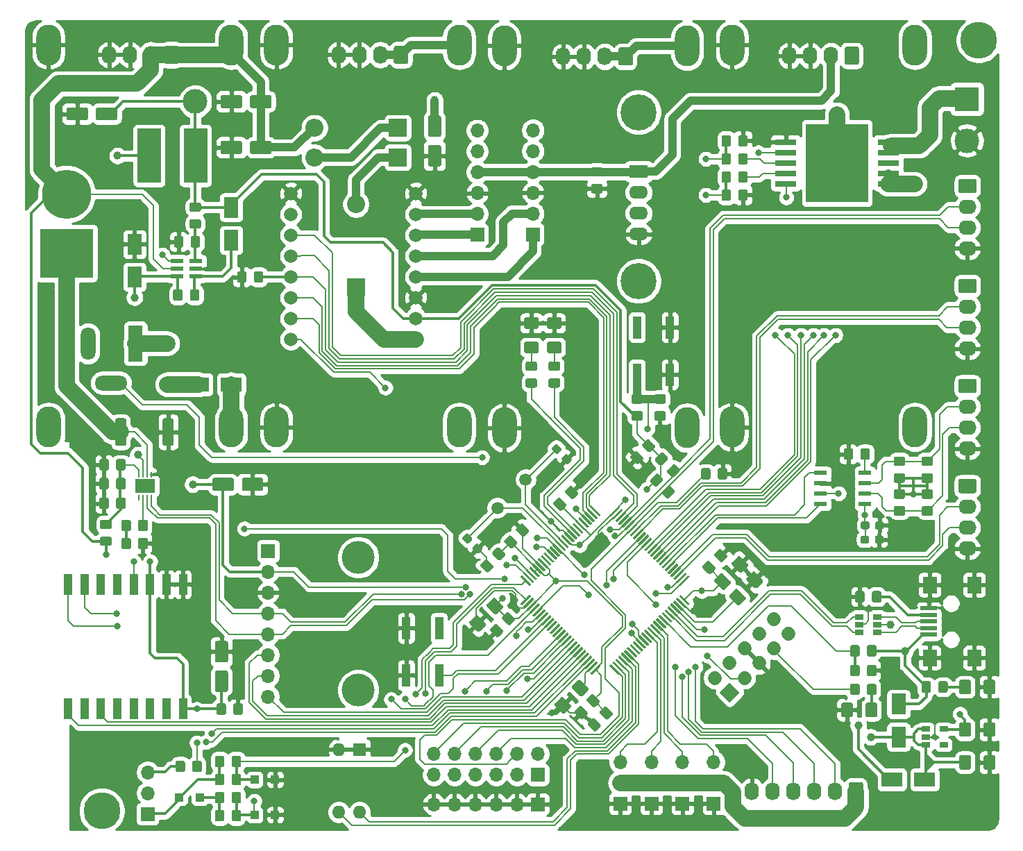
<source format=gbr>
G04 #@! TF.GenerationSoftware,KiCad,Pcbnew,(5.1.5)-3*
G04 #@! TF.CreationDate,2020-06-17T18:22:29-03:00*
G04 #@! TF.ProjectId,root,726f6f74-2e6b-4696-9361-645f70636258,rev?*
G04 #@! TF.SameCoordinates,Original*
G04 #@! TF.FileFunction,Copper,L1,Top*
G04 #@! TF.FilePolarity,Positive*
%FSLAX46Y46*%
G04 Gerber Fmt 4.6, Leading zero omitted, Abs format (unit mm)*
G04 Created by KiCad (PCBNEW (5.1.5)-3) date 2020-06-17 18:22:29*
%MOMM*%
%LPD*%
G04 APERTURE LIST*
%ADD10C,0.100000*%
%ADD11C,1.727200*%
%ADD12R,2.380000X1.660000*%
%ADD13R,0.250000X0.700000*%
%ADD14O,1.700000X1.700000*%
%ADD15R,1.700000X1.700000*%
%ADD16R,2.300000X1.600000*%
%ADD17O,2.300000X1.600000*%
%ADD18C,4.400000*%
%ADD19R,2.850000X6.600000*%
%ADD20R,2.500000X1.800000*%
%ADD21R,1.000000X2.500000*%
%ADD22R,1.800000X4.400000*%
%ADD23O,1.800000X4.000000*%
%ADD24O,4.000000X1.800000*%
%ADD25C,4.000000*%
%ADD26R,1.000000X2.750000*%
%ADD27C,3.000000*%
%ADD28R,3.000000X3.000000*%
%ADD29O,1.600000X1.600000*%
%ADD30R,1.600000X1.600000*%
%ADD31R,1.700000X2.000000*%
%ADD32R,2.000000X0.500000*%
%ADD33C,1.500000*%
%ADD34R,1.550000X0.600000*%
%ADD35R,1.060000X0.650000*%
%ADD36R,1.610000X0.590000*%
%ADD37O,3.000000X5.000000*%
%ADD38R,7.600000X9.600000*%
%ADD39R,2.650000X0.750000*%
%ADD40C,1.665000*%
%ADD41O,2.200000X1.740000*%
%ADD42O,1.740000X2.200000*%
%ADD43C,6.000000*%
%ADD44R,6.500000X6.000000*%
%ADD45C,2.000000*%
%ADD46R,1.800000X2.500000*%
%ADD47R,1.000000X1.000000*%
%ADD48O,2.200000X2.200000*%
%ADD49R,2.200000X2.200000*%
%ADD50C,4.500000*%
%ADD51C,0.800000*%
%ADD52C,1.000000*%
%ADD53C,0.350000*%
%ADD54C,0.200000*%
%ADD55C,1.000000*%
%ADD56C,2.000000*%
%ADD57C,0.254000*%
G04 APERTURE END LIST*
D10*
G36*
X201600000Y-141100000D02*
G01*
X200500000Y-142200000D01*
X200500000Y-140000000D01*
X201600000Y-141100000D01*
G37*
X201600000Y-141100000D02*
X200500000Y-142200000D01*
X200500000Y-140000000D01*
X201600000Y-141100000D01*
D11*
X181988154Y-123619744D02*
X181988154Y-123619744D01*
X183784205Y-125415795D02*
X183784205Y-125415795D01*
X180192102Y-125415795D02*
X180192102Y-125415795D01*
X181988154Y-127211846D02*
X181988154Y-127211846D01*
X178396051Y-127211846D02*
X178396051Y-127211846D01*
X180192102Y-129007898D02*
X180192102Y-129007898D01*
X176600000Y-129007898D02*
X176600000Y-129007898D01*
X178396051Y-130803949D02*
X178396051Y-130803949D01*
X174803949Y-130803949D02*
X174803949Y-130803949D01*
G04 #@! TA.AperFunction,ComponentPad*
D10*
G36*
X177821315Y-132600000D02*
G01*
X176600000Y-133821315D01*
X175378685Y-132600000D01*
X176600000Y-131378685D01*
X177821315Y-132600000D01*
G37*
G04 #@! TD.AperFunction*
D12*
X105305000Y-107385000D03*
D13*
X104555000Y-105985000D03*
X105055000Y-105985000D03*
X105555000Y-105985000D03*
X106055000Y-105985000D03*
X106055000Y-108785000D03*
X105555000Y-108785000D03*
X105055000Y-108785000D03*
X104555000Y-108785000D03*
G04 #@! TA.AperFunction,SMDPad,CuDef*
D10*
G36*
X160874505Y-70551204D02*
G01*
X160898773Y-70554804D01*
X160922572Y-70560765D01*
X160945671Y-70569030D01*
X160967850Y-70579520D01*
X160988893Y-70592132D01*
X161008599Y-70606747D01*
X161026777Y-70623223D01*
X161043253Y-70641401D01*
X161057868Y-70661107D01*
X161070480Y-70682150D01*
X161080970Y-70704329D01*
X161089235Y-70727428D01*
X161095196Y-70751227D01*
X161098796Y-70775495D01*
X161100000Y-70799999D01*
X161100000Y-71450001D01*
X161098796Y-71474505D01*
X161095196Y-71498773D01*
X161089235Y-71522572D01*
X161080970Y-71545671D01*
X161070480Y-71567850D01*
X161057868Y-71588893D01*
X161043253Y-71608599D01*
X161026777Y-71626777D01*
X161008599Y-71643253D01*
X160988893Y-71657868D01*
X160967850Y-71670480D01*
X160945671Y-71680970D01*
X160922572Y-71689235D01*
X160898773Y-71695196D01*
X160874505Y-71698796D01*
X160850001Y-71700000D01*
X159949999Y-71700000D01*
X159925495Y-71698796D01*
X159901227Y-71695196D01*
X159877428Y-71689235D01*
X159854329Y-71680970D01*
X159832150Y-71670480D01*
X159811107Y-71657868D01*
X159791401Y-71643253D01*
X159773223Y-71626777D01*
X159756747Y-71608599D01*
X159742132Y-71588893D01*
X159729520Y-71567850D01*
X159719030Y-71545671D01*
X159710765Y-71522572D01*
X159704804Y-71498773D01*
X159701204Y-71474505D01*
X159700000Y-71450001D01*
X159700000Y-70799999D01*
X159701204Y-70775495D01*
X159704804Y-70751227D01*
X159710765Y-70727428D01*
X159719030Y-70704329D01*
X159729520Y-70682150D01*
X159742132Y-70661107D01*
X159756747Y-70641401D01*
X159773223Y-70623223D01*
X159791401Y-70606747D01*
X159811107Y-70592132D01*
X159832150Y-70579520D01*
X159854329Y-70569030D01*
X159877428Y-70560765D01*
X159901227Y-70554804D01*
X159925495Y-70551204D01*
X159949999Y-70550000D01*
X160850001Y-70550000D01*
X160874505Y-70551204D01*
G37*
G04 #@! TD.AperFunction*
G04 #@! TA.AperFunction,SMDPad,CuDef*
G36*
X160874505Y-68501204D02*
G01*
X160898773Y-68504804D01*
X160922572Y-68510765D01*
X160945671Y-68519030D01*
X160967850Y-68529520D01*
X160988893Y-68542132D01*
X161008599Y-68556747D01*
X161026777Y-68573223D01*
X161043253Y-68591401D01*
X161057868Y-68611107D01*
X161070480Y-68632150D01*
X161080970Y-68654329D01*
X161089235Y-68677428D01*
X161095196Y-68701227D01*
X161098796Y-68725495D01*
X161100000Y-68749999D01*
X161100000Y-69400001D01*
X161098796Y-69424505D01*
X161095196Y-69448773D01*
X161089235Y-69472572D01*
X161080970Y-69495671D01*
X161070480Y-69517850D01*
X161057868Y-69538893D01*
X161043253Y-69558599D01*
X161026777Y-69576777D01*
X161008599Y-69593253D01*
X160988893Y-69607868D01*
X160967850Y-69620480D01*
X160945671Y-69630970D01*
X160922572Y-69639235D01*
X160898773Y-69645196D01*
X160874505Y-69648796D01*
X160850001Y-69650000D01*
X159949999Y-69650000D01*
X159925495Y-69648796D01*
X159901227Y-69645196D01*
X159877428Y-69639235D01*
X159854329Y-69630970D01*
X159832150Y-69620480D01*
X159811107Y-69607868D01*
X159791401Y-69593253D01*
X159773223Y-69576777D01*
X159756747Y-69558599D01*
X159742132Y-69538893D01*
X159729520Y-69517850D01*
X159719030Y-69495671D01*
X159710765Y-69472572D01*
X159704804Y-69448773D01*
X159701204Y-69424505D01*
X159700000Y-69400001D01*
X159700000Y-68749999D01*
X159701204Y-68725495D01*
X159704804Y-68701227D01*
X159710765Y-68677428D01*
X159719030Y-68654329D01*
X159729520Y-68632150D01*
X159742132Y-68611107D01*
X159756747Y-68591401D01*
X159773223Y-68573223D01*
X159791401Y-68556747D01*
X159811107Y-68542132D01*
X159832150Y-68529520D01*
X159854329Y-68519030D01*
X159877428Y-68510765D01*
X159901227Y-68504804D01*
X159925495Y-68501204D01*
X159949999Y-68500000D01*
X160850001Y-68500000D01*
X160874505Y-68501204D01*
G37*
G04 #@! TD.AperFunction*
G04 #@! TA.AperFunction,SMDPad,CuDef*
G36*
X141174504Y-65801204D02*
G01*
X141198773Y-65804804D01*
X141222571Y-65810765D01*
X141245671Y-65819030D01*
X141267849Y-65829520D01*
X141288893Y-65842133D01*
X141308598Y-65856747D01*
X141326777Y-65873223D01*
X141343253Y-65891402D01*
X141357867Y-65911107D01*
X141370480Y-65932151D01*
X141380970Y-65954329D01*
X141389235Y-65977429D01*
X141395196Y-66001227D01*
X141398796Y-66025496D01*
X141400000Y-66050000D01*
X141400000Y-68150000D01*
X141398796Y-68174504D01*
X141395196Y-68198773D01*
X141389235Y-68222571D01*
X141380970Y-68245671D01*
X141370480Y-68267849D01*
X141357867Y-68288893D01*
X141343253Y-68308598D01*
X141326777Y-68326777D01*
X141308598Y-68343253D01*
X141288893Y-68357867D01*
X141267849Y-68370480D01*
X141245671Y-68380970D01*
X141222571Y-68389235D01*
X141198773Y-68395196D01*
X141174504Y-68398796D01*
X141150000Y-68400000D01*
X140050000Y-68400000D01*
X140025496Y-68398796D01*
X140001227Y-68395196D01*
X139977429Y-68389235D01*
X139954329Y-68380970D01*
X139932151Y-68370480D01*
X139911107Y-68357867D01*
X139891402Y-68343253D01*
X139873223Y-68326777D01*
X139856747Y-68308598D01*
X139842133Y-68288893D01*
X139829520Y-68267849D01*
X139819030Y-68245671D01*
X139810765Y-68222571D01*
X139804804Y-68198773D01*
X139801204Y-68174504D01*
X139800000Y-68150000D01*
X139800000Y-66050000D01*
X139801204Y-66025496D01*
X139804804Y-66001227D01*
X139810765Y-65977429D01*
X139819030Y-65954329D01*
X139829520Y-65932151D01*
X139842133Y-65911107D01*
X139856747Y-65891402D01*
X139873223Y-65873223D01*
X139891402Y-65856747D01*
X139911107Y-65842133D01*
X139932151Y-65829520D01*
X139954329Y-65819030D01*
X139977429Y-65810765D01*
X140001227Y-65804804D01*
X140025496Y-65801204D01*
X140050000Y-65800000D01*
X141150000Y-65800000D01*
X141174504Y-65801204D01*
G37*
G04 #@! TD.AperFunction*
G04 #@! TA.AperFunction,SMDPad,CuDef*
G36*
X141174504Y-62201204D02*
G01*
X141198773Y-62204804D01*
X141222571Y-62210765D01*
X141245671Y-62219030D01*
X141267849Y-62229520D01*
X141288893Y-62242133D01*
X141308598Y-62256747D01*
X141326777Y-62273223D01*
X141343253Y-62291402D01*
X141357867Y-62311107D01*
X141370480Y-62332151D01*
X141380970Y-62354329D01*
X141389235Y-62377429D01*
X141395196Y-62401227D01*
X141398796Y-62425496D01*
X141400000Y-62450000D01*
X141400000Y-64550000D01*
X141398796Y-64574504D01*
X141395196Y-64598773D01*
X141389235Y-64622571D01*
X141380970Y-64645671D01*
X141370480Y-64667849D01*
X141357867Y-64688893D01*
X141343253Y-64708598D01*
X141326777Y-64726777D01*
X141308598Y-64743253D01*
X141288893Y-64757867D01*
X141267849Y-64770480D01*
X141245671Y-64780970D01*
X141222571Y-64789235D01*
X141198773Y-64795196D01*
X141174504Y-64798796D01*
X141150000Y-64800000D01*
X140050000Y-64800000D01*
X140025496Y-64798796D01*
X140001227Y-64795196D01*
X139977429Y-64789235D01*
X139954329Y-64780970D01*
X139932151Y-64770480D01*
X139911107Y-64757867D01*
X139891402Y-64743253D01*
X139873223Y-64726777D01*
X139856747Y-64708598D01*
X139842133Y-64688893D01*
X139829520Y-64667849D01*
X139819030Y-64645671D01*
X139810765Y-64622571D01*
X139804804Y-64598773D01*
X139801204Y-64574504D01*
X139800000Y-64550000D01*
X139800000Y-62450000D01*
X139801204Y-62425496D01*
X139804804Y-62401227D01*
X139810765Y-62377429D01*
X139819030Y-62354329D01*
X139829520Y-62332151D01*
X139842133Y-62311107D01*
X139856747Y-62291402D01*
X139873223Y-62273223D01*
X139891402Y-62256747D01*
X139911107Y-62242133D01*
X139932151Y-62229520D01*
X139954329Y-62219030D01*
X139977429Y-62210765D01*
X140001227Y-62204804D01*
X140025496Y-62201204D01*
X140050000Y-62200000D01*
X141150000Y-62200000D01*
X141174504Y-62201204D01*
G37*
G04 #@! TD.AperFunction*
G04 #@! TA.AperFunction,SMDPad,CuDef*
G36*
X116974505Y-133901204D02*
G01*
X116998773Y-133904804D01*
X117022572Y-133910765D01*
X117045671Y-133919030D01*
X117067850Y-133929520D01*
X117088893Y-133942132D01*
X117108599Y-133956747D01*
X117126777Y-133973223D01*
X117143253Y-133991401D01*
X117157868Y-134011107D01*
X117170480Y-134032150D01*
X117180970Y-134054329D01*
X117189235Y-134077428D01*
X117195196Y-134101227D01*
X117198796Y-134125495D01*
X117200000Y-134149999D01*
X117200000Y-135050001D01*
X117198796Y-135074505D01*
X117195196Y-135098773D01*
X117189235Y-135122572D01*
X117180970Y-135145671D01*
X117170480Y-135167850D01*
X117157868Y-135188893D01*
X117143253Y-135208599D01*
X117126777Y-135226777D01*
X117108599Y-135243253D01*
X117088893Y-135257868D01*
X117067850Y-135270480D01*
X117045671Y-135280970D01*
X117022572Y-135289235D01*
X116998773Y-135295196D01*
X116974505Y-135298796D01*
X116950001Y-135300000D01*
X116299999Y-135300000D01*
X116275495Y-135298796D01*
X116251227Y-135295196D01*
X116227428Y-135289235D01*
X116204329Y-135280970D01*
X116182150Y-135270480D01*
X116161107Y-135257868D01*
X116141401Y-135243253D01*
X116123223Y-135226777D01*
X116106747Y-135208599D01*
X116092132Y-135188893D01*
X116079520Y-135167850D01*
X116069030Y-135145671D01*
X116060765Y-135122572D01*
X116054804Y-135098773D01*
X116051204Y-135074505D01*
X116050000Y-135050001D01*
X116050000Y-134149999D01*
X116051204Y-134125495D01*
X116054804Y-134101227D01*
X116060765Y-134077428D01*
X116069030Y-134054329D01*
X116079520Y-134032150D01*
X116092132Y-134011107D01*
X116106747Y-133991401D01*
X116123223Y-133973223D01*
X116141401Y-133956747D01*
X116161107Y-133942132D01*
X116182150Y-133929520D01*
X116204329Y-133919030D01*
X116227428Y-133910765D01*
X116251227Y-133904804D01*
X116275495Y-133901204D01*
X116299999Y-133900000D01*
X116950001Y-133900000D01*
X116974505Y-133901204D01*
G37*
G04 #@! TD.AperFunction*
G04 #@! TA.AperFunction,SMDPad,CuDef*
G36*
X114924505Y-133901204D02*
G01*
X114948773Y-133904804D01*
X114972572Y-133910765D01*
X114995671Y-133919030D01*
X115017850Y-133929520D01*
X115038893Y-133942132D01*
X115058599Y-133956747D01*
X115076777Y-133973223D01*
X115093253Y-133991401D01*
X115107868Y-134011107D01*
X115120480Y-134032150D01*
X115130970Y-134054329D01*
X115139235Y-134077428D01*
X115145196Y-134101227D01*
X115148796Y-134125495D01*
X115150000Y-134149999D01*
X115150000Y-135050001D01*
X115148796Y-135074505D01*
X115145196Y-135098773D01*
X115139235Y-135122572D01*
X115130970Y-135145671D01*
X115120480Y-135167850D01*
X115107868Y-135188893D01*
X115093253Y-135208599D01*
X115076777Y-135226777D01*
X115058599Y-135243253D01*
X115038893Y-135257868D01*
X115017850Y-135270480D01*
X114995671Y-135280970D01*
X114972572Y-135289235D01*
X114948773Y-135295196D01*
X114924505Y-135298796D01*
X114900001Y-135300000D01*
X114249999Y-135300000D01*
X114225495Y-135298796D01*
X114201227Y-135295196D01*
X114177428Y-135289235D01*
X114154329Y-135280970D01*
X114132150Y-135270480D01*
X114111107Y-135257868D01*
X114091401Y-135243253D01*
X114073223Y-135226777D01*
X114056747Y-135208599D01*
X114042132Y-135188893D01*
X114029520Y-135167850D01*
X114019030Y-135145671D01*
X114010765Y-135122572D01*
X114004804Y-135098773D01*
X114001204Y-135074505D01*
X114000000Y-135050001D01*
X114000000Y-134149999D01*
X114001204Y-134125495D01*
X114004804Y-134101227D01*
X114010765Y-134077428D01*
X114019030Y-134054329D01*
X114029520Y-134032150D01*
X114042132Y-134011107D01*
X114056747Y-133991401D01*
X114073223Y-133973223D01*
X114091401Y-133956747D01*
X114111107Y-133942132D01*
X114132150Y-133929520D01*
X114154329Y-133919030D01*
X114177428Y-133910765D01*
X114201227Y-133904804D01*
X114225495Y-133901204D01*
X114249999Y-133900000D01*
X114900001Y-133900000D01*
X114924505Y-133901204D01*
G37*
G04 #@! TD.AperFunction*
G04 #@! TA.AperFunction,SMDPad,CuDef*
G36*
X115174504Y-126301204D02*
G01*
X115198773Y-126304804D01*
X115222571Y-126310765D01*
X115245671Y-126319030D01*
X115267849Y-126329520D01*
X115288893Y-126342133D01*
X115308598Y-126356747D01*
X115326777Y-126373223D01*
X115343253Y-126391402D01*
X115357867Y-126411107D01*
X115370480Y-126432151D01*
X115380970Y-126454329D01*
X115389235Y-126477429D01*
X115395196Y-126501227D01*
X115398796Y-126525496D01*
X115400000Y-126550000D01*
X115400000Y-128650000D01*
X115398796Y-128674504D01*
X115395196Y-128698773D01*
X115389235Y-128722571D01*
X115380970Y-128745671D01*
X115370480Y-128767849D01*
X115357867Y-128788893D01*
X115343253Y-128808598D01*
X115326777Y-128826777D01*
X115308598Y-128843253D01*
X115288893Y-128857867D01*
X115267849Y-128870480D01*
X115245671Y-128880970D01*
X115222571Y-128889235D01*
X115198773Y-128895196D01*
X115174504Y-128898796D01*
X115150000Y-128900000D01*
X114050000Y-128900000D01*
X114025496Y-128898796D01*
X114001227Y-128895196D01*
X113977429Y-128889235D01*
X113954329Y-128880970D01*
X113932151Y-128870480D01*
X113911107Y-128857867D01*
X113891402Y-128843253D01*
X113873223Y-128826777D01*
X113856747Y-128808598D01*
X113842133Y-128788893D01*
X113829520Y-128767849D01*
X113819030Y-128745671D01*
X113810765Y-128722571D01*
X113804804Y-128698773D01*
X113801204Y-128674504D01*
X113800000Y-128650000D01*
X113800000Y-126550000D01*
X113801204Y-126525496D01*
X113804804Y-126501227D01*
X113810765Y-126477429D01*
X113819030Y-126454329D01*
X113829520Y-126432151D01*
X113842133Y-126411107D01*
X113856747Y-126391402D01*
X113873223Y-126373223D01*
X113891402Y-126356747D01*
X113911107Y-126342133D01*
X113932151Y-126329520D01*
X113954329Y-126319030D01*
X113977429Y-126310765D01*
X114001227Y-126304804D01*
X114025496Y-126301204D01*
X114050000Y-126300000D01*
X115150000Y-126300000D01*
X115174504Y-126301204D01*
G37*
G04 #@! TD.AperFunction*
G04 #@! TA.AperFunction,SMDPad,CuDef*
G36*
X115174504Y-129901204D02*
G01*
X115198773Y-129904804D01*
X115222571Y-129910765D01*
X115245671Y-129919030D01*
X115267849Y-129929520D01*
X115288893Y-129942133D01*
X115308598Y-129956747D01*
X115326777Y-129973223D01*
X115343253Y-129991402D01*
X115357867Y-130011107D01*
X115370480Y-130032151D01*
X115380970Y-130054329D01*
X115389235Y-130077429D01*
X115395196Y-130101227D01*
X115398796Y-130125496D01*
X115400000Y-130150000D01*
X115400000Y-132250000D01*
X115398796Y-132274504D01*
X115395196Y-132298773D01*
X115389235Y-132322571D01*
X115380970Y-132345671D01*
X115370480Y-132367849D01*
X115357867Y-132388893D01*
X115343253Y-132408598D01*
X115326777Y-132426777D01*
X115308598Y-132443253D01*
X115288893Y-132457867D01*
X115267849Y-132470480D01*
X115245671Y-132480970D01*
X115222571Y-132489235D01*
X115198773Y-132495196D01*
X115174504Y-132498796D01*
X115150000Y-132500000D01*
X114050000Y-132500000D01*
X114025496Y-132498796D01*
X114001227Y-132495196D01*
X113977429Y-132489235D01*
X113954329Y-132480970D01*
X113932151Y-132470480D01*
X113911107Y-132457867D01*
X113891402Y-132443253D01*
X113873223Y-132426777D01*
X113856747Y-132408598D01*
X113842133Y-132388893D01*
X113829520Y-132367849D01*
X113819030Y-132345671D01*
X113810765Y-132322571D01*
X113804804Y-132298773D01*
X113801204Y-132274504D01*
X113800000Y-132250000D01*
X113800000Y-130150000D01*
X113801204Y-130125496D01*
X113804804Y-130101227D01*
X113810765Y-130077429D01*
X113819030Y-130054329D01*
X113829520Y-130032151D01*
X113842133Y-130011107D01*
X113856747Y-129991402D01*
X113873223Y-129973223D01*
X113891402Y-129956747D01*
X113911107Y-129942133D01*
X113932151Y-129929520D01*
X113954329Y-129919030D01*
X113977429Y-129910765D01*
X114001227Y-129904804D01*
X114025496Y-129901204D01*
X114050000Y-129900000D01*
X115150000Y-129900000D01*
X115174504Y-129901204D01*
G37*
G04 #@! TD.AperFunction*
D14*
X140500000Y-146200000D03*
X143040000Y-146200000D03*
X145580000Y-146200000D03*
X148120000Y-146200000D03*
X150660000Y-146200000D03*
D15*
X153200000Y-146200000D03*
D14*
X140500000Y-140060000D03*
X140500000Y-142600000D03*
X143040000Y-140060000D03*
X143040000Y-142600000D03*
X145580000Y-140060000D03*
X145580000Y-142600000D03*
X148120000Y-140060000D03*
X148120000Y-142600000D03*
X150660000Y-140060000D03*
X150660000Y-142600000D03*
X153200000Y-140060000D03*
D15*
X153200000Y-142600000D03*
D16*
X165500000Y-69030000D03*
D17*
X165500000Y-71570000D03*
X165500000Y-74110000D03*
D18*
X165500000Y-82400000D03*
D17*
X165500000Y-76650000D03*
D18*
X165500000Y-61800000D03*
D19*
X111425000Y-67100000D03*
X105775000Y-67100000D03*
D20*
X196400000Y-143200000D03*
X200400000Y-143200000D03*
D14*
X105600000Y-142320000D03*
X105600000Y-144860000D03*
D15*
X105600000Y-147400000D03*
G04 #@! TA.AperFunction,SMDPad,CuDef*
D10*
G36*
X100624505Y-106401204D02*
G01*
X100648773Y-106404804D01*
X100672572Y-106410765D01*
X100695671Y-106419030D01*
X100717850Y-106429520D01*
X100738893Y-106442132D01*
X100758599Y-106456747D01*
X100776777Y-106473223D01*
X100793253Y-106491401D01*
X100807868Y-106511107D01*
X100820480Y-106532150D01*
X100830970Y-106554329D01*
X100839235Y-106577428D01*
X100845196Y-106601227D01*
X100848796Y-106625495D01*
X100850000Y-106649999D01*
X100850000Y-107550001D01*
X100848796Y-107574505D01*
X100845196Y-107598773D01*
X100839235Y-107622572D01*
X100830970Y-107645671D01*
X100820480Y-107667850D01*
X100807868Y-107688893D01*
X100793253Y-107708599D01*
X100776777Y-107726777D01*
X100758599Y-107743253D01*
X100738893Y-107757868D01*
X100717850Y-107770480D01*
X100695671Y-107780970D01*
X100672572Y-107789235D01*
X100648773Y-107795196D01*
X100624505Y-107798796D01*
X100600001Y-107800000D01*
X99949999Y-107800000D01*
X99925495Y-107798796D01*
X99901227Y-107795196D01*
X99877428Y-107789235D01*
X99854329Y-107780970D01*
X99832150Y-107770480D01*
X99811107Y-107757868D01*
X99791401Y-107743253D01*
X99773223Y-107726777D01*
X99756747Y-107708599D01*
X99742132Y-107688893D01*
X99729520Y-107667850D01*
X99719030Y-107645671D01*
X99710765Y-107622572D01*
X99704804Y-107598773D01*
X99701204Y-107574505D01*
X99700000Y-107550001D01*
X99700000Y-106649999D01*
X99701204Y-106625495D01*
X99704804Y-106601227D01*
X99710765Y-106577428D01*
X99719030Y-106554329D01*
X99729520Y-106532150D01*
X99742132Y-106511107D01*
X99756747Y-106491401D01*
X99773223Y-106473223D01*
X99791401Y-106456747D01*
X99811107Y-106442132D01*
X99832150Y-106429520D01*
X99854329Y-106419030D01*
X99877428Y-106410765D01*
X99901227Y-106404804D01*
X99925495Y-106401204D01*
X99949999Y-106400000D01*
X100600001Y-106400000D01*
X100624505Y-106401204D01*
G37*
G04 #@! TD.AperFunction*
G04 #@! TA.AperFunction,SMDPad,CuDef*
G36*
X102674505Y-106401204D02*
G01*
X102698773Y-106404804D01*
X102722572Y-106410765D01*
X102745671Y-106419030D01*
X102767850Y-106429520D01*
X102788893Y-106442132D01*
X102808599Y-106456747D01*
X102826777Y-106473223D01*
X102843253Y-106491401D01*
X102857868Y-106511107D01*
X102870480Y-106532150D01*
X102880970Y-106554329D01*
X102889235Y-106577428D01*
X102895196Y-106601227D01*
X102898796Y-106625495D01*
X102900000Y-106649999D01*
X102900000Y-107550001D01*
X102898796Y-107574505D01*
X102895196Y-107598773D01*
X102889235Y-107622572D01*
X102880970Y-107645671D01*
X102870480Y-107667850D01*
X102857868Y-107688893D01*
X102843253Y-107708599D01*
X102826777Y-107726777D01*
X102808599Y-107743253D01*
X102788893Y-107757868D01*
X102767850Y-107770480D01*
X102745671Y-107780970D01*
X102722572Y-107789235D01*
X102698773Y-107795196D01*
X102674505Y-107798796D01*
X102650001Y-107800000D01*
X101999999Y-107800000D01*
X101975495Y-107798796D01*
X101951227Y-107795196D01*
X101927428Y-107789235D01*
X101904329Y-107780970D01*
X101882150Y-107770480D01*
X101861107Y-107757868D01*
X101841401Y-107743253D01*
X101823223Y-107726777D01*
X101806747Y-107708599D01*
X101792132Y-107688893D01*
X101779520Y-107667850D01*
X101769030Y-107645671D01*
X101760765Y-107622572D01*
X101754804Y-107598773D01*
X101751204Y-107574505D01*
X101750000Y-107550001D01*
X101750000Y-106649999D01*
X101751204Y-106625495D01*
X101754804Y-106601227D01*
X101760765Y-106577428D01*
X101769030Y-106554329D01*
X101779520Y-106532150D01*
X101792132Y-106511107D01*
X101806747Y-106491401D01*
X101823223Y-106473223D01*
X101841401Y-106456747D01*
X101861107Y-106442132D01*
X101882150Y-106429520D01*
X101904329Y-106419030D01*
X101927428Y-106410765D01*
X101951227Y-106404804D01*
X101975495Y-106401204D01*
X101999999Y-106400000D01*
X102650001Y-106400000D01*
X102674505Y-106401204D01*
G37*
G04 #@! TD.AperFunction*
G04 #@! TA.AperFunction,SMDPad,CuDef*
G36*
X100624505Y-104101204D02*
G01*
X100648773Y-104104804D01*
X100672572Y-104110765D01*
X100695671Y-104119030D01*
X100717850Y-104129520D01*
X100738893Y-104142132D01*
X100758599Y-104156747D01*
X100776777Y-104173223D01*
X100793253Y-104191401D01*
X100807868Y-104211107D01*
X100820480Y-104232150D01*
X100830970Y-104254329D01*
X100839235Y-104277428D01*
X100845196Y-104301227D01*
X100848796Y-104325495D01*
X100850000Y-104349999D01*
X100850000Y-105250001D01*
X100848796Y-105274505D01*
X100845196Y-105298773D01*
X100839235Y-105322572D01*
X100830970Y-105345671D01*
X100820480Y-105367850D01*
X100807868Y-105388893D01*
X100793253Y-105408599D01*
X100776777Y-105426777D01*
X100758599Y-105443253D01*
X100738893Y-105457868D01*
X100717850Y-105470480D01*
X100695671Y-105480970D01*
X100672572Y-105489235D01*
X100648773Y-105495196D01*
X100624505Y-105498796D01*
X100600001Y-105500000D01*
X99949999Y-105500000D01*
X99925495Y-105498796D01*
X99901227Y-105495196D01*
X99877428Y-105489235D01*
X99854329Y-105480970D01*
X99832150Y-105470480D01*
X99811107Y-105457868D01*
X99791401Y-105443253D01*
X99773223Y-105426777D01*
X99756747Y-105408599D01*
X99742132Y-105388893D01*
X99729520Y-105367850D01*
X99719030Y-105345671D01*
X99710765Y-105322572D01*
X99704804Y-105298773D01*
X99701204Y-105274505D01*
X99700000Y-105250001D01*
X99700000Y-104349999D01*
X99701204Y-104325495D01*
X99704804Y-104301227D01*
X99710765Y-104277428D01*
X99719030Y-104254329D01*
X99729520Y-104232150D01*
X99742132Y-104211107D01*
X99756747Y-104191401D01*
X99773223Y-104173223D01*
X99791401Y-104156747D01*
X99811107Y-104142132D01*
X99832150Y-104129520D01*
X99854329Y-104119030D01*
X99877428Y-104110765D01*
X99901227Y-104104804D01*
X99925495Y-104101204D01*
X99949999Y-104100000D01*
X100600001Y-104100000D01*
X100624505Y-104101204D01*
G37*
G04 #@! TD.AperFunction*
G04 #@! TA.AperFunction,SMDPad,CuDef*
G36*
X102674505Y-104101204D02*
G01*
X102698773Y-104104804D01*
X102722572Y-104110765D01*
X102745671Y-104119030D01*
X102767850Y-104129520D01*
X102788893Y-104142132D01*
X102808599Y-104156747D01*
X102826777Y-104173223D01*
X102843253Y-104191401D01*
X102857868Y-104211107D01*
X102870480Y-104232150D01*
X102880970Y-104254329D01*
X102889235Y-104277428D01*
X102895196Y-104301227D01*
X102898796Y-104325495D01*
X102900000Y-104349999D01*
X102900000Y-105250001D01*
X102898796Y-105274505D01*
X102895196Y-105298773D01*
X102889235Y-105322572D01*
X102880970Y-105345671D01*
X102870480Y-105367850D01*
X102857868Y-105388893D01*
X102843253Y-105408599D01*
X102826777Y-105426777D01*
X102808599Y-105443253D01*
X102788893Y-105457868D01*
X102767850Y-105470480D01*
X102745671Y-105480970D01*
X102722572Y-105489235D01*
X102698773Y-105495196D01*
X102674505Y-105498796D01*
X102650001Y-105500000D01*
X101999999Y-105500000D01*
X101975495Y-105498796D01*
X101951227Y-105495196D01*
X101927428Y-105489235D01*
X101904329Y-105480970D01*
X101882150Y-105470480D01*
X101861107Y-105457868D01*
X101841401Y-105443253D01*
X101823223Y-105426777D01*
X101806747Y-105408599D01*
X101792132Y-105388893D01*
X101779520Y-105367850D01*
X101769030Y-105345671D01*
X101760765Y-105322572D01*
X101754804Y-105298773D01*
X101751204Y-105274505D01*
X101750000Y-105250001D01*
X101750000Y-104349999D01*
X101751204Y-104325495D01*
X101754804Y-104301227D01*
X101760765Y-104277428D01*
X101769030Y-104254329D01*
X101779520Y-104232150D01*
X101792132Y-104211107D01*
X101806747Y-104191401D01*
X101823223Y-104173223D01*
X101841401Y-104156747D01*
X101861107Y-104142132D01*
X101882150Y-104129520D01*
X101904329Y-104119030D01*
X101927428Y-104110765D01*
X101951227Y-104104804D01*
X101975495Y-104101204D01*
X101999999Y-104100000D01*
X102650001Y-104100000D01*
X102674505Y-104101204D01*
G37*
G04 #@! TD.AperFunction*
D21*
X95900000Y-134600000D03*
X97900000Y-134600000D03*
X99900000Y-134600000D03*
X101900000Y-134600000D03*
X103900000Y-134600000D03*
X105900000Y-134600000D03*
X107900000Y-134600000D03*
X109900000Y-134600000D03*
X109900000Y-119400000D03*
X107900000Y-119400000D03*
X105900000Y-119400000D03*
X103900000Y-119400000D03*
X101900000Y-119400000D03*
X99900000Y-119400000D03*
X97900000Y-119400000D03*
X95900000Y-119400000D03*
D22*
X104130000Y-90010000D03*
D23*
X98330000Y-90010000D03*
D24*
X101130000Y-94810000D03*
D25*
X131300000Y-132300000D03*
X131300000Y-116100000D03*
D14*
X120300000Y-125460000D03*
X120300000Y-133080000D03*
X120300000Y-130540000D03*
X120300000Y-122920000D03*
D15*
X120300000Y-115300000D03*
D14*
X120300000Y-120380000D03*
X120300000Y-117840000D03*
X120300000Y-128000000D03*
D26*
X141140000Y-124730000D03*
X141140000Y-130490000D03*
X137140000Y-130490000D03*
X137140000Y-124730000D03*
X165300000Y-93810000D03*
X165300000Y-88050000D03*
X169300000Y-88050000D03*
X169300000Y-93810000D03*
D27*
X205550000Y-65260000D03*
D28*
X205550000Y-60180000D03*
D29*
X131450000Y-147170000D03*
X128910000Y-139550000D03*
X128910000Y-147170000D03*
D30*
X131450000Y-139550000D03*
G04 #@! TA.AperFunction,SMDPad,CuDef*
D10*
G36*
X163051374Y-109789991D02*
G01*
X163058655Y-109791071D01*
X163065794Y-109792859D01*
X163072724Y-109795339D01*
X163079378Y-109798486D01*
X163085691Y-109802270D01*
X163091602Y-109806654D01*
X163097056Y-109811597D01*
X163203122Y-109917663D01*
X163208065Y-109923117D01*
X163212449Y-109929028D01*
X163216233Y-109935341D01*
X163219380Y-109941995D01*
X163221860Y-109948925D01*
X163223648Y-109956064D01*
X163224728Y-109963345D01*
X163225089Y-109970696D01*
X163224728Y-109978047D01*
X163223648Y-109985328D01*
X163221860Y-109992467D01*
X163219380Y-109999397D01*
X163216233Y-110006051D01*
X163212449Y-110012364D01*
X163208065Y-110018275D01*
X163203122Y-110023729D01*
X162177818Y-111049033D01*
X162172364Y-111053976D01*
X162166453Y-111058360D01*
X162160140Y-111062144D01*
X162153486Y-111065291D01*
X162146556Y-111067771D01*
X162139417Y-111069559D01*
X162132136Y-111070639D01*
X162124785Y-111071000D01*
X162117434Y-111070639D01*
X162110153Y-111069559D01*
X162103014Y-111067771D01*
X162096084Y-111065291D01*
X162089430Y-111062144D01*
X162083117Y-111058360D01*
X162077206Y-111053976D01*
X162071752Y-111049033D01*
X161965686Y-110942967D01*
X161960743Y-110937513D01*
X161956359Y-110931602D01*
X161952575Y-110925289D01*
X161949428Y-110918635D01*
X161946948Y-110911705D01*
X161945160Y-110904566D01*
X161944080Y-110897285D01*
X161943719Y-110889934D01*
X161944080Y-110882583D01*
X161945160Y-110875302D01*
X161946948Y-110868163D01*
X161949428Y-110861233D01*
X161952575Y-110854579D01*
X161956359Y-110848266D01*
X161960743Y-110842355D01*
X161965686Y-110836901D01*
X162990990Y-109811597D01*
X162996444Y-109806654D01*
X163002355Y-109802270D01*
X163008668Y-109798486D01*
X163015322Y-109795339D01*
X163022252Y-109792859D01*
X163029391Y-109791071D01*
X163036672Y-109789991D01*
X163044023Y-109789630D01*
X163051374Y-109789991D01*
G37*
G04 #@! TD.AperFunction*
G04 #@! TA.AperFunction,SMDPad,CuDef*
G36*
X163404927Y-110143544D02*
G01*
X163412208Y-110144624D01*
X163419347Y-110146412D01*
X163426277Y-110148892D01*
X163432931Y-110152039D01*
X163439244Y-110155823D01*
X163445155Y-110160207D01*
X163450609Y-110165150D01*
X163556675Y-110271216D01*
X163561618Y-110276670D01*
X163566002Y-110282581D01*
X163569786Y-110288894D01*
X163572933Y-110295548D01*
X163575413Y-110302478D01*
X163577201Y-110309617D01*
X163578281Y-110316898D01*
X163578642Y-110324249D01*
X163578281Y-110331600D01*
X163577201Y-110338881D01*
X163575413Y-110346020D01*
X163572933Y-110352950D01*
X163569786Y-110359604D01*
X163566002Y-110365917D01*
X163561618Y-110371828D01*
X163556675Y-110377282D01*
X162531371Y-111402586D01*
X162525917Y-111407529D01*
X162520006Y-111411913D01*
X162513693Y-111415697D01*
X162507039Y-111418844D01*
X162500109Y-111421324D01*
X162492970Y-111423112D01*
X162485689Y-111424192D01*
X162478338Y-111424553D01*
X162470987Y-111424192D01*
X162463706Y-111423112D01*
X162456567Y-111421324D01*
X162449637Y-111418844D01*
X162442983Y-111415697D01*
X162436670Y-111411913D01*
X162430759Y-111407529D01*
X162425305Y-111402586D01*
X162319239Y-111296520D01*
X162314296Y-111291066D01*
X162309912Y-111285155D01*
X162306128Y-111278842D01*
X162302981Y-111272188D01*
X162300501Y-111265258D01*
X162298713Y-111258119D01*
X162297633Y-111250838D01*
X162297272Y-111243487D01*
X162297633Y-111236136D01*
X162298713Y-111228855D01*
X162300501Y-111221716D01*
X162302981Y-111214786D01*
X162306128Y-111208132D01*
X162309912Y-111201819D01*
X162314296Y-111195908D01*
X162319239Y-111190454D01*
X163344543Y-110165150D01*
X163349997Y-110160207D01*
X163355908Y-110155823D01*
X163362221Y-110152039D01*
X163368875Y-110148892D01*
X163375805Y-110146412D01*
X163382944Y-110144624D01*
X163390225Y-110143544D01*
X163397576Y-110143183D01*
X163404927Y-110143544D01*
G37*
G04 #@! TD.AperFunction*
G04 #@! TA.AperFunction,SMDPad,CuDef*
G36*
X163758481Y-110497098D02*
G01*
X163765762Y-110498178D01*
X163772901Y-110499966D01*
X163779831Y-110502446D01*
X163786485Y-110505593D01*
X163792798Y-110509377D01*
X163798709Y-110513761D01*
X163804163Y-110518704D01*
X163910229Y-110624770D01*
X163915172Y-110630224D01*
X163919556Y-110636135D01*
X163923340Y-110642448D01*
X163926487Y-110649102D01*
X163928967Y-110656032D01*
X163930755Y-110663171D01*
X163931835Y-110670452D01*
X163932196Y-110677803D01*
X163931835Y-110685154D01*
X163930755Y-110692435D01*
X163928967Y-110699574D01*
X163926487Y-110706504D01*
X163923340Y-110713158D01*
X163919556Y-110719471D01*
X163915172Y-110725382D01*
X163910229Y-110730836D01*
X162884925Y-111756140D01*
X162879471Y-111761083D01*
X162873560Y-111765467D01*
X162867247Y-111769251D01*
X162860593Y-111772398D01*
X162853663Y-111774878D01*
X162846524Y-111776666D01*
X162839243Y-111777746D01*
X162831892Y-111778107D01*
X162824541Y-111777746D01*
X162817260Y-111776666D01*
X162810121Y-111774878D01*
X162803191Y-111772398D01*
X162796537Y-111769251D01*
X162790224Y-111765467D01*
X162784313Y-111761083D01*
X162778859Y-111756140D01*
X162672793Y-111650074D01*
X162667850Y-111644620D01*
X162663466Y-111638709D01*
X162659682Y-111632396D01*
X162656535Y-111625742D01*
X162654055Y-111618812D01*
X162652267Y-111611673D01*
X162651187Y-111604392D01*
X162650826Y-111597041D01*
X162651187Y-111589690D01*
X162652267Y-111582409D01*
X162654055Y-111575270D01*
X162656535Y-111568340D01*
X162659682Y-111561686D01*
X162663466Y-111555373D01*
X162667850Y-111549462D01*
X162672793Y-111544008D01*
X163698097Y-110518704D01*
X163703551Y-110513761D01*
X163709462Y-110509377D01*
X163715775Y-110505593D01*
X163722429Y-110502446D01*
X163729359Y-110499966D01*
X163736498Y-110498178D01*
X163743779Y-110497098D01*
X163751130Y-110496737D01*
X163758481Y-110497098D01*
G37*
G04 #@! TD.AperFunction*
G04 #@! TA.AperFunction,SMDPad,CuDef*
G36*
X164112034Y-110850651D02*
G01*
X164119315Y-110851731D01*
X164126454Y-110853519D01*
X164133384Y-110855999D01*
X164140038Y-110859146D01*
X164146351Y-110862930D01*
X164152262Y-110867314D01*
X164157716Y-110872257D01*
X164263782Y-110978323D01*
X164268725Y-110983777D01*
X164273109Y-110989688D01*
X164276893Y-110996001D01*
X164280040Y-111002655D01*
X164282520Y-111009585D01*
X164284308Y-111016724D01*
X164285388Y-111024005D01*
X164285749Y-111031356D01*
X164285388Y-111038707D01*
X164284308Y-111045988D01*
X164282520Y-111053127D01*
X164280040Y-111060057D01*
X164276893Y-111066711D01*
X164273109Y-111073024D01*
X164268725Y-111078935D01*
X164263782Y-111084389D01*
X163238478Y-112109693D01*
X163233024Y-112114636D01*
X163227113Y-112119020D01*
X163220800Y-112122804D01*
X163214146Y-112125951D01*
X163207216Y-112128431D01*
X163200077Y-112130219D01*
X163192796Y-112131299D01*
X163185445Y-112131660D01*
X163178094Y-112131299D01*
X163170813Y-112130219D01*
X163163674Y-112128431D01*
X163156744Y-112125951D01*
X163150090Y-112122804D01*
X163143777Y-112119020D01*
X163137866Y-112114636D01*
X163132412Y-112109693D01*
X163026346Y-112003627D01*
X163021403Y-111998173D01*
X163017019Y-111992262D01*
X163013235Y-111985949D01*
X163010088Y-111979295D01*
X163007608Y-111972365D01*
X163005820Y-111965226D01*
X163004740Y-111957945D01*
X163004379Y-111950594D01*
X163004740Y-111943243D01*
X163005820Y-111935962D01*
X163007608Y-111928823D01*
X163010088Y-111921893D01*
X163013235Y-111915239D01*
X163017019Y-111908926D01*
X163021403Y-111903015D01*
X163026346Y-111897561D01*
X164051650Y-110872257D01*
X164057104Y-110867314D01*
X164063015Y-110862930D01*
X164069328Y-110859146D01*
X164075982Y-110855999D01*
X164082912Y-110853519D01*
X164090051Y-110851731D01*
X164097332Y-110850651D01*
X164104683Y-110850290D01*
X164112034Y-110850651D01*
G37*
G04 #@! TD.AperFunction*
G04 #@! TA.AperFunction,SMDPad,CuDef*
G36*
X164465587Y-111204204D02*
G01*
X164472868Y-111205284D01*
X164480007Y-111207072D01*
X164486937Y-111209552D01*
X164493591Y-111212699D01*
X164499904Y-111216483D01*
X164505815Y-111220867D01*
X164511269Y-111225810D01*
X164617335Y-111331876D01*
X164622278Y-111337330D01*
X164626662Y-111343241D01*
X164630446Y-111349554D01*
X164633593Y-111356208D01*
X164636073Y-111363138D01*
X164637861Y-111370277D01*
X164638941Y-111377558D01*
X164639302Y-111384909D01*
X164638941Y-111392260D01*
X164637861Y-111399541D01*
X164636073Y-111406680D01*
X164633593Y-111413610D01*
X164630446Y-111420264D01*
X164626662Y-111426577D01*
X164622278Y-111432488D01*
X164617335Y-111437942D01*
X163592031Y-112463246D01*
X163586577Y-112468189D01*
X163580666Y-112472573D01*
X163574353Y-112476357D01*
X163567699Y-112479504D01*
X163560769Y-112481984D01*
X163553630Y-112483772D01*
X163546349Y-112484852D01*
X163538998Y-112485213D01*
X163531647Y-112484852D01*
X163524366Y-112483772D01*
X163517227Y-112481984D01*
X163510297Y-112479504D01*
X163503643Y-112476357D01*
X163497330Y-112472573D01*
X163491419Y-112468189D01*
X163485965Y-112463246D01*
X163379899Y-112357180D01*
X163374956Y-112351726D01*
X163370572Y-112345815D01*
X163366788Y-112339502D01*
X163363641Y-112332848D01*
X163361161Y-112325918D01*
X163359373Y-112318779D01*
X163358293Y-112311498D01*
X163357932Y-112304147D01*
X163358293Y-112296796D01*
X163359373Y-112289515D01*
X163361161Y-112282376D01*
X163363641Y-112275446D01*
X163366788Y-112268792D01*
X163370572Y-112262479D01*
X163374956Y-112256568D01*
X163379899Y-112251114D01*
X164405203Y-111225810D01*
X164410657Y-111220867D01*
X164416568Y-111216483D01*
X164422881Y-111212699D01*
X164429535Y-111209552D01*
X164436465Y-111207072D01*
X164443604Y-111205284D01*
X164450885Y-111204204D01*
X164458236Y-111203843D01*
X164465587Y-111204204D01*
G37*
G04 #@! TD.AperFunction*
G04 #@! TA.AperFunction,SMDPad,CuDef*
G36*
X164819141Y-111557758D02*
G01*
X164826422Y-111558838D01*
X164833561Y-111560626D01*
X164840491Y-111563106D01*
X164847145Y-111566253D01*
X164853458Y-111570037D01*
X164859369Y-111574421D01*
X164864823Y-111579364D01*
X164970889Y-111685430D01*
X164975832Y-111690884D01*
X164980216Y-111696795D01*
X164984000Y-111703108D01*
X164987147Y-111709762D01*
X164989627Y-111716692D01*
X164991415Y-111723831D01*
X164992495Y-111731112D01*
X164992856Y-111738463D01*
X164992495Y-111745814D01*
X164991415Y-111753095D01*
X164989627Y-111760234D01*
X164987147Y-111767164D01*
X164984000Y-111773818D01*
X164980216Y-111780131D01*
X164975832Y-111786042D01*
X164970889Y-111791496D01*
X163945585Y-112816800D01*
X163940131Y-112821743D01*
X163934220Y-112826127D01*
X163927907Y-112829911D01*
X163921253Y-112833058D01*
X163914323Y-112835538D01*
X163907184Y-112837326D01*
X163899903Y-112838406D01*
X163892552Y-112838767D01*
X163885201Y-112838406D01*
X163877920Y-112837326D01*
X163870781Y-112835538D01*
X163863851Y-112833058D01*
X163857197Y-112829911D01*
X163850884Y-112826127D01*
X163844973Y-112821743D01*
X163839519Y-112816800D01*
X163733453Y-112710734D01*
X163728510Y-112705280D01*
X163724126Y-112699369D01*
X163720342Y-112693056D01*
X163717195Y-112686402D01*
X163714715Y-112679472D01*
X163712927Y-112672333D01*
X163711847Y-112665052D01*
X163711486Y-112657701D01*
X163711847Y-112650350D01*
X163712927Y-112643069D01*
X163714715Y-112635930D01*
X163717195Y-112629000D01*
X163720342Y-112622346D01*
X163724126Y-112616033D01*
X163728510Y-112610122D01*
X163733453Y-112604668D01*
X164758757Y-111579364D01*
X164764211Y-111574421D01*
X164770122Y-111570037D01*
X164776435Y-111566253D01*
X164783089Y-111563106D01*
X164790019Y-111560626D01*
X164797158Y-111558838D01*
X164804439Y-111557758D01*
X164811790Y-111557397D01*
X164819141Y-111557758D01*
G37*
G04 #@! TD.AperFunction*
G04 #@! TA.AperFunction,SMDPad,CuDef*
G36*
X165172694Y-111911311D02*
G01*
X165179975Y-111912391D01*
X165187114Y-111914179D01*
X165194044Y-111916659D01*
X165200698Y-111919806D01*
X165207011Y-111923590D01*
X165212922Y-111927974D01*
X165218376Y-111932917D01*
X165324442Y-112038983D01*
X165329385Y-112044437D01*
X165333769Y-112050348D01*
X165337553Y-112056661D01*
X165340700Y-112063315D01*
X165343180Y-112070245D01*
X165344968Y-112077384D01*
X165346048Y-112084665D01*
X165346409Y-112092016D01*
X165346048Y-112099367D01*
X165344968Y-112106648D01*
X165343180Y-112113787D01*
X165340700Y-112120717D01*
X165337553Y-112127371D01*
X165333769Y-112133684D01*
X165329385Y-112139595D01*
X165324442Y-112145049D01*
X164299138Y-113170353D01*
X164293684Y-113175296D01*
X164287773Y-113179680D01*
X164281460Y-113183464D01*
X164274806Y-113186611D01*
X164267876Y-113189091D01*
X164260737Y-113190879D01*
X164253456Y-113191959D01*
X164246105Y-113192320D01*
X164238754Y-113191959D01*
X164231473Y-113190879D01*
X164224334Y-113189091D01*
X164217404Y-113186611D01*
X164210750Y-113183464D01*
X164204437Y-113179680D01*
X164198526Y-113175296D01*
X164193072Y-113170353D01*
X164087006Y-113064287D01*
X164082063Y-113058833D01*
X164077679Y-113052922D01*
X164073895Y-113046609D01*
X164070748Y-113039955D01*
X164068268Y-113033025D01*
X164066480Y-113025886D01*
X164065400Y-113018605D01*
X164065039Y-113011254D01*
X164065400Y-113003903D01*
X164066480Y-112996622D01*
X164068268Y-112989483D01*
X164070748Y-112982553D01*
X164073895Y-112975899D01*
X164077679Y-112969586D01*
X164082063Y-112963675D01*
X164087006Y-112958221D01*
X165112310Y-111932917D01*
X165117764Y-111927974D01*
X165123675Y-111923590D01*
X165129988Y-111919806D01*
X165136642Y-111916659D01*
X165143572Y-111914179D01*
X165150711Y-111912391D01*
X165157992Y-111911311D01*
X165165343Y-111910950D01*
X165172694Y-111911311D01*
G37*
G04 #@! TD.AperFunction*
G04 #@! TA.AperFunction,SMDPad,CuDef*
G36*
X165526248Y-112264865D02*
G01*
X165533529Y-112265945D01*
X165540668Y-112267733D01*
X165547598Y-112270213D01*
X165554252Y-112273360D01*
X165560565Y-112277144D01*
X165566476Y-112281528D01*
X165571930Y-112286471D01*
X165677996Y-112392537D01*
X165682939Y-112397991D01*
X165687323Y-112403902D01*
X165691107Y-112410215D01*
X165694254Y-112416869D01*
X165696734Y-112423799D01*
X165698522Y-112430938D01*
X165699602Y-112438219D01*
X165699963Y-112445570D01*
X165699602Y-112452921D01*
X165698522Y-112460202D01*
X165696734Y-112467341D01*
X165694254Y-112474271D01*
X165691107Y-112480925D01*
X165687323Y-112487238D01*
X165682939Y-112493149D01*
X165677996Y-112498603D01*
X164652692Y-113523907D01*
X164647238Y-113528850D01*
X164641327Y-113533234D01*
X164635014Y-113537018D01*
X164628360Y-113540165D01*
X164621430Y-113542645D01*
X164614291Y-113544433D01*
X164607010Y-113545513D01*
X164599659Y-113545874D01*
X164592308Y-113545513D01*
X164585027Y-113544433D01*
X164577888Y-113542645D01*
X164570958Y-113540165D01*
X164564304Y-113537018D01*
X164557991Y-113533234D01*
X164552080Y-113528850D01*
X164546626Y-113523907D01*
X164440560Y-113417841D01*
X164435617Y-113412387D01*
X164431233Y-113406476D01*
X164427449Y-113400163D01*
X164424302Y-113393509D01*
X164421822Y-113386579D01*
X164420034Y-113379440D01*
X164418954Y-113372159D01*
X164418593Y-113364808D01*
X164418954Y-113357457D01*
X164420034Y-113350176D01*
X164421822Y-113343037D01*
X164424302Y-113336107D01*
X164427449Y-113329453D01*
X164431233Y-113323140D01*
X164435617Y-113317229D01*
X164440560Y-113311775D01*
X165465864Y-112286471D01*
X165471318Y-112281528D01*
X165477229Y-112277144D01*
X165483542Y-112273360D01*
X165490196Y-112270213D01*
X165497126Y-112267733D01*
X165504265Y-112265945D01*
X165511546Y-112264865D01*
X165518897Y-112264504D01*
X165526248Y-112264865D01*
G37*
G04 #@! TD.AperFunction*
G04 #@! TA.AperFunction,SMDPad,CuDef*
G36*
X165879801Y-112618418D02*
G01*
X165887082Y-112619498D01*
X165894221Y-112621286D01*
X165901151Y-112623766D01*
X165907805Y-112626913D01*
X165914118Y-112630697D01*
X165920029Y-112635081D01*
X165925483Y-112640024D01*
X166031549Y-112746090D01*
X166036492Y-112751544D01*
X166040876Y-112757455D01*
X166044660Y-112763768D01*
X166047807Y-112770422D01*
X166050287Y-112777352D01*
X166052075Y-112784491D01*
X166053155Y-112791772D01*
X166053516Y-112799123D01*
X166053155Y-112806474D01*
X166052075Y-112813755D01*
X166050287Y-112820894D01*
X166047807Y-112827824D01*
X166044660Y-112834478D01*
X166040876Y-112840791D01*
X166036492Y-112846702D01*
X166031549Y-112852156D01*
X165006245Y-113877460D01*
X165000791Y-113882403D01*
X164994880Y-113886787D01*
X164988567Y-113890571D01*
X164981913Y-113893718D01*
X164974983Y-113896198D01*
X164967844Y-113897986D01*
X164960563Y-113899066D01*
X164953212Y-113899427D01*
X164945861Y-113899066D01*
X164938580Y-113897986D01*
X164931441Y-113896198D01*
X164924511Y-113893718D01*
X164917857Y-113890571D01*
X164911544Y-113886787D01*
X164905633Y-113882403D01*
X164900179Y-113877460D01*
X164794113Y-113771394D01*
X164789170Y-113765940D01*
X164784786Y-113760029D01*
X164781002Y-113753716D01*
X164777855Y-113747062D01*
X164775375Y-113740132D01*
X164773587Y-113732993D01*
X164772507Y-113725712D01*
X164772146Y-113718361D01*
X164772507Y-113711010D01*
X164773587Y-113703729D01*
X164775375Y-113696590D01*
X164777855Y-113689660D01*
X164781002Y-113683006D01*
X164784786Y-113676693D01*
X164789170Y-113670782D01*
X164794113Y-113665328D01*
X165819417Y-112640024D01*
X165824871Y-112635081D01*
X165830782Y-112630697D01*
X165837095Y-112626913D01*
X165843749Y-112623766D01*
X165850679Y-112621286D01*
X165857818Y-112619498D01*
X165865099Y-112618418D01*
X165872450Y-112618057D01*
X165879801Y-112618418D01*
G37*
G04 #@! TD.AperFunction*
G04 #@! TA.AperFunction,SMDPad,CuDef*
G36*
X166233354Y-112971971D02*
G01*
X166240635Y-112973051D01*
X166247774Y-112974839D01*
X166254704Y-112977319D01*
X166261358Y-112980466D01*
X166267671Y-112984250D01*
X166273582Y-112988634D01*
X166279036Y-112993577D01*
X166385102Y-113099643D01*
X166390045Y-113105097D01*
X166394429Y-113111008D01*
X166398213Y-113117321D01*
X166401360Y-113123975D01*
X166403840Y-113130905D01*
X166405628Y-113138044D01*
X166406708Y-113145325D01*
X166407069Y-113152676D01*
X166406708Y-113160027D01*
X166405628Y-113167308D01*
X166403840Y-113174447D01*
X166401360Y-113181377D01*
X166398213Y-113188031D01*
X166394429Y-113194344D01*
X166390045Y-113200255D01*
X166385102Y-113205709D01*
X165359798Y-114231013D01*
X165354344Y-114235956D01*
X165348433Y-114240340D01*
X165342120Y-114244124D01*
X165335466Y-114247271D01*
X165328536Y-114249751D01*
X165321397Y-114251539D01*
X165314116Y-114252619D01*
X165306765Y-114252980D01*
X165299414Y-114252619D01*
X165292133Y-114251539D01*
X165284994Y-114249751D01*
X165278064Y-114247271D01*
X165271410Y-114244124D01*
X165265097Y-114240340D01*
X165259186Y-114235956D01*
X165253732Y-114231013D01*
X165147666Y-114124947D01*
X165142723Y-114119493D01*
X165138339Y-114113582D01*
X165134555Y-114107269D01*
X165131408Y-114100615D01*
X165128928Y-114093685D01*
X165127140Y-114086546D01*
X165126060Y-114079265D01*
X165125699Y-114071914D01*
X165126060Y-114064563D01*
X165127140Y-114057282D01*
X165128928Y-114050143D01*
X165131408Y-114043213D01*
X165134555Y-114036559D01*
X165138339Y-114030246D01*
X165142723Y-114024335D01*
X165147666Y-114018881D01*
X166172970Y-112993577D01*
X166178424Y-112988634D01*
X166184335Y-112984250D01*
X166190648Y-112980466D01*
X166197302Y-112977319D01*
X166204232Y-112974839D01*
X166211371Y-112973051D01*
X166218652Y-112971971D01*
X166226003Y-112971610D01*
X166233354Y-112971971D01*
G37*
G04 #@! TD.AperFunction*
G04 #@! TA.AperFunction,SMDPad,CuDef*
G36*
X166586908Y-113325525D02*
G01*
X166594189Y-113326605D01*
X166601328Y-113328393D01*
X166608258Y-113330873D01*
X166614912Y-113334020D01*
X166621225Y-113337804D01*
X166627136Y-113342188D01*
X166632590Y-113347131D01*
X166738656Y-113453197D01*
X166743599Y-113458651D01*
X166747983Y-113464562D01*
X166751767Y-113470875D01*
X166754914Y-113477529D01*
X166757394Y-113484459D01*
X166759182Y-113491598D01*
X166760262Y-113498879D01*
X166760623Y-113506230D01*
X166760262Y-113513581D01*
X166759182Y-113520862D01*
X166757394Y-113528001D01*
X166754914Y-113534931D01*
X166751767Y-113541585D01*
X166747983Y-113547898D01*
X166743599Y-113553809D01*
X166738656Y-113559263D01*
X165713352Y-114584567D01*
X165707898Y-114589510D01*
X165701987Y-114593894D01*
X165695674Y-114597678D01*
X165689020Y-114600825D01*
X165682090Y-114603305D01*
X165674951Y-114605093D01*
X165667670Y-114606173D01*
X165660319Y-114606534D01*
X165652968Y-114606173D01*
X165645687Y-114605093D01*
X165638548Y-114603305D01*
X165631618Y-114600825D01*
X165624964Y-114597678D01*
X165618651Y-114593894D01*
X165612740Y-114589510D01*
X165607286Y-114584567D01*
X165501220Y-114478501D01*
X165496277Y-114473047D01*
X165491893Y-114467136D01*
X165488109Y-114460823D01*
X165484962Y-114454169D01*
X165482482Y-114447239D01*
X165480694Y-114440100D01*
X165479614Y-114432819D01*
X165479253Y-114425468D01*
X165479614Y-114418117D01*
X165480694Y-114410836D01*
X165482482Y-114403697D01*
X165484962Y-114396767D01*
X165488109Y-114390113D01*
X165491893Y-114383800D01*
X165496277Y-114377889D01*
X165501220Y-114372435D01*
X166526524Y-113347131D01*
X166531978Y-113342188D01*
X166537889Y-113337804D01*
X166544202Y-113334020D01*
X166550856Y-113330873D01*
X166557786Y-113328393D01*
X166564925Y-113326605D01*
X166572206Y-113325525D01*
X166579557Y-113325164D01*
X166586908Y-113325525D01*
G37*
G04 #@! TD.AperFunction*
G04 #@! TA.AperFunction,SMDPad,CuDef*
G36*
X166940461Y-113679078D02*
G01*
X166947742Y-113680158D01*
X166954881Y-113681946D01*
X166961811Y-113684426D01*
X166968465Y-113687573D01*
X166974778Y-113691357D01*
X166980689Y-113695741D01*
X166986143Y-113700684D01*
X167092209Y-113806750D01*
X167097152Y-113812204D01*
X167101536Y-113818115D01*
X167105320Y-113824428D01*
X167108467Y-113831082D01*
X167110947Y-113838012D01*
X167112735Y-113845151D01*
X167113815Y-113852432D01*
X167114176Y-113859783D01*
X167113815Y-113867134D01*
X167112735Y-113874415D01*
X167110947Y-113881554D01*
X167108467Y-113888484D01*
X167105320Y-113895138D01*
X167101536Y-113901451D01*
X167097152Y-113907362D01*
X167092209Y-113912816D01*
X166066905Y-114938120D01*
X166061451Y-114943063D01*
X166055540Y-114947447D01*
X166049227Y-114951231D01*
X166042573Y-114954378D01*
X166035643Y-114956858D01*
X166028504Y-114958646D01*
X166021223Y-114959726D01*
X166013872Y-114960087D01*
X166006521Y-114959726D01*
X165999240Y-114958646D01*
X165992101Y-114956858D01*
X165985171Y-114954378D01*
X165978517Y-114951231D01*
X165972204Y-114947447D01*
X165966293Y-114943063D01*
X165960839Y-114938120D01*
X165854773Y-114832054D01*
X165849830Y-114826600D01*
X165845446Y-114820689D01*
X165841662Y-114814376D01*
X165838515Y-114807722D01*
X165836035Y-114800792D01*
X165834247Y-114793653D01*
X165833167Y-114786372D01*
X165832806Y-114779021D01*
X165833167Y-114771670D01*
X165834247Y-114764389D01*
X165836035Y-114757250D01*
X165838515Y-114750320D01*
X165841662Y-114743666D01*
X165845446Y-114737353D01*
X165849830Y-114731442D01*
X165854773Y-114725988D01*
X166880077Y-113700684D01*
X166885531Y-113695741D01*
X166891442Y-113691357D01*
X166897755Y-113687573D01*
X166904409Y-113684426D01*
X166911339Y-113681946D01*
X166918478Y-113680158D01*
X166925759Y-113679078D01*
X166933110Y-113678717D01*
X166940461Y-113679078D01*
G37*
G04 #@! TD.AperFunction*
G04 #@! TA.AperFunction,SMDPad,CuDef*
G36*
X167294015Y-114032631D02*
G01*
X167301296Y-114033711D01*
X167308435Y-114035499D01*
X167315365Y-114037979D01*
X167322019Y-114041126D01*
X167328332Y-114044910D01*
X167334243Y-114049294D01*
X167339697Y-114054237D01*
X167445763Y-114160303D01*
X167450706Y-114165757D01*
X167455090Y-114171668D01*
X167458874Y-114177981D01*
X167462021Y-114184635D01*
X167464501Y-114191565D01*
X167466289Y-114198704D01*
X167467369Y-114205985D01*
X167467730Y-114213336D01*
X167467369Y-114220687D01*
X167466289Y-114227968D01*
X167464501Y-114235107D01*
X167462021Y-114242037D01*
X167458874Y-114248691D01*
X167455090Y-114255004D01*
X167450706Y-114260915D01*
X167445763Y-114266369D01*
X166420459Y-115291673D01*
X166415005Y-115296616D01*
X166409094Y-115301000D01*
X166402781Y-115304784D01*
X166396127Y-115307931D01*
X166389197Y-115310411D01*
X166382058Y-115312199D01*
X166374777Y-115313279D01*
X166367426Y-115313640D01*
X166360075Y-115313279D01*
X166352794Y-115312199D01*
X166345655Y-115310411D01*
X166338725Y-115307931D01*
X166332071Y-115304784D01*
X166325758Y-115301000D01*
X166319847Y-115296616D01*
X166314393Y-115291673D01*
X166208327Y-115185607D01*
X166203384Y-115180153D01*
X166199000Y-115174242D01*
X166195216Y-115167929D01*
X166192069Y-115161275D01*
X166189589Y-115154345D01*
X166187801Y-115147206D01*
X166186721Y-115139925D01*
X166186360Y-115132574D01*
X166186721Y-115125223D01*
X166187801Y-115117942D01*
X166189589Y-115110803D01*
X166192069Y-115103873D01*
X166195216Y-115097219D01*
X166199000Y-115090906D01*
X166203384Y-115084995D01*
X166208327Y-115079541D01*
X167233631Y-114054237D01*
X167239085Y-114049294D01*
X167244996Y-114044910D01*
X167251309Y-114041126D01*
X167257963Y-114037979D01*
X167264893Y-114035499D01*
X167272032Y-114033711D01*
X167279313Y-114032631D01*
X167286664Y-114032270D01*
X167294015Y-114032631D01*
G37*
G04 #@! TD.AperFunction*
G04 #@! TA.AperFunction,SMDPad,CuDef*
G36*
X167647568Y-114386185D02*
G01*
X167654849Y-114387265D01*
X167661988Y-114389053D01*
X167668918Y-114391533D01*
X167675572Y-114394680D01*
X167681885Y-114398464D01*
X167687796Y-114402848D01*
X167693250Y-114407791D01*
X167799316Y-114513857D01*
X167804259Y-114519311D01*
X167808643Y-114525222D01*
X167812427Y-114531535D01*
X167815574Y-114538189D01*
X167818054Y-114545119D01*
X167819842Y-114552258D01*
X167820922Y-114559539D01*
X167821283Y-114566890D01*
X167820922Y-114574241D01*
X167819842Y-114581522D01*
X167818054Y-114588661D01*
X167815574Y-114595591D01*
X167812427Y-114602245D01*
X167808643Y-114608558D01*
X167804259Y-114614469D01*
X167799316Y-114619923D01*
X166774012Y-115645227D01*
X166768558Y-115650170D01*
X166762647Y-115654554D01*
X166756334Y-115658338D01*
X166749680Y-115661485D01*
X166742750Y-115663965D01*
X166735611Y-115665753D01*
X166728330Y-115666833D01*
X166720979Y-115667194D01*
X166713628Y-115666833D01*
X166706347Y-115665753D01*
X166699208Y-115663965D01*
X166692278Y-115661485D01*
X166685624Y-115658338D01*
X166679311Y-115654554D01*
X166673400Y-115650170D01*
X166667946Y-115645227D01*
X166561880Y-115539161D01*
X166556937Y-115533707D01*
X166552553Y-115527796D01*
X166548769Y-115521483D01*
X166545622Y-115514829D01*
X166543142Y-115507899D01*
X166541354Y-115500760D01*
X166540274Y-115493479D01*
X166539913Y-115486128D01*
X166540274Y-115478777D01*
X166541354Y-115471496D01*
X166543142Y-115464357D01*
X166545622Y-115457427D01*
X166548769Y-115450773D01*
X166552553Y-115444460D01*
X166556937Y-115438549D01*
X166561880Y-115433095D01*
X167587184Y-114407791D01*
X167592638Y-114402848D01*
X167598549Y-114398464D01*
X167604862Y-114394680D01*
X167611516Y-114391533D01*
X167618446Y-114389053D01*
X167625585Y-114387265D01*
X167632866Y-114386185D01*
X167640217Y-114385824D01*
X167647568Y-114386185D01*
G37*
G04 #@! TD.AperFunction*
G04 #@! TA.AperFunction,SMDPad,CuDef*
G36*
X168001121Y-114739738D02*
G01*
X168008402Y-114740818D01*
X168015541Y-114742606D01*
X168022471Y-114745086D01*
X168029125Y-114748233D01*
X168035438Y-114752017D01*
X168041349Y-114756401D01*
X168046803Y-114761344D01*
X168152869Y-114867410D01*
X168157812Y-114872864D01*
X168162196Y-114878775D01*
X168165980Y-114885088D01*
X168169127Y-114891742D01*
X168171607Y-114898672D01*
X168173395Y-114905811D01*
X168174475Y-114913092D01*
X168174836Y-114920443D01*
X168174475Y-114927794D01*
X168173395Y-114935075D01*
X168171607Y-114942214D01*
X168169127Y-114949144D01*
X168165980Y-114955798D01*
X168162196Y-114962111D01*
X168157812Y-114968022D01*
X168152869Y-114973476D01*
X167127565Y-115998780D01*
X167122111Y-116003723D01*
X167116200Y-116008107D01*
X167109887Y-116011891D01*
X167103233Y-116015038D01*
X167096303Y-116017518D01*
X167089164Y-116019306D01*
X167081883Y-116020386D01*
X167074532Y-116020747D01*
X167067181Y-116020386D01*
X167059900Y-116019306D01*
X167052761Y-116017518D01*
X167045831Y-116015038D01*
X167039177Y-116011891D01*
X167032864Y-116008107D01*
X167026953Y-116003723D01*
X167021499Y-115998780D01*
X166915433Y-115892714D01*
X166910490Y-115887260D01*
X166906106Y-115881349D01*
X166902322Y-115875036D01*
X166899175Y-115868382D01*
X166896695Y-115861452D01*
X166894907Y-115854313D01*
X166893827Y-115847032D01*
X166893466Y-115839681D01*
X166893827Y-115832330D01*
X166894907Y-115825049D01*
X166896695Y-115817910D01*
X166899175Y-115810980D01*
X166902322Y-115804326D01*
X166906106Y-115798013D01*
X166910490Y-115792102D01*
X166915433Y-115786648D01*
X167940737Y-114761344D01*
X167946191Y-114756401D01*
X167952102Y-114752017D01*
X167958415Y-114748233D01*
X167965069Y-114745086D01*
X167971999Y-114742606D01*
X167979138Y-114740818D01*
X167986419Y-114739738D01*
X167993770Y-114739377D01*
X168001121Y-114739738D01*
G37*
G04 #@! TD.AperFunction*
G04 #@! TA.AperFunction,SMDPad,CuDef*
G36*
X168354675Y-115093292D02*
G01*
X168361956Y-115094372D01*
X168369095Y-115096160D01*
X168376025Y-115098640D01*
X168382679Y-115101787D01*
X168388992Y-115105571D01*
X168394903Y-115109955D01*
X168400357Y-115114898D01*
X168506423Y-115220964D01*
X168511366Y-115226418D01*
X168515750Y-115232329D01*
X168519534Y-115238642D01*
X168522681Y-115245296D01*
X168525161Y-115252226D01*
X168526949Y-115259365D01*
X168528029Y-115266646D01*
X168528390Y-115273997D01*
X168528029Y-115281348D01*
X168526949Y-115288629D01*
X168525161Y-115295768D01*
X168522681Y-115302698D01*
X168519534Y-115309352D01*
X168515750Y-115315665D01*
X168511366Y-115321576D01*
X168506423Y-115327030D01*
X167481119Y-116352334D01*
X167475665Y-116357277D01*
X167469754Y-116361661D01*
X167463441Y-116365445D01*
X167456787Y-116368592D01*
X167449857Y-116371072D01*
X167442718Y-116372860D01*
X167435437Y-116373940D01*
X167428086Y-116374301D01*
X167420735Y-116373940D01*
X167413454Y-116372860D01*
X167406315Y-116371072D01*
X167399385Y-116368592D01*
X167392731Y-116365445D01*
X167386418Y-116361661D01*
X167380507Y-116357277D01*
X167375053Y-116352334D01*
X167268987Y-116246268D01*
X167264044Y-116240814D01*
X167259660Y-116234903D01*
X167255876Y-116228590D01*
X167252729Y-116221936D01*
X167250249Y-116215006D01*
X167248461Y-116207867D01*
X167247381Y-116200586D01*
X167247020Y-116193235D01*
X167247381Y-116185884D01*
X167248461Y-116178603D01*
X167250249Y-116171464D01*
X167252729Y-116164534D01*
X167255876Y-116157880D01*
X167259660Y-116151567D01*
X167264044Y-116145656D01*
X167268987Y-116140202D01*
X168294291Y-115114898D01*
X168299745Y-115109955D01*
X168305656Y-115105571D01*
X168311969Y-115101787D01*
X168318623Y-115098640D01*
X168325553Y-115096160D01*
X168332692Y-115094372D01*
X168339973Y-115093292D01*
X168347324Y-115092931D01*
X168354675Y-115093292D01*
G37*
G04 #@! TD.AperFunction*
G04 #@! TA.AperFunction,SMDPad,CuDef*
G36*
X168708228Y-115446845D02*
G01*
X168715509Y-115447925D01*
X168722648Y-115449713D01*
X168729578Y-115452193D01*
X168736232Y-115455340D01*
X168742545Y-115459124D01*
X168748456Y-115463508D01*
X168753910Y-115468451D01*
X168859976Y-115574517D01*
X168864919Y-115579971D01*
X168869303Y-115585882D01*
X168873087Y-115592195D01*
X168876234Y-115598849D01*
X168878714Y-115605779D01*
X168880502Y-115612918D01*
X168881582Y-115620199D01*
X168881943Y-115627550D01*
X168881582Y-115634901D01*
X168880502Y-115642182D01*
X168878714Y-115649321D01*
X168876234Y-115656251D01*
X168873087Y-115662905D01*
X168869303Y-115669218D01*
X168864919Y-115675129D01*
X168859976Y-115680583D01*
X167834672Y-116705887D01*
X167829218Y-116710830D01*
X167823307Y-116715214D01*
X167816994Y-116718998D01*
X167810340Y-116722145D01*
X167803410Y-116724625D01*
X167796271Y-116726413D01*
X167788990Y-116727493D01*
X167781639Y-116727854D01*
X167774288Y-116727493D01*
X167767007Y-116726413D01*
X167759868Y-116724625D01*
X167752938Y-116722145D01*
X167746284Y-116718998D01*
X167739971Y-116715214D01*
X167734060Y-116710830D01*
X167728606Y-116705887D01*
X167622540Y-116599821D01*
X167617597Y-116594367D01*
X167613213Y-116588456D01*
X167609429Y-116582143D01*
X167606282Y-116575489D01*
X167603802Y-116568559D01*
X167602014Y-116561420D01*
X167600934Y-116554139D01*
X167600573Y-116546788D01*
X167600934Y-116539437D01*
X167602014Y-116532156D01*
X167603802Y-116525017D01*
X167606282Y-116518087D01*
X167609429Y-116511433D01*
X167613213Y-116505120D01*
X167617597Y-116499209D01*
X167622540Y-116493755D01*
X168647844Y-115468451D01*
X168653298Y-115463508D01*
X168659209Y-115459124D01*
X168665522Y-115455340D01*
X168672176Y-115452193D01*
X168679106Y-115449713D01*
X168686245Y-115447925D01*
X168693526Y-115446845D01*
X168700877Y-115446484D01*
X168708228Y-115446845D01*
G37*
G04 #@! TD.AperFunction*
G04 #@! TA.AperFunction,SMDPad,CuDef*
G36*
X169061781Y-115800398D02*
G01*
X169069062Y-115801478D01*
X169076201Y-115803266D01*
X169083131Y-115805746D01*
X169089785Y-115808893D01*
X169096098Y-115812677D01*
X169102009Y-115817061D01*
X169107463Y-115822004D01*
X169213529Y-115928070D01*
X169218472Y-115933524D01*
X169222856Y-115939435D01*
X169226640Y-115945748D01*
X169229787Y-115952402D01*
X169232267Y-115959332D01*
X169234055Y-115966471D01*
X169235135Y-115973752D01*
X169235496Y-115981103D01*
X169235135Y-115988454D01*
X169234055Y-115995735D01*
X169232267Y-116002874D01*
X169229787Y-116009804D01*
X169226640Y-116016458D01*
X169222856Y-116022771D01*
X169218472Y-116028682D01*
X169213529Y-116034136D01*
X168188225Y-117059440D01*
X168182771Y-117064383D01*
X168176860Y-117068767D01*
X168170547Y-117072551D01*
X168163893Y-117075698D01*
X168156963Y-117078178D01*
X168149824Y-117079966D01*
X168142543Y-117081046D01*
X168135192Y-117081407D01*
X168127841Y-117081046D01*
X168120560Y-117079966D01*
X168113421Y-117078178D01*
X168106491Y-117075698D01*
X168099837Y-117072551D01*
X168093524Y-117068767D01*
X168087613Y-117064383D01*
X168082159Y-117059440D01*
X167976093Y-116953374D01*
X167971150Y-116947920D01*
X167966766Y-116942009D01*
X167962982Y-116935696D01*
X167959835Y-116929042D01*
X167957355Y-116922112D01*
X167955567Y-116914973D01*
X167954487Y-116907692D01*
X167954126Y-116900341D01*
X167954487Y-116892990D01*
X167955567Y-116885709D01*
X167957355Y-116878570D01*
X167959835Y-116871640D01*
X167962982Y-116864986D01*
X167966766Y-116858673D01*
X167971150Y-116852762D01*
X167976093Y-116847308D01*
X169001397Y-115822004D01*
X169006851Y-115817061D01*
X169012762Y-115812677D01*
X169019075Y-115808893D01*
X169025729Y-115805746D01*
X169032659Y-115803266D01*
X169039798Y-115801478D01*
X169047079Y-115800398D01*
X169054430Y-115800037D01*
X169061781Y-115800398D01*
G37*
G04 #@! TD.AperFunction*
G04 #@! TA.AperFunction,SMDPad,CuDef*
G36*
X169415335Y-116153952D02*
G01*
X169422616Y-116155032D01*
X169429755Y-116156820D01*
X169436685Y-116159300D01*
X169443339Y-116162447D01*
X169449652Y-116166231D01*
X169455563Y-116170615D01*
X169461017Y-116175558D01*
X169567083Y-116281624D01*
X169572026Y-116287078D01*
X169576410Y-116292989D01*
X169580194Y-116299302D01*
X169583341Y-116305956D01*
X169585821Y-116312886D01*
X169587609Y-116320025D01*
X169588689Y-116327306D01*
X169589050Y-116334657D01*
X169588689Y-116342008D01*
X169587609Y-116349289D01*
X169585821Y-116356428D01*
X169583341Y-116363358D01*
X169580194Y-116370012D01*
X169576410Y-116376325D01*
X169572026Y-116382236D01*
X169567083Y-116387690D01*
X168541779Y-117412994D01*
X168536325Y-117417937D01*
X168530414Y-117422321D01*
X168524101Y-117426105D01*
X168517447Y-117429252D01*
X168510517Y-117431732D01*
X168503378Y-117433520D01*
X168496097Y-117434600D01*
X168488746Y-117434961D01*
X168481395Y-117434600D01*
X168474114Y-117433520D01*
X168466975Y-117431732D01*
X168460045Y-117429252D01*
X168453391Y-117426105D01*
X168447078Y-117422321D01*
X168441167Y-117417937D01*
X168435713Y-117412994D01*
X168329647Y-117306928D01*
X168324704Y-117301474D01*
X168320320Y-117295563D01*
X168316536Y-117289250D01*
X168313389Y-117282596D01*
X168310909Y-117275666D01*
X168309121Y-117268527D01*
X168308041Y-117261246D01*
X168307680Y-117253895D01*
X168308041Y-117246544D01*
X168309121Y-117239263D01*
X168310909Y-117232124D01*
X168313389Y-117225194D01*
X168316536Y-117218540D01*
X168320320Y-117212227D01*
X168324704Y-117206316D01*
X168329647Y-117200862D01*
X169354951Y-116175558D01*
X169360405Y-116170615D01*
X169366316Y-116166231D01*
X169372629Y-116162447D01*
X169379283Y-116159300D01*
X169386213Y-116156820D01*
X169393352Y-116155032D01*
X169400633Y-116153952D01*
X169407984Y-116153591D01*
X169415335Y-116153952D01*
G37*
G04 #@! TD.AperFunction*
G04 #@! TA.AperFunction,SMDPad,CuDef*
G36*
X169768888Y-116507505D02*
G01*
X169776169Y-116508585D01*
X169783308Y-116510373D01*
X169790238Y-116512853D01*
X169796892Y-116516000D01*
X169803205Y-116519784D01*
X169809116Y-116524168D01*
X169814570Y-116529111D01*
X169920636Y-116635177D01*
X169925579Y-116640631D01*
X169929963Y-116646542D01*
X169933747Y-116652855D01*
X169936894Y-116659509D01*
X169939374Y-116666439D01*
X169941162Y-116673578D01*
X169942242Y-116680859D01*
X169942603Y-116688210D01*
X169942242Y-116695561D01*
X169941162Y-116702842D01*
X169939374Y-116709981D01*
X169936894Y-116716911D01*
X169933747Y-116723565D01*
X169929963Y-116729878D01*
X169925579Y-116735789D01*
X169920636Y-116741243D01*
X168895332Y-117766547D01*
X168889878Y-117771490D01*
X168883967Y-117775874D01*
X168877654Y-117779658D01*
X168871000Y-117782805D01*
X168864070Y-117785285D01*
X168856931Y-117787073D01*
X168849650Y-117788153D01*
X168842299Y-117788514D01*
X168834948Y-117788153D01*
X168827667Y-117787073D01*
X168820528Y-117785285D01*
X168813598Y-117782805D01*
X168806944Y-117779658D01*
X168800631Y-117775874D01*
X168794720Y-117771490D01*
X168789266Y-117766547D01*
X168683200Y-117660481D01*
X168678257Y-117655027D01*
X168673873Y-117649116D01*
X168670089Y-117642803D01*
X168666942Y-117636149D01*
X168664462Y-117629219D01*
X168662674Y-117622080D01*
X168661594Y-117614799D01*
X168661233Y-117607448D01*
X168661594Y-117600097D01*
X168662674Y-117592816D01*
X168664462Y-117585677D01*
X168666942Y-117578747D01*
X168670089Y-117572093D01*
X168673873Y-117565780D01*
X168678257Y-117559869D01*
X168683200Y-117554415D01*
X169708504Y-116529111D01*
X169713958Y-116524168D01*
X169719869Y-116519784D01*
X169726182Y-116516000D01*
X169732836Y-116512853D01*
X169739766Y-116510373D01*
X169746905Y-116508585D01*
X169754186Y-116507505D01*
X169761537Y-116507144D01*
X169768888Y-116507505D01*
G37*
G04 #@! TD.AperFunction*
G04 #@! TA.AperFunction,SMDPad,CuDef*
G36*
X170122442Y-116861059D02*
G01*
X170129723Y-116862139D01*
X170136862Y-116863927D01*
X170143792Y-116866407D01*
X170150446Y-116869554D01*
X170156759Y-116873338D01*
X170162670Y-116877722D01*
X170168124Y-116882665D01*
X170274190Y-116988731D01*
X170279133Y-116994185D01*
X170283517Y-117000096D01*
X170287301Y-117006409D01*
X170290448Y-117013063D01*
X170292928Y-117019993D01*
X170294716Y-117027132D01*
X170295796Y-117034413D01*
X170296157Y-117041764D01*
X170295796Y-117049115D01*
X170294716Y-117056396D01*
X170292928Y-117063535D01*
X170290448Y-117070465D01*
X170287301Y-117077119D01*
X170283517Y-117083432D01*
X170279133Y-117089343D01*
X170274190Y-117094797D01*
X169248886Y-118120101D01*
X169243432Y-118125044D01*
X169237521Y-118129428D01*
X169231208Y-118133212D01*
X169224554Y-118136359D01*
X169217624Y-118138839D01*
X169210485Y-118140627D01*
X169203204Y-118141707D01*
X169195853Y-118142068D01*
X169188502Y-118141707D01*
X169181221Y-118140627D01*
X169174082Y-118138839D01*
X169167152Y-118136359D01*
X169160498Y-118133212D01*
X169154185Y-118129428D01*
X169148274Y-118125044D01*
X169142820Y-118120101D01*
X169036754Y-118014035D01*
X169031811Y-118008581D01*
X169027427Y-118002670D01*
X169023643Y-117996357D01*
X169020496Y-117989703D01*
X169018016Y-117982773D01*
X169016228Y-117975634D01*
X169015148Y-117968353D01*
X169014787Y-117961002D01*
X169015148Y-117953651D01*
X169016228Y-117946370D01*
X169018016Y-117939231D01*
X169020496Y-117932301D01*
X169023643Y-117925647D01*
X169027427Y-117919334D01*
X169031811Y-117913423D01*
X169036754Y-117907969D01*
X170062058Y-116882665D01*
X170067512Y-116877722D01*
X170073423Y-116873338D01*
X170079736Y-116869554D01*
X170086390Y-116866407D01*
X170093320Y-116863927D01*
X170100459Y-116862139D01*
X170107740Y-116861059D01*
X170115091Y-116860698D01*
X170122442Y-116861059D01*
G37*
G04 #@! TD.AperFunction*
G04 #@! TA.AperFunction,SMDPad,CuDef*
G36*
X170475995Y-117214612D02*
G01*
X170483276Y-117215692D01*
X170490415Y-117217480D01*
X170497345Y-117219960D01*
X170503999Y-117223107D01*
X170510312Y-117226891D01*
X170516223Y-117231275D01*
X170521677Y-117236218D01*
X170627743Y-117342284D01*
X170632686Y-117347738D01*
X170637070Y-117353649D01*
X170640854Y-117359962D01*
X170644001Y-117366616D01*
X170646481Y-117373546D01*
X170648269Y-117380685D01*
X170649349Y-117387966D01*
X170649710Y-117395317D01*
X170649349Y-117402668D01*
X170648269Y-117409949D01*
X170646481Y-117417088D01*
X170644001Y-117424018D01*
X170640854Y-117430672D01*
X170637070Y-117436985D01*
X170632686Y-117442896D01*
X170627743Y-117448350D01*
X169602439Y-118473654D01*
X169596985Y-118478597D01*
X169591074Y-118482981D01*
X169584761Y-118486765D01*
X169578107Y-118489912D01*
X169571177Y-118492392D01*
X169564038Y-118494180D01*
X169556757Y-118495260D01*
X169549406Y-118495621D01*
X169542055Y-118495260D01*
X169534774Y-118494180D01*
X169527635Y-118492392D01*
X169520705Y-118489912D01*
X169514051Y-118486765D01*
X169507738Y-118482981D01*
X169501827Y-118478597D01*
X169496373Y-118473654D01*
X169390307Y-118367588D01*
X169385364Y-118362134D01*
X169380980Y-118356223D01*
X169377196Y-118349910D01*
X169374049Y-118343256D01*
X169371569Y-118336326D01*
X169369781Y-118329187D01*
X169368701Y-118321906D01*
X169368340Y-118314555D01*
X169368701Y-118307204D01*
X169369781Y-118299923D01*
X169371569Y-118292784D01*
X169374049Y-118285854D01*
X169377196Y-118279200D01*
X169380980Y-118272887D01*
X169385364Y-118266976D01*
X169390307Y-118261522D01*
X170415611Y-117236218D01*
X170421065Y-117231275D01*
X170426976Y-117226891D01*
X170433289Y-117223107D01*
X170439943Y-117219960D01*
X170446873Y-117217480D01*
X170454012Y-117215692D01*
X170461293Y-117214612D01*
X170468644Y-117214251D01*
X170475995Y-117214612D01*
G37*
G04 #@! TD.AperFunction*
G04 #@! TA.AperFunction,SMDPad,CuDef*
G36*
X170829548Y-117568165D02*
G01*
X170836829Y-117569245D01*
X170843968Y-117571033D01*
X170850898Y-117573513D01*
X170857552Y-117576660D01*
X170863865Y-117580444D01*
X170869776Y-117584828D01*
X170875230Y-117589771D01*
X170981296Y-117695837D01*
X170986239Y-117701291D01*
X170990623Y-117707202D01*
X170994407Y-117713515D01*
X170997554Y-117720169D01*
X171000034Y-117727099D01*
X171001822Y-117734238D01*
X171002902Y-117741519D01*
X171003263Y-117748870D01*
X171002902Y-117756221D01*
X171001822Y-117763502D01*
X171000034Y-117770641D01*
X170997554Y-117777571D01*
X170994407Y-117784225D01*
X170990623Y-117790538D01*
X170986239Y-117796449D01*
X170981296Y-117801903D01*
X169955992Y-118827207D01*
X169950538Y-118832150D01*
X169944627Y-118836534D01*
X169938314Y-118840318D01*
X169931660Y-118843465D01*
X169924730Y-118845945D01*
X169917591Y-118847733D01*
X169910310Y-118848813D01*
X169902959Y-118849174D01*
X169895608Y-118848813D01*
X169888327Y-118847733D01*
X169881188Y-118845945D01*
X169874258Y-118843465D01*
X169867604Y-118840318D01*
X169861291Y-118836534D01*
X169855380Y-118832150D01*
X169849926Y-118827207D01*
X169743860Y-118721141D01*
X169738917Y-118715687D01*
X169734533Y-118709776D01*
X169730749Y-118703463D01*
X169727602Y-118696809D01*
X169725122Y-118689879D01*
X169723334Y-118682740D01*
X169722254Y-118675459D01*
X169721893Y-118668108D01*
X169722254Y-118660757D01*
X169723334Y-118653476D01*
X169725122Y-118646337D01*
X169727602Y-118639407D01*
X169730749Y-118632753D01*
X169734533Y-118626440D01*
X169738917Y-118620529D01*
X169743860Y-118615075D01*
X170769164Y-117589771D01*
X170774618Y-117584828D01*
X170780529Y-117580444D01*
X170786842Y-117576660D01*
X170793496Y-117573513D01*
X170800426Y-117571033D01*
X170807565Y-117569245D01*
X170814846Y-117568165D01*
X170822197Y-117567804D01*
X170829548Y-117568165D01*
G37*
G04 #@! TD.AperFunction*
G04 #@! TA.AperFunction,SMDPad,CuDef*
G36*
X171183102Y-117921719D02*
G01*
X171190383Y-117922799D01*
X171197522Y-117924587D01*
X171204452Y-117927067D01*
X171211106Y-117930214D01*
X171217419Y-117933998D01*
X171223330Y-117938382D01*
X171228784Y-117943325D01*
X171334850Y-118049391D01*
X171339793Y-118054845D01*
X171344177Y-118060756D01*
X171347961Y-118067069D01*
X171351108Y-118073723D01*
X171353588Y-118080653D01*
X171355376Y-118087792D01*
X171356456Y-118095073D01*
X171356817Y-118102424D01*
X171356456Y-118109775D01*
X171355376Y-118117056D01*
X171353588Y-118124195D01*
X171351108Y-118131125D01*
X171347961Y-118137779D01*
X171344177Y-118144092D01*
X171339793Y-118150003D01*
X171334850Y-118155457D01*
X170309546Y-119180761D01*
X170304092Y-119185704D01*
X170298181Y-119190088D01*
X170291868Y-119193872D01*
X170285214Y-119197019D01*
X170278284Y-119199499D01*
X170271145Y-119201287D01*
X170263864Y-119202367D01*
X170256513Y-119202728D01*
X170249162Y-119202367D01*
X170241881Y-119201287D01*
X170234742Y-119199499D01*
X170227812Y-119197019D01*
X170221158Y-119193872D01*
X170214845Y-119190088D01*
X170208934Y-119185704D01*
X170203480Y-119180761D01*
X170097414Y-119074695D01*
X170092471Y-119069241D01*
X170088087Y-119063330D01*
X170084303Y-119057017D01*
X170081156Y-119050363D01*
X170078676Y-119043433D01*
X170076888Y-119036294D01*
X170075808Y-119029013D01*
X170075447Y-119021662D01*
X170075808Y-119014311D01*
X170076888Y-119007030D01*
X170078676Y-118999891D01*
X170081156Y-118992961D01*
X170084303Y-118986307D01*
X170088087Y-118979994D01*
X170092471Y-118974083D01*
X170097414Y-118968629D01*
X171122718Y-117943325D01*
X171128172Y-117938382D01*
X171134083Y-117933998D01*
X171140396Y-117930214D01*
X171147050Y-117927067D01*
X171153980Y-117924587D01*
X171161119Y-117922799D01*
X171168400Y-117921719D01*
X171175751Y-117921358D01*
X171183102Y-117921719D01*
G37*
G04 #@! TD.AperFunction*
G04 #@! TA.AperFunction,SMDPad,CuDef*
G36*
X171536655Y-118275272D02*
G01*
X171543936Y-118276352D01*
X171551075Y-118278140D01*
X171558005Y-118280620D01*
X171564659Y-118283767D01*
X171570972Y-118287551D01*
X171576883Y-118291935D01*
X171582337Y-118296878D01*
X171688403Y-118402944D01*
X171693346Y-118408398D01*
X171697730Y-118414309D01*
X171701514Y-118420622D01*
X171704661Y-118427276D01*
X171707141Y-118434206D01*
X171708929Y-118441345D01*
X171710009Y-118448626D01*
X171710370Y-118455977D01*
X171710009Y-118463328D01*
X171708929Y-118470609D01*
X171707141Y-118477748D01*
X171704661Y-118484678D01*
X171701514Y-118491332D01*
X171697730Y-118497645D01*
X171693346Y-118503556D01*
X171688403Y-118509010D01*
X170663099Y-119534314D01*
X170657645Y-119539257D01*
X170651734Y-119543641D01*
X170645421Y-119547425D01*
X170638767Y-119550572D01*
X170631837Y-119553052D01*
X170624698Y-119554840D01*
X170617417Y-119555920D01*
X170610066Y-119556281D01*
X170602715Y-119555920D01*
X170595434Y-119554840D01*
X170588295Y-119553052D01*
X170581365Y-119550572D01*
X170574711Y-119547425D01*
X170568398Y-119543641D01*
X170562487Y-119539257D01*
X170557033Y-119534314D01*
X170450967Y-119428248D01*
X170446024Y-119422794D01*
X170441640Y-119416883D01*
X170437856Y-119410570D01*
X170434709Y-119403916D01*
X170432229Y-119396986D01*
X170430441Y-119389847D01*
X170429361Y-119382566D01*
X170429000Y-119375215D01*
X170429361Y-119367864D01*
X170430441Y-119360583D01*
X170432229Y-119353444D01*
X170434709Y-119346514D01*
X170437856Y-119339860D01*
X170441640Y-119333547D01*
X170446024Y-119327636D01*
X170450967Y-119322182D01*
X171476271Y-118296878D01*
X171481725Y-118291935D01*
X171487636Y-118287551D01*
X171493949Y-118283767D01*
X171500603Y-118280620D01*
X171507533Y-118278140D01*
X171514672Y-118276352D01*
X171521953Y-118275272D01*
X171529304Y-118274911D01*
X171536655Y-118275272D01*
G37*
G04 #@! TD.AperFunction*
G04 #@! TA.AperFunction,SMDPad,CuDef*
G36*
X170617417Y-120644080D02*
G01*
X170624698Y-120645160D01*
X170631837Y-120646948D01*
X170638767Y-120649428D01*
X170645421Y-120652575D01*
X170651734Y-120656359D01*
X170657645Y-120660743D01*
X170663099Y-120665686D01*
X171688403Y-121690990D01*
X171693346Y-121696444D01*
X171697730Y-121702355D01*
X171701514Y-121708668D01*
X171704661Y-121715322D01*
X171707141Y-121722252D01*
X171708929Y-121729391D01*
X171710009Y-121736672D01*
X171710370Y-121744023D01*
X171710009Y-121751374D01*
X171708929Y-121758655D01*
X171707141Y-121765794D01*
X171704661Y-121772724D01*
X171701514Y-121779378D01*
X171697730Y-121785691D01*
X171693346Y-121791602D01*
X171688403Y-121797056D01*
X171582337Y-121903122D01*
X171576883Y-121908065D01*
X171570972Y-121912449D01*
X171564659Y-121916233D01*
X171558005Y-121919380D01*
X171551075Y-121921860D01*
X171543936Y-121923648D01*
X171536655Y-121924728D01*
X171529304Y-121925089D01*
X171521953Y-121924728D01*
X171514672Y-121923648D01*
X171507533Y-121921860D01*
X171500603Y-121919380D01*
X171493949Y-121916233D01*
X171487636Y-121912449D01*
X171481725Y-121908065D01*
X171476271Y-121903122D01*
X170450967Y-120877818D01*
X170446024Y-120872364D01*
X170441640Y-120866453D01*
X170437856Y-120860140D01*
X170434709Y-120853486D01*
X170432229Y-120846556D01*
X170430441Y-120839417D01*
X170429361Y-120832136D01*
X170429000Y-120824785D01*
X170429361Y-120817434D01*
X170430441Y-120810153D01*
X170432229Y-120803014D01*
X170434709Y-120796084D01*
X170437856Y-120789430D01*
X170441640Y-120783117D01*
X170446024Y-120777206D01*
X170450967Y-120771752D01*
X170557033Y-120665686D01*
X170562487Y-120660743D01*
X170568398Y-120656359D01*
X170574711Y-120652575D01*
X170581365Y-120649428D01*
X170588295Y-120646948D01*
X170595434Y-120645160D01*
X170602715Y-120644080D01*
X170610066Y-120643719D01*
X170617417Y-120644080D01*
G37*
G04 #@! TD.AperFunction*
G04 #@! TA.AperFunction,SMDPad,CuDef*
G36*
X170263864Y-120997633D02*
G01*
X170271145Y-120998713D01*
X170278284Y-121000501D01*
X170285214Y-121002981D01*
X170291868Y-121006128D01*
X170298181Y-121009912D01*
X170304092Y-121014296D01*
X170309546Y-121019239D01*
X171334850Y-122044543D01*
X171339793Y-122049997D01*
X171344177Y-122055908D01*
X171347961Y-122062221D01*
X171351108Y-122068875D01*
X171353588Y-122075805D01*
X171355376Y-122082944D01*
X171356456Y-122090225D01*
X171356817Y-122097576D01*
X171356456Y-122104927D01*
X171355376Y-122112208D01*
X171353588Y-122119347D01*
X171351108Y-122126277D01*
X171347961Y-122132931D01*
X171344177Y-122139244D01*
X171339793Y-122145155D01*
X171334850Y-122150609D01*
X171228784Y-122256675D01*
X171223330Y-122261618D01*
X171217419Y-122266002D01*
X171211106Y-122269786D01*
X171204452Y-122272933D01*
X171197522Y-122275413D01*
X171190383Y-122277201D01*
X171183102Y-122278281D01*
X171175751Y-122278642D01*
X171168400Y-122278281D01*
X171161119Y-122277201D01*
X171153980Y-122275413D01*
X171147050Y-122272933D01*
X171140396Y-122269786D01*
X171134083Y-122266002D01*
X171128172Y-122261618D01*
X171122718Y-122256675D01*
X170097414Y-121231371D01*
X170092471Y-121225917D01*
X170088087Y-121220006D01*
X170084303Y-121213693D01*
X170081156Y-121207039D01*
X170078676Y-121200109D01*
X170076888Y-121192970D01*
X170075808Y-121185689D01*
X170075447Y-121178338D01*
X170075808Y-121170987D01*
X170076888Y-121163706D01*
X170078676Y-121156567D01*
X170081156Y-121149637D01*
X170084303Y-121142983D01*
X170088087Y-121136670D01*
X170092471Y-121130759D01*
X170097414Y-121125305D01*
X170203480Y-121019239D01*
X170208934Y-121014296D01*
X170214845Y-121009912D01*
X170221158Y-121006128D01*
X170227812Y-121002981D01*
X170234742Y-121000501D01*
X170241881Y-120998713D01*
X170249162Y-120997633D01*
X170256513Y-120997272D01*
X170263864Y-120997633D01*
G37*
G04 #@! TD.AperFunction*
G04 #@! TA.AperFunction,SMDPad,CuDef*
G36*
X169910310Y-121351187D02*
G01*
X169917591Y-121352267D01*
X169924730Y-121354055D01*
X169931660Y-121356535D01*
X169938314Y-121359682D01*
X169944627Y-121363466D01*
X169950538Y-121367850D01*
X169955992Y-121372793D01*
X170981296Y-122398097D01*
X170986239Y-122403551D01*
X170990623Y-122409462D01*
X170994407Y-122415775D01*
X170997554Y-122422429D01*
X171000034Y-122429359D01*
X171001822Y-122436498D01*
X171002902Y-122443779D01*
X171003263Y-122451130D01*
X171002902Y-122458481D01*
X171001822Y-122465762D01*
X171000034Y-122472901D01*
X170997554Y-122479831D01*
X170994407Y-122486485D01*
X170990623Y-122492798D01*
X170986239Y-122498709D01*
X170981296Y-122504163D01*
X170875230Y-122610229D01*
X170869776Y-122615172D01*
X170863865Y-122619556D01*
X170857552Y-122623340D01*
X170850898Y-122626487D01*
X170843968Y-122628967D01*
X170836829Y-122630755D01*
X170829548Y-122631835D01*
X170822197Y-122632196D01*
X170814846Y-122631835D01*
X170807565Y-122630755D01*
X170800426Y-122628967D01*
X170793496Y-122626487D01*
X170786842Y-122623340D01*
X170780529Y-122619556D01*
X170774618Y-122615172D01*
X170769164Y-122610229D01*
X169743860Y-121584925D01*
X169738917Y-121579471D01*
X169734533Y-121573560D01*
X169730749Y-121567247D01*
X169727602Y-121560593D01*
X169725122Y-121553663D01*
X169723334Y-121546524D01*
X169722254Y-121539243D01*
X169721893Y-121531892D01*
X169722254Y-121524541D01*
X169723334Y-121517260D01*
X169725122Y-121510121D01*
X169727602Y-121503191D01*
X169730749Y-121496537D01*
X169734533Y-121490224D01*
X169738917Y-121484313D01*
X169743860Y-121478859D01*
X169849926Y-121372793D01*
X169855380Y-121367850D01*
X169861291Y-121363466D01*
X169867604Y-121359682D01*
X169874258Y-121356535D01*
X169881188Y-121354055D01*
X169888327Y-121352267D01*
X169895608Y-121351187D01*
X169902959Y-121350826D01*
X169910310Y-121351187D01*
G37*
G04 #@! TD.AperFunction*
G04 #@! TA.AperFunction,SMDPad,CuDef*
G36*
X169556757Y-121704740D02*
G01*
X169564038Y-121705820D01*
X169571177Y-121707608D01*
X169578107Y-121710088D01*
X169584761Y-121713235D01*
X169591074Y-121717019D01*
X169596985Y-121721403D01*
X169602439Y-121726346D01*
X170627743Y-122751650D01*
X170632686Y-122757104D01*
X170637070Y-122763015D01*
X170640854Y-122769328D01*
X170644001Y-122775982D01*
X170646481Y-122782912D01*
X170648269Y-122790051D01*
X170649349Y-122797332D01*
X170649710Y-122804683D01*
X170649349Y-122812034D01*
X170648269Y-122819315D01*
X170646481Y-122826454D01*
X170644001Y-122833384D01*
X170640854Y-122840038D01*
X170637070Y-122846351D01*
X170632686Y-122852262D01*
X170627743Y-122857716D01*
X170521677Y-122963782D01*
X170516223Y-122968725D01*
X170510312Y-122973109D01*
X170503999Y-122976893D01*
X170497345Y-122980040D01*
X170490415Y-122982520D01*
X170483276Y-122984308D01*
X170475995Y-122985388D01*
X170468644Y-122985749D01*
X170461293Y-122985388D01*
X170454012Y-122984308D01*
X170446873Y-122982520D01*
X170439943Y-122980040D01*
X170433289Y-122976893D01*
X170426976Y-122973109D01*
X170421065Y-122968725D01*
X170415611Y-122963782D01*
X169390307Y-121938478D01*
X169385364Y-121933024D01*
X169380980Y-121927113D01*
X169377196Y-121920800D01*
X169374049Y-121914146D01*
X169371569Y-121907216D01*
X169369781Y-121900077D01*
X169368701Y-121892796D01*
X169368340Y-121885445D01*
X169368701Y-121878094D01*
X169369781Y-121870813D01*
X169371569Y-121863674D01*
X169374049Y-121856744D01*
X169377196Y-121850090D01*
X169380980Y-121843777D01*
X169385364Y-121837866D01*
X169390307Y-121832412D01*
X169496373Y-121726346D01*
X169501827Y-121721403D01*
X169507738Y-121717019D01*
X169514051Y-121713235D01*
X169520705Y-121710088D01*
X169527635Y-121707608D01*
X169534774Y-121705820D01*
X169542055Y-121704740D01*
X169549406Y-121704379D01*
X169556757Y-121704740D01*
G37*
G04 #@! TD.AperFunction*
G04 #@! TA.AperFunction,SMDPad,CuDef*
G36*
X169203204Y-122058293D02*
G01*
X169210485Y-122059373D01*
X169217624Y-122061161D01*
X169224554Y-122063641D01*
X169231208Y-122066788D01*
X169237521Y-122070572D01*
X169243432Y-122074956D01*
X169248886Y-122079899D01*
X170274190Y-123105203D01*
X170279133Y-123110657D01*
X170283517Y-123116568D01*
X170287301Y-123122881D01*
X170290448Y-123129535D01*
X170292928Y-123136465D01*
X170294716Y-123143604D01*
X170295796Y-123150885D01*
X170296157Y-123158236D01*
X170295796Y-123165587D01*
X170294716Y-123172868D01*
X170292928Y-123180007D01*
X170290448Y-123186937D01*
X170287301Y-123193591D01*
X170283517Y-123199904D01*
X170279133Y-123205815D01*
X170274190Y-123211269D01*
X170168124Y-123317335D01*
X170162670Y-123322278D01*
X170156759Y-123326662D01*
X170150446Y-123330446D01*
X170143792Y-123333593D01*
X170136862Y-123336073D01*
X170129723Y-123337861D01*
X170122442Y-123338941D01*
X170115091Y-123339302D01*
X170107740Y-123338941D01*
X170100459Y-123337861D01*
X170093320Y-123336073D01*
X170086390Y-123333593D01*
X170079736Y-123330446D01*
X170073423Y-123326662D01*
X170067512Y-123322278D01*
X170062058Y-123317335D01*
X169036754Y-122292031D01*
X169031811Y-122286577D01*
X169027427Y-122280666D01*
X169023643Y-122274353D01*
X169020496Y-122267699D01*
X169018016Y-122260769D01*
X169016228Y-122253630D01*
X169015148Y-122246349D01*
X169014787Y-122238998D01*
X169015148Y-122231647D01*
X169016228Y-122224366D01*
X169018016Y-122217227D01*
X169020496Y-122210297D01*
X169023643Y-122203643D01*
X169027427Y-122197330D01*
X169031811Y-122191419D01*
X169036754Y-122185965D01*
X169142820Y-122079899D01*
X169148274Y-122074956D01*
X169154185Y-122070572D01*
X169160498Y-122066788D01*
X169167152Y-122063641D01*
X169174082Y-122061161D01*
X169181221Y-122059373D01*
X169188502Y-122058293D01*
X169195853Y-122057932D01*
X169203204Y-122058293D01*
G37*
G04 #@! TD.AperFunction*
G04 #@! TA.AperFunction,SMDPad,CuDef*
G36*
X168849650Y-122411847D02*
G01*
X168856931Y-122412927D01*
X168864070Y-122414715D01*
X168871000Y-122417195D01*
X168877654Y-122420342D01*
X168883967Y-122424126D01*
X168889878Y-122428510D01*
X168895332Y-122433453D01*
X169920636Y-123458757D01*
X169925579Y-123464211D01*
X169929963Y-123470122D01*
X169933747Y-123476435D01*
X169936894Y-123483089D01*
X169939374Y-123490019D01*
X169941162Y-123497158D01*
X169942242Y-123504439D01*
X169942603Y-123511790D01*
X169942242Y-123519141D01*
X169941162Y-123526422D01*
X169939374Y-123533561D01*
X169936894Y-123540491D01*
X169933747Y-123547145D01*
X169929963Y-123553458D01*
X169925579Y-123559369D01*
X169920636Y-123564823D01*
X169814570Y-123670889D01*
X169809116Y-123675832D01*
X169803205Y-123680216D01*
X169796892Y-123684000D01*
X169790238Y-123687147D01*
X169783308Y-123689627D01*
X169776169Y-123691415D01*
X169768888Y-123692495D01*
X169761537Y-123692856D01*
X169754186Y-123692495D01*
X169746905Y-123691415D01*
X169739766Y-123689627D01*
X169732836Y-123687147D01*
X169726182Y-123684000D01*
X169719869Y-123680216D01*
X169713958Y-123675832D01*
X169708504Y-123670889D01*
X168683200Y-122645585D01*
X168678257Y-122640131D01*
X168673873Y-122634220D01*
X168670089Y-122627907D01*
X168666942Y-122621253D01*
X168664462Y-122614323D01*
X168662674Y-122607184D01*
X168661594Y-122599903D01*
X168661233Y-122592552D01*
X168661594Y-122585201D01*
X168662674Y-122577920D01*
X168664462Y-122570781D01*
X168666942Y-122563851D01*
X168670089Y-122557197D01*
X168673873Y-122550884D01*
X168678257Y-122544973D01*
X168683200Y-122539519D01*
X168789266Y-122433453D01*
X168794720Y-122428510D01*
X168800631Y-122424126D01*
X168806944Y-122420342D01*
X168813598Y-122417195D01*
X168820528Y-122414715D01*
X168827667Y-122412927D01*
X168834948Y-122411847D01*
X168842299Y-122411486D01*
X168849650Y-122411847D01*
G37*
G04 #@! TD.AperFunction*
G04 #@! TA.AperFunction,SMDPad,CuDef*
G36*
X168496097Y-122765400D02*
G01*
X168503378Y-122766480D01*
X168510517Y-122768268D01*
X168517447Y-122770748D01*
X168524101Y-122773895D01*
X168530414Y-122777679D01*
X168536325Y-122782063D01*
X168541779Y-122787006D01*
X169567083Y-123812310D01*
X169572026Y-123817764D01*
X169576410Y-123823675D01*
X169580194Y-123829988D01*
X169583341Y-123836642D01*
X169585821Y-123843572D01*
X169587609Y-123850711D01*
X169588689Y-123857992D01*
X169589050Y-123865343D01*
X169588689Y-123872694D01*
X169587609Y-123879975D01*
X169585821Y-123887114D01*
X169583341Y-123894044D01*
X169580194Y-123900698D01*
X169576410Y-123907011D01*
X169572026Y-123912922D01*
X169567083Y-123918376D01*
X169461017Y-124024442D01*
X169455563Y-124029385D01*
X169449652Y-124033769D01*
X169443339Y-124037553D01*
X169436685Y-124040700D01*
X169429755Y-124043180D01*
X169422616Y-124044968D01*
X169415335Y-124046048D01*
X169407984Y-124046409D01*
X169400633Y-124046048D01*
X169393352Y-124044968D01*
X169386213Y-124043180D01*
X169379283Y-124040700D01*
X169372629Y-124037553D01*
X169366316Y-124033769D01*
X169360405Y-124029385D01*
X169354951Y-124024442D01*
X168329647Y-122999138D01*
X168324704Y-122993684D01*
X168320320Y-122987773D01*
X168316536Y-122981460D01*
X168313389Y-122974806D01*
X168310909Y-122967876D01*
X168309121Y-122960737D01*
X168308041Y-122953456D01*
X168307680Y-122946105D01*
X168308041Y-122938754D01*
X168309121Y-122931473D01*
X168310909Y-122924334D01*
X168313389Y-122917404D01*
X168316536Y-122910750D01*
X168320320Y-122904437D01*
X168324704Y-122898526D01*
X168329647Y-122893072D01*
X168435713Y-122787006D01*
X168441167Y-122782063D01*
X168447078Y-122777679D01*
X168453391Y-122773895D01*
X168460045Y-122770748D01*
X168466975Y-122768268D01*
X168474114Y-122766480D01*
X168481395Y-122765400D01*
X168488746Y-122765039D01*
X168496097Y-122765400D01*
G37*
G04 #@! TD.AperFunction*
G04 #@! TA.AperFunction,SMDPad,CuDef*
G36*
X168142543Y-123118954D02*
G01*
X168149824Y-123120034D01*
X168156963Y-123121822D01*
X168163893Y-123124302D01*
X168170547Y-123127449D01*
X168176860Y-123131233D01*
X168182771Y-123135617D01*
X168188225Y-123140560D01*
X169213529Y-124165864D01*
X169218472Y-124171318D01*
X169222856Y-124177229D01*
X169226640Y-124183542D01*
X169229787Y-124190196D01*
X169232267Y-124197126D01*
X169234055Y-124204265D01*
X169235135Y-124211546D01*
X169235496Y-124218897D01*
X169235135Y-124226248D01*
X169234055Y-124233529D01*
X169232267Y-124240668D01*
X169229787Y-124247598D01*
X169226640Y-124254252D01*
X169222856Y-124260565D01*
X169218472Y-124266476D01*
X169213529Y-124271930D01*
X169107463Y-124377996D01*
X169102009Y-124382939D01*
X169096098Y-124387323D01*
X169089785Y-124391107D01*
X169083131Y-124394254D01*
X169076201Y-124396734D01*
X169069062Y-124398522D01*
X169061781Y-124399602D01*
X169054430Y-124399963D01*
X169047079Y-124399602D01*
X169039798Y-124398522D01*
X169032659Y-124396734D01*
X169025729Y-124394254D01*
X169019075Y-124391107D01*
X169012762Y-124387323D01*
X169006851Y-124382939D01*
X169001397Y-124377996D01*
X167976093Y-123352692D01*
X167971150Y-123347238D01*
X167966766Y-123341327D01*
X167962982Y-123335014D01*
X167959835Y-123328360D01*
X167957355Y-123321430D01*
X167955567Y-123314291D01*
X167954487Y-123307010D01*
X167954126Y-123299659D01*
X167954487Y-123292308D01*
X167955567Y-123285027D01*
X167957355Y-123277888D01*
X167959835Y-123270958D01*
X167962982Y-123264304D01*
X167966766Y-123257991D01*
X167971150Y-123252080D01*
X167976093Y-123246626D01*
X168082159Y-123140560D01*
X168087613Y-123135617D01*
X168093524Y-123131233D01*
X168099837Y-123127449D01*
X168106491Y-123124302D01*
X168113421Y-123121822D01*
X168120560Y-123120034D01*
X168127841Y-123118954D01*
X168135192Y-123118593D01*
X168142543Y-123118954D01*
G37*
G04 #@! TD.AperFunction*
G04 #@! TA.AperFunction,SMDPad,CuDef*
G36*
X167788990Y-123472507D02*
G01*
X167796271Y-123473587D01*
X167803410Y-123475375D01*
X167810340Y-123477855D01*
X167816994Y-123481002D01*
X167823307Y-123484786D01*
X167829218Y-123489170D01*
X167834672Y-123494113D01*
X168859976Y-124519417D01*
X168864919Y-124524871D01*
X168869303Y-124530782D01*
X168873087Y-124537095D01*
X168876234Y-124543749D01*
X168878714Y-124550679D01*
X168880502Y-124557818D01*
X168881582Y-124565099D01*
X168881943Y-124572450D01*
X168881582Y-124579801D01*
X168880502Y-124587082D01*
X168878714Y-124594221D01*
X168876234Y-124601151D01*
X168873087Y-124607805D01*
X168869303Y-124614118D01*
X168864919Y-124620029D01*
X168859976Y-124625483D01*
X168753910Y-124731549D01*
X168748456Y-124736492D01*
X168742545Y-124740876D01*
X168736232Y-124744660D01*
X168729578Y-124747807D01*
X168722648Y-124750287D01*
X168715509Y-124752075D01*
X168708228Y-124753155D01*
X168700877Y-124753516D01*
X168693526Y-124753155D01*
X168686245Y-124752075D01*
X168679106Y-124750287D01*
X168672176Y-124747807D01*
X168665522Y-124744660D01*
X168659209Y-124740876D01*
X168653298Y-124736492D01*
X168647844Y-124731549D01*
X167622540Y-123706245D01*
X167617597Y-123700791D01*
X167613213Y-123694880D01*
X167609429Y-123688567D01*
X167606282Y-123681913D01*
X167603802Y-123674983D01*
X167602014Y-123667844D01*
X167600934Y-123660563D01*
X167600573Y-123653212D01*
X167600934Y-123645861D01*
X167602014Y-123638580D01*
X167603802Y-123631441D01*
X167606282Y-123624511D01*
X167609429Y-123617857D01*
X167613213Y-123611544D01*
X167617597Y-123605633D01*
X167622540Y-123600179D01*
X167728606Y-123494113D01*
X167734060Y-123489170D01*
X167739971Y-123484786D01*
X167746284Y-123481002D01*
X167752938Y-123477855D01*
X167759868Y-123475375D01*
X167767007Y-123473587D01*
X167774288Y-123472507D01*
X167781639Y-123472146D01*
X167788990Y-123472507D01*
G37*
G04 #@! TD.AperFunction*
G04 #@! TA.AperFunction,SMDPad,CuDef*
G36*
X167435437Y-123826060D02*
G01*
X167442718Y-123827140D01*
X167449857Y-123828928D01*
X167456787Y-123831408D01*
X167463441Y-123834555D01*
X167469754Y-123838339D01*
X167475665Y-123842723D01*
X167481119Y-123847666D01*
X168506423Y-124872970D01*
X168511366Y-124878424D01*
X168515750Y-124884335D01*
X168519534Y-124890648D01*
X168522681Y-124897302D01*
X168525161Y-124904232D01*
X168526949Y-124911371D01*
X168528029Y-124918652D01*
X168528390Y-124926003D01*
X168528029Y-124933354D01*
X168526949Y-124940635D01*
X168525161Y-124947774D01*
X168522681Y-124954704D01*
X168519534Y-124961358D01*
X168515750Y-124967671D01*
X168511366Y-124973582D01*
X168506423Y-124979036D01*
X168400357Y-125085102D01*
X168394903Y-125090045D01*
X168388992Y-125094429D01*
X168382679Y-125098213D01*
X168376025Y-125101360D01*
X168369095Y-125103840D01*
X168361956Y-125105628D01*
X168354675Y-125106708D01*
X168347324Y-125107069D01*
X168339973Y-125106708D01*
X168332692Y-125105628D01*
X168325553Y-125103840D01*
X168318623Y-125101360D01*
X168311969Y-125098213D01*
X168305656Y-125094429D01*
X168299745Y-125090045D01*
X168294291Y-125085102D01*
X167268987Y-124059798D01*
X167264044Y-124054344D01*
X167259660Y-124048433D01*
X167255876Y-124042120D01*
X167252729Y-124035466D01*
X167250249Y-124028536D01*
X167248461Y-124021397D01*
X167247381Y-124014116D01*
X167247020Y-124006765D01*
X167247381Y-123999414D01*
X167248461Y-123992133D01*
X167250249Y-123984994D01*
X167252729Y-123978064D01*
X167255876Y-123971410D01*
X167259660Y-123965097D01*
X167264044Y-123959186D01*
X167268987Y-123953732D01*
X167375053Y-123847666D01*
X167380507Y-123842723D01*
X167386418Y-123838339D01*
X167392731Y-123834555D01*
X167399385Y-123831408D01*
X167406315Y-123828928D01*
X167413454Y-123827140D01*
X167420735Y-123826060D01*
X167428086Y-123825699D01*
X167435437Y-123826060D01*
G37*
G04 #@! TD.AperFunction*
G04 #@! TA.AperFunction,SMDPad,CuDef*
G36*
X167081883Y-124179614D02*
G01*
X167089164Y-124180694D01*
X167096303Y-124182482D01*
X167103233Y-124184962D01*
X167109887Y-124188109D01*
X167116200Y-124191893D01*
X167122111Y-124196277D01*
X167127565Y-124201220D01*
X168152869Y-125226524D01*
X168157812Y-125231978D01*
X168162196Y-125237889D01*
X168165980Y-125244202D01*
X168169127Y-125250856D01*
X168171607Y-125257786D01*
X168173395Y-125264925D01*
X168174475Y-125272206D01*
X168174836Y-125279557D01*
X168174475Y-125286908D01*
X168173395Y-125294189D01*
X168171607Y-125301328D01*
X168169127Y-125308258D01*
X168165980Y-125314912D01*
X168162196Y-125321225D01*
X168157812Y-125327136D01*
X168152869Y-125332590D01*
X168046803Y-125438656D01*
X168041349Y-125443599D01*
X168035438Y-125447983D01*
X168029125Y-125451767D01*
X168022471Y-125454914D01*
X168015541Y-125457394D01*
X168008402Y-125459182D01*
X168001121Y-125460262D01*
X167993770Y-125460623D01*
X167986419Y-125460262D01*
X167979138Y-125459182D01*
X167971999Y-125457394D01*
X167965069Y-125454914D01*
X167958415Y-125451767D01*
X167952102Y-125447983D01*
X167946191Y-125443599D01*
X167940737Y-125438656D01*
X166915433Y-124413352D01*
X166910490Y-124407898D01*
X166906106Y-124401987D01*
X166902322Y-124395674D01*
X166899175Y-124389020D01*
X166896695Y-124382090D01*
X166894907Y-124374951D01*
X166893827Y-124367670D01*
X166893466Y-124360319D01*
X166893827Y-124352968D01*
X166894907Y-124345687D01*
X166896695Y-124338548D01*
X166899175Y-124331618D01*
X166902322Y-124324964D01*
X166906106Y-124318651D01*
X166910490Y-124312740D01*
X166915433Y-124307286D01*
X167021499Y-124201220D01*
X167026953Y-124196277D01*
X167032864Y-124191893D01*
X167039177Y-124188109D01*
X167045831Y-124184962D01*
X167052761Y-124182482D01*
X167059900Y-124180694D01*
X167067181Y-124179614D01*
X167074532Y-124179253D01*
X167081883Y-124179614D01*
G37*
G04 #@! TD.AperFunction*
G04 #@! TA.AperFunction,SMDPad,CuDef*
G36*
X166728330Y-124533167D02*
G01*
X166735611Y-124534247D01*
X166742750Y-124536035D01*
X166749680Y-124538515D01*
X166756334Y-124541662D01*
X166762647Y-124545446D01*
X166768558Y-124549830D01*
X166774012Y-124554773D01*
X167799316Y-125580077D01*
X167804259Y-125585531D01*
X167808643Y-125591442D01*
X167812427Y-125597755D01*
X167815574Y-125604409D01*
X167818054Y-125611339D01*
X167819842Y-125618478D01*
X167820922Y-125625759D01*
X167821283Y-125633110D01*
X167820922Y-125640461D01*
X167819842Y-125647742D01*
X167818054Y-125654881D01*
X167815574Y-125661811D01*
X167812427Y-125668465D01*
X167808643Y-125674778D01*
X167804259Y-125680689D01*
X167799316Y-125686143D01*
X167693250Y-125792209D01*
X167687796Y-125797152D01*
X167681885Y-125801536D01*
X167675572Y-125805320D01*
X167668918Y-125808467D01*
X167661988Y-125810947D01*
X167654849Y-125812735D01*
X167647568Y-125813815D01*
X167640217Y-125814176D01*
X167632866Y-125813815D01*
X167625585Y-125812735D01*
X167618446Y-125810947D01*
X167611516Y-125808467D01*
X167604862Y-125805320D01*
X167598549Y-125801536D01*
X167592638Y-125797152D01*
X167587184Y-125792209D01*
X166561880Y-124766905D01*
X166556937Y-124761451D01*
X166552553Y-124755540D01*
X166548769Y-124749227D01*
X166545622Y-124742573D01*
X166543142Y-124735643D01*
X166541354Y-124728504D01*
X166540274Y-124721223D01*
X166539913Y-124713872D01*
X166540274Y-124706521D01*
X166541354Y-124699240D01*
X166543142Y-124692101D01*
X166545622Y-124685171D01*
X166548769Y-124678517D01*
X166552553Y-124672204D01*
X166556937Y-124666293D01*
X166561880Y-124660839D01*
X166667946Y-124554773D01*
X166673400Y-124549830D01*
X166679311Y-124545446D01*
X166685624Y-124541662D01*
X166692278Y-124538515D01*
X166699208Y-124536035D01*
X166706347Y-124534247D01*
X166713628Y-124533167D01*
X166720979Y-124532806D01*
X166728330Y-124533167D01*
G37*
G04 #@! TD.AperFunction*
G04 #@! TA.AperFunction,SMDPad,CuDef*
G36*
X166374777Y-124886721D02*
G01*
X166382058Y-124887801D01*
X166389197Y-124889589D01*
X166396127Y-124892069D01*
X166402781Y-124895216D01*
X166409094Y-124899000D01*
X166415005Y-124903384D01*
X166420459Y-124908327D01*
X167445763Y-125933631D01*
X167450706Y-125939085D01*
X167455090Y-125944996D01*
X167458874Y-125951309D01*
X167462021Y-125957963D01*
X167464501Y-125964893D01*
X167466289Y-125972032D01*
X167467369Y-125979313D01*
X167467730Y-125986664D01*
X167467369Y-125994015D01*
X167466289Y-126001296D01*
X167464501Y-126008435D01*
X167462021Y-126015365D01*
X167458874Y-126022019D01*
X167455090Y-126028332D01*
X167450706Y-126034243D01*
X167445763Y-126039697D01*
X167339697Y-126145763D01*
X167334243Y-126150706D01*
X167328332Y-126155090D01*
X167322019Y-126158874D01*
X167315365Y-126162021D01*
X167308435Y-126164501D01*
X167301296Y-126166289D01*
X167294015Y-126167369D01*
X167286664Y-126167730D01*
X167279313Y-126167369D01*
X167272032Y-126166289D01*
X167264893Y-126164501D01*
X167257963Y-126162021D01*
X167251309Y-126158874D01*
X167244996Y-126155090D01*
X167239085Y-126150706D01*
X167233631Y-126145763D01*
X166208327Y-125120459D01*
X166203384Y-125115005D01*
X166199000Y-125109094D01*
X166195216Y-125102781D01*
X166192069Y-125096127D01*
X166189589Y-125089197D01*
X166187801Y-125082058D01*
X166186721Y-125074777D01*
X166186360Y-125067426D01*
X166186721Y-125060075D01*
X166187801Y-125052794D01*
X166189589Y-125045655D01*
X166192069Y-125038725D01*
X166195216Y-125032071D01*
X166199000Y-125025758D01*
X166203384Y-125019847D01*
X166208327Y-125014393D01*
X166314393Y-124908327D01*
X166319847Y-124903384D01*
X166325758Y-124899000D01*
X166332071Y-124895216D01*
X166338725Y-124892069D01*
X166345655Y-124889589D01*
X166352794Y-124887801D01*
X166360075Y-124886721D01*
X166367426Y-124886360D01*
X166374777Y-124886721D01*
G37*
G04 #@! TD.AperFunction*
G04 #@! TA.AperFunction,SMDPad,CuDef*
G36*
X166021223Y-125240274D02*
G01*
X166028504Y-125241354D01*
X166035643Y-125243142D01*
X166042573Y-125245622D01*
X166049227Y-125248769D01*
X166055540Y-125252553D01*
X166061451Y-125256937D01*
X166066905Y-125261880D01*
X167092209Y-126287184D01*
X167097152Y-126292638D01*
X167101536Y-126298549D01*
X167105320Y-126304862D01*
X167108467Y-126311516D01*
X167110947Y-126318446D01*
X167112735Y-126325585D01*
X167113815Y-126332866D01*
X167114176Y-126340217D01*
X167113815Y-126347568D01*
X167112735Y-126354849D01*
X167110947Y-126361988D01*
X167108467Y-126368918D01*
X167105320Y-126375572D01*
X167101536Y-126381885D01*
X167097152Y-126387796D01*
X167092209Y-126393250D01*
X166986143Y-126499316D01*
X166980689Y-126504259D01*
X166974778Y-126508643D01*
X166968465Y-126512427D01*
X166961811Y-126515574D01*
X166954881Y-126518054D01*
X166947742Y-126519842D01*
X166940461Y-126520922D01*
X166933110Y-126521283D01*
X166925759Y-126520922D01*
X166918478Y-126519842D01*
X166911339Y-126518054D01*
X166904409Y-126515574D01*
X166897755Y-126512427D01*
X166891442Y-126508643D01*
X166885531Y-126504259D01*
X166880077Y-126499316D01*
X165854773Y-125474012D01*
X165849830Y-125468558D01*
X165845446Y-125462647D01*
X165841662Y-125456334D01*
X165838515Y-125449680D01*
X165836035Y-125442750D01*
X165834247Y-125435611D01*
X165833167Y-125428330D01*
X165832806Y-125420979D01*
X165833167Y-125413628D01*
X165834247Y-125406347D01*
X165836035Y-125399208D01*
X165838515Y-125392278D01*
X165841662Y-125385624D01*
X165845446Y-125379311D01*
X165849830Y-125373400D01*
X165854773Y-125367946D01*
X165960839Y-125261880D01*
X165966293Y-125256937D01*
X165972204Y-125252553D01*
X165978517Y-125248769D01*
X165985171Y-125245622D01*
X165992101Y-125243142D01*
X165999240Y-125241354D01*
X166006521Y-125240274D01*
X166013872Y-125239913D01*
X166021223Y-125240274D01*
G37*
G04 #@! TD.AperFunction*
G04 #@! TA.AperFunction,SMDPad,CuDef*
G36*
X165667670Y-125593827D02*
G01*
X165674951Y-125594907D01*
X165682090Y-125596695D01*
X165689020Y-125599175D01*
X165695674Y-125602322D01*
X165701987Y-125606106D01*
X165707898Y-125610490D01*
X165713352Y-125615433D01*
X166738656Y-126640737D01*
X166743599Y-126646191D01*
X166747983Y-126652102D01*
X166751767Y-126658415D01*
X166754914Y-126665069D01*
X166757394Y-126671999D01*
X166759182Y-126679138D01*
X166760262Y-126686419D01*
X166760623Y-126693770D01*
X166760262Y-126701121D01*
X166759182Y-126708402D01*
X166757394Y-126715541D01*
X166754914Y-126722471D01*
X166751767Y-126729125D01*
X166747983Y-126735438D01*
X166743599Y-126741349D01*
X166738656Y-126746803D01*
X166632590Y-126852869D01*
X166627136Y-126857812D01*
X166621225Y-126862196D01*
X166614912Y-126865980D01*
X166608258Y-126869127D01*
X166601328Y-126871607D01*
X166594189Y-126873395D01*
X166586908Y-126874475D01*
X166579557Y-126874836D01*
X166572206Y-126874475D01*
X166564925Y-126873395D01*
X166557786Y-126871607D01*
X166550856Y-126869127D01*
X166544202Y-126865980D01*
X166537889Y-126862196D01*
X166531978Y-126857812D01*
X166526524Y-126852869D01*
X165501220Y-125827565D01*
X165496277Y-125822111D01*
X165491893Y-125816200D01*
X165488109Y-125809887D01*
X165484962Y-125803233D01*
X165482482Y-125796303D01*
X165480694Y-125789164D01*
X165479614Y-125781883D01*
X165479253Y-125774532D01*
X165479614Y-125767181D01*
X165480694Y-125759900D01*
X165482482Y-125752761D01*
X165484962Y-125745831D01*
X165488109Y-125739177D01*
X165491893Y-125732864D01*
X165496277Y-125726953D01*
X165501220Y-125721499D01*
X165607286Y-125615433D01*
X165612740Y-125610490D01*
X165618651Y-125606106D01*
X165624964Y-125602322D01*
X165631618Y-125599175D01*
X165638548Y-125596695D01*
X165645687Y-125594907D01*
X165652968Y-125593827D01*
X165660319Y-125593466D01*
X165667670Y-125593827D01*
G37*
G04 #@! TD.AperFunction*
G04 #@! TA.AperFunction,SMDPad,CuDef*
G36*
X165314116Y-125947381D02*
G01*
X165321397Y-125948461D01*
X165328536Y-125950249D01*
X165335466Y-125952729D01*
X165342120Y-125955876D01*
X165348433Y-125959660D01*
X165354344Y-125964044D01*
X165359798Y-125968987D01*
X166385102Y-126994291D01*
X166390045Y-126999745D01*
X166394429Y-127005656D01*
X166398213Y-127011969D01*
X166401360Y-127018623D01*
X166403840Y-127025553D01*
X166405628Y-127032692D01*
X166406708Y-127039973D01*
X166407069Y-127047324D01*
X166406708Y-127054675D01*
X166405628Y-127061956D01*
X166403840Y-127069095D01*
X166401360Y-127076025D01*
X166398213Y-127082679D01*
X166394429Y-127088992D01*
X166390045Y-127094903D01*
X166385102Y-127100357D01*
X166279036Y-127206423D01*
X166273582Y-127211366D01*
X166267671Y-127215750D01*
X166261358Y-127219534D01*
X166254704Y-127222681D01*
X166247774Y-127225161D01*
X166240635Y-127226949D01*
X166233354Y-127228029D01*
X166226003Y-127228390D01*
X166218652Y-127228029D01*
X166211371Y-127226949D01*
X166204232Y-127225161D01*
X166197302Y-127222681D01*
X166190648Y-127219534D01*
X166184335Y-127215750D01*
X166178424Y-127211366D01*
X166172970Y-127206423D01*
X165147666Y-126181119D01*
X165142723Y-126175665D01*
X165138339Y-126169754D01*
X165134555Y-126163441D01*
X165131408Y-126156787D01*
X165128928Y-126149857D01*
X165127140Y-126142718D01*
X165126060Y-126135437D01*
X165125699Y-126128086D01*
X165126060Y-126120735D01*
X165127140Y-126113454D01*
X165128928Y-126106315D01*
X165131408Y-126099385D01*
X165134555Y-126092731D01*
X165138339Y-126086418D01*
X165142723Y-126080507D01*
X165147666Y-126075053D01*
X165253732Y-125968987D01*
X165259186Y-125964044D01*
X165265097Y-125959660D01*
X165271410Y-125955876D01*
X165278064Y-125952729D01*
X165284994Y-125950249D01*
X165292133Y-125948461D01*
X165299414Y-125947381D01*
X165306765Y-125947020D01*
X165314116Y-125947381D01*
G37*
G04 #@! TD.AperFunction*
G04 #@! TA.AperFunction,SMDPad,CuDef*
G36*
X164960563Y-126300934D02*
G01*
X164967844Y-126302014D01*
X164974983Y-126303802D01*
X164981913Y-126306282D01*
X164988567Y-126309429D01*
X164994880Y-126313213D01*
X165000791Y-126317597D01*
X165006245Y-126322540D01*
X166031549Y-127347844D01*
X166036492Y-127353298D01*
X166040876Y-127359209D01*
X166044660Y-127365522D01*
X166047807Y-127372176D01*
X166050287Y-127379106D01*
X166052075Y-127386245D01*
X166053155Y-127393526D01*
X166053516Y-127400877D01*
X166053155Y-127408228D01*
X166052075Y-127415509D01*
X166050287Y-127422648D01*
X166047807Y-127429578D01*
X166044660Y-127436232D01*
X166040876Y-127442545D01*
X166036492Y-127448456D01*
X166031549Y-127453910D01*
X165925483Y-127559976D01*
X165920029Y-127564919D01*
X165914118Y-127569303D01*
X165907805Y-127573087D01*
X165901151Y-127576234D01*
X165894221Y-127578714D01*
X165887082Y-127580502D01*
X165879801Y-127581582D01*
X165872450Y-127581943D01*
X165865099Y-127581582D01*
X165857818Y-127580502D01*
X165850679Y-127578714D01*
X165843749Y-127576234D01*
X165837095Y-127573087D01*
X165830782Y-127569303D01*
X165824871Y-127564919D01*
X165819417Y-127559976D01*
X164794113Y-126534672D01*
X164789170Y-126529218D01*
X164784786Y-126523307D01*
X164781002Y-126516994D01*
X164777855Y-126510340D01*
X164775375Y-126503410D01*
X164773587Y-126496271D01*
X164772507Y-126488990D01*
X164772146Y-126481639D01*
X164772507Y-126474288D01*
X164773587Y-126467007D01*
X164775375Y-126459868D01*
X164777855Y-126452938D01*
X164781002Y-126446284D01*
X164784786Y-126439971D01*
X164789170Y-126434060D01*
X164794113Y-126428606D01*
X164900179Y-126322540D01*
X164905633Y-126317597D01*
X164911544Y-126313213D01*
X164917857Y-126309429D01*
X164924511Y-126306282D01*
X164931441Y-126303802D01*
X164938580Y-126302014D01*
X164945861Y-126300934D01*
X164953212Y-126300573D01*
X164960563Y-126300934D01*
G37*
G04 #@! TD.AperFunction*
G04 #@! TA.AperFunction,SMDPad,CuDef*
G36*
X164607010Y-126654487D02*
G01*
X164614291Y-126655567D01*
X164621430Y-126657355D01*
X164628360Y-126659835D01*
X164635014Y-126662982D01*
X164641327Y-126666766D01*
X164647238Y-126671150D01*
X164652692Y-126676093D01*
X165677996Y-127701397D01*
X165682939Y-127706851D01*
X165687323Y-127712762D01*
X165691107Y-127719075D01*
X165694254Y-127725729D01*
X165696734Y-127732659D01*
X165698522Y-127739798D01*
X165699602Y-127747079D01*
X165699963Y-127754430D01*
X165699602Y-127761781D01*
X165698522Y-127769062D01*
X165696734Y-127776201D01*
X165694254Y-127783131D01*
X165691107Y-127789785D01*
X165687323Y-127796098D01*
X165682939Y-127802009D01*
X165677996Y-127807463D01*
X165571930Y-127913529D01*
X165566476Y-127918472D01*
X165560565Y-127922856D01*
X165554252Y-127926640D01*
X165547598Y-127929787D01*
X165540668Y-127932267D01*
X165533529Y-127934055D01*
X165526248Y-127935135D01*
X165518897Y-127935496D01*
X165511546Y-127935135D01*
X165504265Y-127934055D01*
X165497126Y-127932267D01*
X165490196Y-127929787D01*
X165483542Y-127926640D01*
X165477229Y-127922856D01*
X165471318Y-127918472D01*
X165465864Y-127913529D01*
X164440560Y-126888225D01*
X164435617Y-126882771D01*
X164431233Y-126876860D01*
X164427449Y-126870547D01*
X164424302Y-126863893D01*
X164421822Y-126856963D01*
X164420034Y-126849824D01*
X164418954Y-126842543D01*
X164418593Y-126835192D01*
X164418954Y-126827841D01*
X164420034Y-126820560D01*
X164421822Y-126813421D01*
X164424302Y-126806491D01*
X164427449Y-126799837D01*
X164431233Y-126793524D01*
X164435617Y-126787613D01*
X164440560Y-126782159D01*
X164546626Y-126676093D01*
X164552080Y-126671150D01*
X164557991Y-126666766D01*
X164564304Y-126662982D01*
X164570958Y-126659835D01*
X164577888Y-126657355D01*
X164585027Y-126655567D01*
X164592308Y-126654487D01*
X164599659Y-126654126D01*
X164607010Y-126654487D01*
G37*
G04 #@! TD.AperFunction*
G04 #@! TA.AperFunction,SMDPad,CuDef*
G36*
X164253456Y-127008041D02*
G01*
X164260737Y-127009121D01*
X164267876Y-127010909D01*
X164274806Y-127013389D01*
X164281460Y-127016536D01*
X164287773Y-127020320D01*
X164293684Y-127024704D01*
X164299138Y-127029647D01*
X165324442Y-128054951D01*
X165329385Y-128060405D01*
X165333769Y-128066316D01*
X165337553Y-128072629D01*
X165340700Y-128079283D01*
X165343180Y-128086213D01*
X165344968Y-128093352D01*
X165346048Y-128100633D01*
X165346409Y-128107984D01*
X165346048Y-128115335D01*
X165344968Y-128122616D01*
X165343180Y-128129755D01*
X165340700Y-128136685D01*
X165337553Y-128143339D01*
X165333769Y-128149652D01*
X165329385Y-128155563D01*
X165324442Y-128161017D01*
X165218376Y-128267083D01*
X165212922Y-128272026D01*
X165207011Y-128276410D01*
X165200698Y-128280194D01*
X165194044Y-128283341D01*
X165187114Y-128285821D01*
X165179975Y-128287609D01*
X165172694Y-128288689D01*
X165165343Y-128289050D01*
X165157992Y-128288689D01*
X165150711Y-128287609D01*
X165143572Y-128285821D01*
X165136642Y-128283341D01*
X165129988Y-128280194D01*
X165123675Y-128276410D01*
X165117764Y-128272026D01*
X165112310Y-128267083D01*
X164087006Y-127241779D01*
X164082063Y-127236325D01*
X164077679Y-127230414D01*
X164073895Y-127224101D01*
X164070748Y-127217447D01*
X164068268Y-127210517D01*
X164066480Y-127203378D01*
X164065400Y-127196097D01*
X164065039Y-127188746D01*
X164065400Y-127181395D01*
X164066480Y-127174114D01*
X164068268Y-127166975D01*
X164070748Y-127160045D01*
X164073895Y-127153391D01*
X164077679Y-127147078D01*
X164082063Y-127141167D01*
X164087006Y-127135713D01*
X164193072Y-127029647D01*
X164198526Y-127024704D01*
X164204437Y-127020320D01*
X164210750Y-127016536D01*
X164217404Y-127013389D01*
X164224334Y-127010909D01*
X164231473Y-127009121D01*
X164238754Y-127008041D01*
X164246105Y-127007680D01*
X164253456Y-127008041D01*
G37*
G04 #@! TD.AperFunction*
G04 #@! TA.AperFunction,SMDPad,CuDef*
G36*
X163899903Y-127361594D02*
G01*
X163907184Y-127362674D01*
X163914323Y-127364462D01*
X163921253Y-127366942D01*
X163927907Y-127370089D01*
X163934220Y-127373873D01*
X163940131Y-127378257D01*
X163945585Y-127383200D01*
X164970889Y-128408504D01*
X164975832Y-128413958D01*
X164980216Y-128419869D01*
X164984000Y-128426182D01*
X164987147Y-128432836D01*
X164989627Y-128439766D01*
X164991415Y-128446905D01*
X164992495Y-128454186D01*
X164992856Y-128461537D01*
X164992495Y-128468888D01*
X164991415Y-128476169D01*
X164989627Y-128483308D01*
X164987147Y-128490238D01*
X164984000Y-128496892D01*
X164980216Y-128503205D01*
X164975832Y-128509116D01*
X164970889Y-128514570D01*
X164864823Y-128620636D01*
X164859369Y-128625579D01*
X164853458Y-128629963D01*
X164847145Y-128633747D01*
X164840491Y-128636894D01*
X164833561Y-128639374D01*
X164826422Y-128641162D01*
X164819141Y-128642242D01*
X164811790Y-128642603D01*
X164804439Y-128642242D01*
X164797158Y-128641162D01*
X164790019Y-128639374D01*
X164783089Y-128636894D01*
X164776435Y-128633747D01*
X164770122Y-128629963D01*
X164764211Y-128625579D01*
X164758757Y-128620636D01*
X163733453Y-127595332D01*
X163728510Y-127589878D01*
X163724126Y-127583967D01*
X163720342Y-127577654D01*
X163717195Y-127571000D01*
X163714715Y-127564070D01*
X163712927Y-127556931D01*
X163711847Y-127549650D01*
X163711486Y-127542299D01*
X163711847Y-127534948D01*
X163712927Y-127527667D01*
X163714715Y-127520528D01*
X163717195Y-127513598D01*
X163720342Y-127506944D01*
X163724126Y-127500631D01*
X163728510Y-127494720D01*
X163733453Y-127489266D01*
X163839519Y-127383200D01*
X163844973Y-127378257D01*
X163850884Y-127373873D01*
X163857197Y-127370089D01*
X163863851Y-127366942D01*
X163870781Y-127364462D01*
X163877920Y-127362674D01*
X163885201Y-127361594D01*
X163892552Y-127361233D01*
X163899903Y-127361594D01*
G37*
G04 #@! TD.AperFunction*
G04 #@! TA.AperFunction,SMDPad,CuDef*
G36*
X163546349Y-127715148D02*
G01*
X163553630Y-127716228D01*
X163560769Y-127718016D01*
X163567699Y-127720496D01*
X163574353Y-127723643D01*
X163580666Y-127727427D01*
X163586577Y-127731811D01*
X163592031Y-127736754D01*
X164617335Y-128762058D01*
X164622278Y-128767512D01*
X164626662Y-128773423D01*
X164630446Y-128779736D01*
X164633593Y-128786390D01*
X164636073Y-128793320D01*
X164637861Y-128800459D01*
X164638941Y-128807740D01*
X164639302Y-128815091D01*
X164638941Y-128822442D01*
X164637861Y-128829723D01*
X164636073Y-128836862D01*
X164633593Y-128843792D01*
X164630446Y-128850446D01*
X164626662Y-128856759D01*
X164622278Y-128862670D01*
X164617335Y-128868124D01*
X164511269Y-128974190D01*
X164505815Y-128979133D01*
X164499904Y-128983517D01*
X164493591Y-128987301D01*
X164486937Y-128990448D01*
X164480007Y-128992928D01*
X164472868Y-128994716D01*
X164465587Y-128995796D01*
X164458236Y-128996157D01*
X164450885Y-128995796D01*
X164443604Y-128994716D01*
X164436465Y-128992928D01*
X164429535Y-128990448D01*
X164422881Y-128987301D01*
X164416568Y-128983517D01*
X164410657Y-128979133D01*
X164405203Y-128974190D01*
X163379899Y-127948886D01*
X163374956Y-127943432D01*
X163370572Y-127937521D01*
X163366788Y-127931208D01*
X163363641Y-127924554D01*
X163361161Y-127917624D01*
X163359373Y-127910485D01*
X163358293Y-127903204D01*
X163357932Y-127895853D01*
X163358293Y-127888502D01*
X163359373Y-127881221D01*
X163361161Y-127874082D01*
X163363641Y-127867152D01*
X163366788Y-127860498D01*
X163370572Y-127854185D01*
X163374956Y-127848274D01*
X163379899Y-127842820D01*
X163485965Y-127736754D01*
X163491419Y-127731811D01*
X163497330Y-127727427D01*
X163503643Y-127723643D01*
X163510297Y-127720496D01*
X163517227Y-127718016D01*
X163524366Y-127716228D01*
X163531647Y-127715148D01*
X163538998Y-127714787D01*
X163546349Y-127715148D01*
G37*
G04 #@! TD.AperFunction*
G04 #@! TA.AperFunction,SMDPad,CuDef*
G36*
X163192796Y-128068701D02*
G01*
X163200077Y-128069781D01*
X163207216Y-128071569D01*
X163214146Y-128074049D01*
X163220800Y-128077196D01*
X163227113Y-128080980D01*
X163233024Y-128085364D01*
X163238478Y-128090307D01*
X164263782Y-129115611D01*
X164268725Y-129121065D01*
X164273109Y-129126976D01*
X164276893Y-129133289D01*
X164280040Y-129139943D01*
X164282520Y-129146873D01*
X164284308Y-129154012D01*
X164285388Y-129161293D01*
X164285749Y-129168644D01*
X164285388Y-129175995D01*
X164284308Y-129183276D01*
X164282520Y-129190415D01*
X164280040Y-129197345D01*
X164276893Y-129203999D01*
X164273109Y-129210312D01*
X164268725Y-129216223D01*
X164263782Y-129221677D01*
X164157716Y-129327743D01*
X164152262Y-129332686D01*
X164146351Y-129337070D01*
X164140038Y-129340854D01*
X164133384Y-129344001D01*
X164126454Y-129346481D01*
X164119315Y-129348269D01*
X164112034Y-129349349D01*
X164104683Y-129349710D01*
X164097332Y-129349349D01*
X164090051Y-129348269D01*
X164082912Y-129346481D01*
X164075982Y-129344001D01*
X164069328Y-129340854D01*
X164063015Y-129337070D01*
X164057104Y-129332686D01*
X164051650Y-129327743D01*
X163026346Y-128302439D01*
X163021403Y-128296985D01*
X163017019Y-128291074D01*
X163013235Y-128284761D01*
X163010088Y-128278107D01*
X163007608Y-128271177D01*
X163005820Y-128264038D01*
X163004740Y-128256757D01*
X163004379Y-128249406D01*
X163004740Y-128242055D01*
X163005820Y-128234774D01*
X163007608Y-128227635D01*
X163010088Y-128220705D01*
X163013235Y-128214051D01*
X163017019Y-128207738D01*
X163021403Y-128201827D01*
X163026346Y-128196373D01*
X163132412Y-128090307D01*
X163137866Y-128085364D01*
X163143777Y-128080980D01*
X163150090Y-128077196D01*
X163156744Y-128074049D01*
X163163674Y-128071569D01*
X163170813Y-128069781D01*
X163178094Y-128068701D01*
X163185445Y-128068340D01*
X163192796Y-128068701D01*
G37*
G04 #@! TD.AperFunction*
G04 #@! TA.AperFunction,SMDPad,CuDef*
G36*
X162839243Y-128422254D02*
G01*
X162846524Y-128423334D01*
X162853663Y-128425122D01*
X162860593Y-128427602D01*
X162867247Y-128430749D01*
X162873560Y-128434533D01*
X162879471Y-128438917D01*
X162884925Y-128443860D01*
X163910229Y-129469164D01*
X163915172Y-129474618D01*
X163919556Y-129480529D01*
X163923340Y-129486842D01*
X163926487Y-129493496D01*
X163928967Y-129500426D01*
X163930755Y-129507565D01*
X163931835Y-129514846D01*
X163932196Y-129522197D01*
X163931835Y-129529548D01*
X163930755Y-129536829D01*
X163928967Y-129543968D01*
X163926487Y-129550898D01*
X163923340Y-129557552D01*
X163919556Y-129563865D01*
X163915172Y-129569776D01*
X163910229Y-129575230D01*
X163804163Y-129681296D01*
X163798709Y-129686239D01*
X163792798Y-129690623D01*
X163786485Y-129694407D01*
X163779831Y-129697554D01*
X163772901Y-129700034D01*
X163765762Y-129701822D01*
X163758481Y-129702902D01*
X163751130Y-129703263D01*
X163743779Y-129702902D01*
X163736498Y-129701822D01*
X163729359Y-129700034D01*
X163722429Y-129697554D01*
X163715775Y-129694407D01*
X163709462Y-129690623D01*
X163703551Y-129686239D01*
X163698097Y-129681296D01*
X162672793Y-128655992D01*
X162667850Y-128650538D01*
X162663466Y-128644627D01*
X162659682Y-128638314D01*
X162656535Y-128631660D01*
X162654055Y-128624730D01*
X162652267Y-128617591D01*
X162651187Y-128610310D01*
X162650826Y-128602959D01*
X162651187Y-128595608D01*
X162652267Y-128588327D01*
X162654055Y-128581188D01*
X162656535Y-128574258D01*
X162659682Y-128567604D01*
X162663466Y-128561291D01*
X162667850Y-128555380D01*
X162672793Y-128549926D01*
X162778859Y-128443860D01*
X162784313Y-128438917D01*
X162790224Y-128434533D01*
X162796537Y-128430749D01*
X162803191Y-128427602D01*
X162810121Y-128425122D01*
X162817260Y-128423334D01*
X162824541Y-128422254D01*
X162831892Y-128421893D01*
X162839243Y-128422254D01*
G37*
G04 #@! TD.AperFunction*
G04 #@! TA.AperFunction,SMDPad,CuDef*
G36*
X162485689Y-128775808D02*
G01*
X162492970Y-128776888D01*
X162500109Y-128778676D01*
X162507039Y-128781156D01*
X162513693Y-128784303D01*
X162520006Y-128788087D01*
X162525917Y-128792471D01*
X162531371Y-128797414D01*
X163556675Y-129822718D01*
X163561618Y-129828172D01*
X163566002Y-129834083D01*
X163569786Y-129840396D01*
X163572933Y-129847050D01*
X163575413Y-129853980D01*
X163577201Y-129861119D01*
X163578281Y-129868400D01*
X163578642Y-129875751D01*
X163578281Y-129883102D01*
X163577201Y-129890383D01*
X163575413Y-129897522D01*
X163572933Y-129904452D01*
X163569786Y-129911106D01*
X163566002Y-129917419D01*
X163561618Y-129923330D01*
X163556675Y-129928784D01*
X163450609Y-130034850D01*
X163445155Y-130039793D01*
X163439244Y-130044177D01*
X163432931Y-130047961D01*
X163426277Y-130051108D01*
X163419347Y-130053588D01*
X163412208Y-130055376D01*
X163404927Y-130056456D01*
X163397576Y-130056817D01*
X163390225Y-130056456D01*
X163382944Y-130055376D01*
X163375805Y-130053588D01*
X163368875Y-130051108D01*
X163362221Y-130047961D01*
X163355908Y-130044177D01*
X163349997Y-130039793D01*
X163344543Y-130034850D01*
X162319239Y-129009546D01*
X162314296Y-129004092D01*
X162309912Y-128998181D01*
X162306128Y-128991868D01*
X162302981Y-128985214D01*
X162300501Y-128978284D01*
X162298713Y-128971145D01*
X162297633Y-128963864D01*
X162297272Y-128956513D01*
X162297633Y-128949162D01*
X162298713Y-128941881D01*
X162300501Y-128934742D01*
X162302981Y-128927812D01*
X162306128Y-128921158D01*
X162309912Y-128914845D01*
X162314296Y-128908934D01*
X162319239Y-128903480D01*
X162425305Y-128797414D01*
X162430759Y-128792471D01*
X162436670Y-128788087D01*
X162442983Y-128784303D01*
X162449637Y-128781156D01*
X162456567Y-128778676D01*
X162463706Y-128776888D01*
X162470987Y-128775808D01*
X162478338Y-128775447D01*
X162485689Y-128775808D01*
G37*
G04 #@! TD.AperFunction*
G04 #@! TA.AperFunction,SMDPad,CuDef*
G36*
X162132136Y-129129361D02*
G01*
X162139417Y-129130441D01*
X162146556Y-129132229D01*
X162153486Y-129134709D01*
X162160140Y-129137856D01*
X162166453Y-129141640D01*
X162172364Y-129146024D01*
X162177818Y-129150967D01*
X163203122Y-130176271D01*
X163208065Y-130181725D01*
X163212449Y-130187636D01*
X163216233Y-130193949D01*
X163219380Y-130200603D01*
X163221860Y-130207533D01*
X163223648Y-130214672D01*
X163224728Y-130221953D01*
X163225089Y-130229304D01*
X163224728Y-130236655D01*
X163223648Y-130243936D01*
X163221860Y-130251075D01*
X163219380Y-130258005D01*
X163216233Y-130264659D01*
X163212449Y-130270972D01*
X163208065Y-130276883D01*
X163203122Y-130282337D01*
X163097056Y-130388403D01*
X163091602Y-130393346D01*
X163085691Y-130397730D01*
X163079378Y-130401514D01*
X163072724Y-130404661D01*
X163065794Y-130407141D01*
X163058655Y-130408929D01*
X163051374Y-130410009D01*
X163044023Y-130410370D01*
X163036672Y-130410009D01*
X163029391Y-130408929D01*
X163022252Y-130407141D01*
X163015322Y-130404661D01*
X163008668Y-130401514D01*
X163002355Y-130397730D01*
X162996444Y-130393346D01*
X162990990Y-130388403D01*
X161965686Y-129363099D01*
X161960743Y-129357645D01*
X161956359Y-129351734D01*
X161952575Y-129345421D01*
X161949428Y-129338767D01*
X161946948Y-129331837D01*
X161945160Y-129324698D01*
X161944080Y-129317417D01*
X161943719Y-129310066D01*
X161944080Y-129302715D01*
X161945160Y-129295434D01*
X161946948Y-129288295D01*
X161949428Y-129281365D01*
X161952575Y-129274711D01*
X161956359Y-129268398D01*
X161960743Y-129262487D01*
X161965686Y-129257033D01*
X162071752Y-129150967D01*
X162077206Y-129146024D01*
X162083117Y-129141640D01*
X162089430Y-129137856D01*
X162096084Y-129134709D01*
X162103014Y-129132229D01*
X162110153Y-129130441D01*
X162117434Y-129129361D01*
X162124785Y-129129000D01*
X162132136Y-129129361D01*
G37*
G04 #@! TD.AperFunction*
G04 #@! TA.AperFunction,SMDPad,CuDef*
G36*
X160682566Y-129129361D02*
G01*
X160689847Y-129130441D01*
X160696986Y-129132229D01*
X160703916Y-129134709D01*
X160710570Y-129137856D01*
X160716883Y-129141640D01*
X160722794Y-129146024D01*
X160728248Y-129150967D01*
X160834314Y-129257033D01*
X160839257Y-129262487D01*
X160843641Y-129268398D01*
X160847425Y-129274711D01*
X160850572Y-129281365D01*
X160853052Y-129288295D01*
X160854840Y-129295434D01*
X160855920Y-129302715D01*
X160856281Y-129310066D01*
X160855920Y-129317417D01*
X160854840Y-129324698D01*
X160853052Y-129331837D01*
X160850572Y-129338767D01*
X160847425Y-129345421D01*
X160843641Y-129351734D01*
X160839257Y-129357645D01*
X160834314Y-129363099D01*
X159809010Y-130388403D01*
X159803556Y-130393346D01*
X159797645Y-130397730D01*
X159791332Y-130401514D01*
X159784678Y-130404661D01*
X159777748Y-130407141D01*
X159770609Y-130408929D01*
X159763328Y-130410009D01*
X159755977Y-130410370D01*
X159748626Y-130410009D01*
X159741345Y-130408929D01*
X159734206Y-130407141D01*
X159727276Y-130404661D01*
X159720622Y-130401514D01*
X159714309Y-130397730D01*
X159708398Y-130393346D01*
X159702944Y-130388403D01*
X159596878Y-130282337D01*
X159591935Y-130276883D01*
X159587551Y-130270972D01*
X159583767Y-130264659D01*
X159580620Y-130258005D01*
X159578140Y-130251075D01*
X159576352Y-130243936D01*
X159575272Y-130236655D01*
X159574911Y-130229304D01*
X159575272Y-130221953D01*
X159576352Y-130214672D01*
X159578140Y-130207533D01*
X159580620Y-130200603D01*
X159583767Y-130193949D01*
X159587551Y-130187636D01*
X159591935Y-130181725D01*
X159596878Y-130176271D01*
X160622182Y-129150967D01*
X160627636Y-129146024D01*
X160633547Y-129141640D01*
X160639860Y-129137856D01*
X160646514Y-129134709D01*
X160653444Y-129132229D01*
X160660583Y-129130441D01*
X160667864Y-129129361D01*
X160675215Y-129129000D01*
X160682566Y-129129361D01*
G37*
G04 #@! TD.AperFunction*
G04 #@! TA.AperFunction,SMDPad,CuDef*
G36*
X160329013Y-128775808D02*
G01*
X160336294Y-128776888D01*
X160343433Y-128778676D01*
X160350363Y-128781156D01*
X160357017Y-128784303D01*
X160363330Y-128788087D01*
X160369241Y-128792471D01*
X160374695Y-128797414D01*
X160480761Y-128903480D01*
X160485704Y-128908934D01*
X160490088Y-128914845D01*
X160493872Y-128921158D01*
X160497019Y-128927812D01*
X160499499Y-128934742D01*
X160501287Y-128941881D01*
X160502367Y-128949162D01*
X160502728Y-128956513D01*
X160502367Y-128963864D01*
X160501287Y-128971145D01*
X160499499Y-128978284D01*
X160497019Y-128985214D01*
X160493872Y-128991868D01*
X160490088Y-128998181D01*
X160485704Y-129004092D01*
X160480761Y-129009546D01*
X159455457Y-130034850D01*
X159450003Y-130039793D01*
X159444092Y-130044177D01*
X159437779Y-130047961D01*
X159431125Y-130051108D01*
X159424195Y-130053588D01*
X159417056Y-130055376D01*
X159409775Y-130056456D01*
X159402424Y-130056817D01*
X159395073Y-130056456D01*
X159387792Y-130055376D01*
X159380653Y-130053588D01*
X159373723Y-130051108D01*
X159367069Y-130047961D01*
X159360756Y-130044177D01*
X159354845Y-130039793D01*
X159349391Y-130034850D01*
X159243325Y-129928784D01*
X159238382Y-129923330D01*
X159233998Y-129917419D01*
X159230214Y-129911106D01*
X159227067Y-129904452D01*
X159224587Y-129897522D01*
X159222799Y-129890383D01*
X159221719Y-129883102D01*
X159221358Y-129875751D01*
X159221719Y-129868400D01*
X159222799Y-129861119D01*
X159224587Y-129853980D01*
X159227067Y-129847050D01*
X159230214Y-129840396D01*
X159233998Y-129834083D01*
X159238382Y-129828172D01*
X159243325Y-129822718D01*
X160268629Y-128797414D01*
X160274083Y-128792471D01*
X160279994Y-128788087D01*
X160286307Y-128784303D01*
X160292961Y-128781156D01*
X160299891Y-128778676D01*
X160307030Y-128776888D01*
X160314311Y-128775808D01*
X160321662Y-128775447D01*
X160329013Y-128775808D01*
G37*
G04 #@! TD.AperFunction*
G04 #@! TA.AperFunction,SMDPad,CuDef*
G36*
X159975459Y-128422254D02*
G01*
X159982740Y-128423334D01*
X159989879Y-128425122D01*
X159996809Y-128427602D01*
X160003463Y-128430749D01*
X160009776Y-128434533D01*
X160015687Y-128438917D01*
X160021141Y-128443860D01*
X160127207Y-128549926D01*
X160132150Y-128555380D01*
X160136534Y-128561291D01*
X160140318Y-128567604D01*
X160143465Y-128574258D01*
X160145945Y-128581188D01*
X160147733Y-128588327D01*
X160148813Y-128595608D01*
X160149174Y-128602959D01*
X160148813Y-128610310D01*
X160147733Y-128617591D01*
X160145945Y-128624730D01*
X160143465Y-128631660D01*
X160140318Y-128638314D01*
X160136534Y-128644627D01*
X160132150Y-128650538D01*
X160127207Y-128655992D01*
X159101903Y-129681296D01*
X159096449Y-129686239D01*
X159090538Y-129690623D01*
X159084225Y-129694407D01*
X159077571Y-129697554D01*
X159070641Y-129700034D01*
X159063502Y-129701822D01*
X159056221Y-129702902D01*
X159048870Y-129703263D01*
X159041519Y-129702902D01*
X159034238Y-129701822D01*
X159027099Y-129700034D01*
X159020169Y-129697554D01*
X159013515Y-129694407D01*
X159007202Y-129690623D01*
X159001291Y-129686239D01*
X158995837Y-129681296D01*
X158889771Y-129575230D01*
X158884828Y-129569776D01*
X158880444Y-129563865D01*
X158876660Y-129557552D01*
X158873513Y-129550898D01*
X158871033Y-129543968D01*
X158869245Y-129536829D01*
X158868165Y-129529548D01*
X158867804Y-129522197D01*
X158868165Y-129514846D01*
X158869245Y-129507565D01*
X158871033Y-129500426D01*
X158873513Y-129493496D01*
X158876660Y-129486842D01*
X158880444Y-129480529D01*
X158884828Y-129474618D01*
X158889771Y-129469164D01*
X159915075Y-128443860D01*
X159920529Y-128438917D01*
X159926440Y-128434533D01*
X159932753Y-128430749D01*
X159939407Y-128427602D01*
X159946337Y-128425122D01*
X159953476Y-128423334D01*
X159960757Y-128422254D01*
X159968108Y-128421893D01*
X159975459Y-128422254D01*
G37*
G04 #@! TD.AperFunction*
G04 #@! TA.AperFunction,SMDPad,CuDef*
G36*
X159621906Y-128068701D02*
G01*
X159629187Y-128069781D01*
X159636326Y-128071569D01*
X159643256Y-128074049D01*
X159649910Y-128077196D01*
X159656223Y-128080980D01*
X159662134Y-128085364D01*
X159667588Y-128090307D01*
X159773654Y-128196373D01*
X159778597Y-128201827D01*
X159782981Y-128207738D01*
X159786765Y-128214051D01*
X159789912Y-128220705D01*
X159792392Y-128227635D01*
X159794180Y-128234774D01*
X159795260Y-128242055D01*
X159795621Y-128249406D01*
X159795260Y-128256757D01*
X159794180Y-128264038D01*
X159792392Y-128271177D01*
X159789912Y-128278107D01*
X159786765Y-128284761D01*
X159782981Y-128291074D01*
X159778597Y-128296985D01*
X159773654Y-128302439D01*
X158748350Y-129327743D01*
X158742896Y-129332686D01*
X158736985Y-129337070D01*
X158730672Y-129340854D01*
X158724018Y-129344001D01*
X158717088Y-129346481D01*
X158709949Y-129348269D01*
X158702668Y-129349349D01*
X158695317Y-129349710D01*
X158687966Y-129349349D01*
X158680685Y-129348269D01*
X158673546Y-129346481D01*
X158666616Y-129344001D01*
X158659962Y-129340854D01*
X158653649Y-129337070D01*
X158647738Y-129332686D01*
X158642284Y-129327743D01*
X158536218Y-129221677D01*
X158531275Y-129216223D01*
X158526891Y-129210312D01*
X158523107Y-129203999D01*
X158519960Y-129197345D01*
X158517480Y-129190415D01*
X158515692Y-129183276D01*
X158514612Y-129175995D01*
X158514251Y-129168644D01*
X158514612Y-129161293D01*
X158515692Y-129154012D01*
X158517480Y-129146873D01*
X158519960Y-129139943D01*
X158523107Y-129133289D01*
X158526891Y-129126976D01*
X158531275Y-129121065D01*
X158536218Y-129115611D01*
X159561522Y-128090307D01*
X159566976Y-128085364D01*
X159572887Y-128080980D01*
X159579200Y-128077196D01*
X159585854Y-128074049D01*
X159592784Y-128071569D01*
X159599923Y-128069781D01*
X159607204Y-128068701D01*
X159614555Y-128068340D01*
X159621906Y-128068701D01*
G37*
G04 #@! TD.AperFunction*
G04 #@! TA.AperFunction,SMDPad,CuDef*
G36*
X159268353Y-127715148D02*
G01*
X159275634Y-127716228D01*
X159282773Y-127718016D01*
X159289703Y-127720496D01*
X159296357Y-127723643D01*
X159302670Y-127727427D01*
X159308581Y-127731811D01*
X159314035Y-127736754D01*
X159420101Y-127842820D01*
X159425044Y-127848274D01*
X159429428Y-127854185D01*
X159433212Y-127860498D01*
X159436359Y-127867152D01*
X159438839Y-127874082D01*
X159440627Y-127881221D01*
X159441707Y-127888502D01*
X159442068Y-127895853D01*
X159441707Y-127903204D01*
X159440627Y-127910485D01*
X159438839Y-127917624D01*
X159436359Y-127924554D01*
X159433212Y-127931208D01*
X159429428Y-127937521D01*
X159425044Y-127943432D01*
X159420101Y-127948886D01*
X158394797Y-128974190D01*
X158389343Y-128979133D01*
X158383432Y-128983517D01*
X158377119Y-128987301D01*
X158370465Y-128990448D01*
X158363535Y-128992928D01*
X158356396Y-128994716D01*
X158349115Y-128995796D01*
X158341764Y-128996157D01*
X158334413Y-128995796D01*
X158327132Y-128994716D01*
X158319993Y-128992928D01*
X158313063Y-128990448D01*
X158306409Y-128987301D01*
X158300096Y-128983517D01*
X158294185Y-128979133D01*
X158288731Y-128974190D01*
X158182665Y-128868124D01*
X158177722Y-128862670D01*
X158173338Y-128856759D01*
X158169554Y-128850446D01*
X158166407Y-128843792D01*
X158163927Y-128836862D01*
X158162139Y-128829723D01*
X158161059Y-128822442D01*
X158160698Y-128815091D01*
X158161059Y-128807740D01*
X158162139Y-128800459D01*
X158163927Y-128793320D01*
X158166407Y-128786390D01*
X158169554Y-128779736D01*
X158173338Y-128773423D01*
X158177722Y-128767512D01*
X158182665Y-128762058D01*
X159207969Y-127736754D01*
X159213423Y-127731811D01*
X159219334Y-127727427D01*
X159225647Y-127723643D01*
X159232301Y-127720496D01*
X159239231Y-127718016D01*
X159246370Y-127716228D01*
X159253651Y-127715148D01*
X159261002Y-127714787D01*
X159268353Y-127715148D01*
G37*
G04 #@! TD.AperFunction*
G04 #@! TA.AperFunction,SMDPad,CuDef*
G36*
X158914799Y-127361594D02*
G01*
X158922080Y-127362674D01*
X158929219Y-127364462D01*
X158936149Y-127366942D01*
X158942803Y-127370089D01*
X158949116Y-127373873D01*
X158955027Y-127378257D01*
X158960481Y-127383200D01*
X159066547Y-127489266D01*
X159071490Y-127494720D01*
X159075874Y-127500631D01*
X159079658Y-127506944D01*
X159082805Y-127513598D01*
X159085285Y-127520528D01*
X159087073Y-127527667D01*
X159088153Y-127534948D01*
X159088514Y-127542299D01*
X159088153Y-127549650D01*
X159087073Y-127556931D01*
X159085285Y-127564070D01*
X159082805Y-127571000D01*
X159079658Y-127577654D01*
X159075874Y-127583967D01*
X159071490Y-127589878D01*
X159066547Y-127595332D01*
X158041243Y-128620636D01*
X158035789Y-128625579D01*
X158029878Y-128629963D01*
X158023565Y-128633747D01*
X158016911Y-128636894D01*
X158009981Y-128639374D01*
X158002842Y-128641162D01*
X157995561Y-128642242D01*
X157988210Y-128642603D01*
X157980859Y-128642242D01*
X157973578Y-128641162D01*
X157966439Y-128639374D01*
X157959509Y-128636894D01*
X157952855Y-128633747D01*
X157946542Y-128629963D01*
X157940631Y-128625579D01*
X157935177Y-128620636D01*
X157829111Y-128514570D01*
X157824168Y-128509116D01*
X157819784Y-128503205D01*
X157816000Y-128496892D01*
X157812853Y-128490238D01*
X157810373Y-128483308D01*
X157808585Y-128476169D01*
X157807505Y-128468888D01*
X157807144Y-128461537D01*
X157807505Y-128454186D01*
X157808585Y-128446905D01*
X157810373Y-128439766D01*
X157812853Y-128432836D01*
X157816000Y-128426182D01*
X157819784Y-128419869D01*
X157824168Y-128413958D01*
X157829111Y-128408504D01*
X158854415Y-127383200D01*
X158859869Y-127378257D01*
X158865780Y-127373873D01*
X158872093Y-127370089D01*
X158878747Y-127366942D01*
X158885677Y-127364462D01*
X158892816Y-127362674D01*
X158900097Y-127361594D01*
X158907448Y-127361233D01*
X158914799Y-127361594D01*
G37*
G04 #@! TD.AperFunction*
G04 #@! TA.AperFunction,SMDPad,CuDef*
G36*
X158561246Y-127008041D02*
G01*
X158568527Y-127009121D01*
X158575666Y-127010909D01*
X158582596Y-127013389D01*
X158589250Y-127016536D01*
X158595563Y-127020320D01*
X158601474Y-127024704D01*
X158606928Y-127029647D01*
X158712994Y-127135713D01*
X158717937Y-127141167D01*
X158722321Y-127147078D01*
X158726105Y-127153391D01*
X158729252Y-127160045D01*
X158731732Y-127166975D01*
X158733520Y-127174114D01*
X158734600Y-127181395D01*
X158734961Y-127188746D01*
X158734600Y-127196097D01*
X158733520Y-127203378D01*
X158731732Y-127210517D01*
X158729252Y-127217447D01*
X158726105Y-127224101D01*
X158722321Y-127230414D01*
X158717937Y-127236325D01*
X158712994Y-127241779D01*
X157687690Y-128267083D01*
X157682236Y-128272026D01*
X157676325Y-128276410D01*
X157670012Y-128280194D01*
X157663358Y-128283341D01*
X157656428Y-128285821D01*
X157649289Y-128287609D01*
X157642008Y-128288689D01*
X157634657Y-128289050D01*
X157627306Y-128288689D01*
X157620025Y-128287609D01*
X157612886Y-128285821D01*
X157605956Y-128283341D01*
X157599302Y-128280194D01*
X157592989Y-128276410D01*
X157587078Y-128272026D01*
X157581624Y-128267083D01*
X157475558Y-128161017D01*
X157470615Y-128155563D01*
X157466231Y-128149652D01*
X157462447Y-128143339D01*
X157459300Y-128136685D01*
X157456820Y-128129755D01*
X157455032Y-128122616D01*
X157453952Y-128115335D01*
X157453591Y-128107984D01*
X157453952Y-128100633D01*
X157455032Y-128093352D01*
X157456820Y-128086213D01*
X157459300Y-128079283D01*
X157462447Y-128072629D01*
X157466231Y-128066316D01*
X157470615Y-128060405D01*
X157475558Y-128054951D01*
X158500862Y-127029647D01*
X158506316Y-127024704D01*
X158512227Y-127020320D01*
X158518540Y-127016536D01*
X158525194Y-127013389D01*
X158532124Y-127010909D01*
X158539263Y-127009121D01*
X158546544Y-127008041D01*
X158553895Y-127007680D01*
X158561246Y-127008041D01*
G37*
G04 #@! TD.AperFunction*
G04 #@! TA.AperFunction,SMDPad,CuDef*
G36*
X158207692Y-126654487D02*
G01*
X158214973Y-126655567D01*
X158222112Y-126657355D01*
X158229042Y-126659835D01*
X158235696Y-126662982D01*
X158242009Y-126666766D01*
X158247920Y-126671150D01*
X158253374Y-126676093D01*
X158359440Y-126782159D01*
X158364383Y-126787613D01*
X158368767Y-126793524D01*
X158372551Y-126799837D01*
X158375698Y-126806491D01*
X158378178Y-126813421D01*
X158379966Y-126820560D01*
X158381046Y-126827841D01*
X158381407Y-126835192D01*
X158381046Y-126842543D01*
X158379966Y-126849824D01*
X158378178Y-126856963D01*
X158375698Y-126863893D01*
X158372551Y-126870547D01*
X158368767Y-126876860D01*
X158364383Y-126882771D01*
X158359440Y-126888225D01*
X157334136Y-127913529D01*
X157328682Y-127918472D01*
X157322771Y-127922856D01*
X157316458Y-127926640D01*
X157309804Y-127929787D01*
X157302874Y-127932267D01*
X157295735Y-127934055D01*
X157288454Y-127935135D01*
X157281103Y-127935496D01*
X157273752Y-127935135D01*
X157266471Y-127934055D01*
X157259332Y-127932267D01*
X157252402Y-127929787D01*
X157245748Y-127926640D01*
X157239435Y-127922856D01*
X157233524Y-127918472D01*
X157228070Y-127913529D01*
X157122004Y-127807463D01*
X157117061Y-127802009D01*
X157112677Y-127796098D01*
X157108893Y-127789785D01*
X157105746Y-127783131D01*
X157103266Y-127776201D01*
X157101478Y-127769062D01*
X157100398Y-127761781D01*
X157100037Y-127754430D01*
X157100398Y-127747079D01*
X157101478Y-127739798D01*
X157103266Y-127732659D01*
X157105746Y-127725729D01*
X157108893Y-127719075D01*
X157112677Y-127712762D01*
X157117061Y-127706851D01*
X157122004Y-127701397D01*
X158147308Y-126676093D01*
X158152762Y-126671150D01*
X158158673Y-126666766D01*
X158164986Y-126662982D01*
X158171640Y-126659835D01*
X158178570Y-126657355D01*
X158185709Y-126655567D01*
X158192990Y-126654487D01*
X158200341Y-126654126D01*
X158207692Y-126654487D01*
G37*
G04 #@! TD.AperFunction*
G04 #@! TA.AperFunction,SMDPad,CuDef*
G36*
X157854139Y-126300934D02*
G01*
X157861420Y-126302014D01*
X157868559Y-126303802D01*
X157875489Y-126306282D01*
X157882143Y-126309429D01*
X157888456Y-126313213D01*
X157894367Y-126317597D01*
X157899821Y-126322540D01*
X158005887Y-126428606D01*
X158010830Y-126434060D01*
X158015214Y-126439971D01*
X158018998Y-126446284D01*
X158022145Y-126452938D01*
X158024625Y-126459868D01*
X158026413Y-126467007D01*
X158027493Y-126474288D01*
X158027854Y-126481639D01*
X158027493Y-126488990D01*
X158026413Y-126496271D01*
X158024625Y-126503410D01*
X158022145Y-126510340D01*
X158018998Y-126516994D01*
X158015214Y-126523307D01*
X158010830Y-126529218D01*
X158005887Y-126534672D01*
X156980583Y-127559976D01*
X156975129Y-127564919D01*
X156969218Y-127569303D01*
X156962905Y-127573087D01*
X156956251Y-127576234D01*
X156949321Y-127578714D01*
X156942182Y-127580502D01*
X156934901Y-127581582D01*
X156927550Y-127581943D01*
X156920199Y-127581582D01*
X156912918Y-127580502D01*
X156905779Y-127578714D01*
X156898849Y-127576234D01*
X156892195Y-127573087D01*
X156885882Y-127569303D01*
X156879971Y-127564919D01*
X156874517Y-127559976D01*
X156768451Y-127453910D01*
X156763508Y-127448456D01*
X156759124Y-127442545D01*
X156755340Y-127436232D01*
X156752193Y-127429578D01*
X156749713Y-127422648D01*
X156747925Y-127415509D01*
X156746845Y-127408228D01*
X156746484Y-127400877D01*
X156746845Y-127393526D01*
X156747925Y-127386245D01*
X156749713Y-127379106D01*
X156752193Y-127372176D01*
X156755340Y-127365522D01*
X156759124Y-127359209D01*
X156763508Y-127353298D01*
X156768451Y-127347844D01*
X157793755Y-126322540D01*
X157799209Y-126317597D01*
X157805120Y-126313213D01*
X157811433Y-126309429D01*
X157818087Y-126306282D01*
X157825017Y-126303802D01*
X157832156Y-126302014D01*
X157839437Y-126300934D01*
X157846788Y-126300573D01*
X157854139Y-126300934D01*
G37*
G04 #@! TD.AperFunction*
G04 #@! TA.AperFunction,SMDPad,CuDef*
G36*
X157500586Y-125947381D02*
G01*
X157507867Y-125948461D01*
X157515006Y-125950249D01*
X157521936Y-125952729D01*
X157528590Y-125955876D01*
X157534903Y-125959660D01*
X157540814Y-125964044D01*
X157546268Y-125968987D01*
X157652334Y-126075053D01*
X157657277Y-126080507D01*
X157661661Y-126086418D01*
X157665445Y-126092731D01*
X157668592Y-126099385D01*
X157671072Y-126106315D01*
X157672860Y-126113454D01*
X157673940Y-126120735D01*
X157674301Y-126128086D01*
X157673940Y-126135437D01*
X157672860Y-126142718D01*
X157671072Y-126149857D01*
X157668592Y-126156787D01*
X157665445Y-126163441D01*
X157661661Y-126169754D01*
X157657277Y-126175665D01*
X157652334Y-126181119D01*
X156627030Y-127206423D01*
X156621576Y-127211366D01*
X156615665Y-127215750D01*
X156609352Y-127219534D01*
X156602698Y-127222681D01*
X156595768Y-127225161D01*
X156588629Y-127226949D01*
X156581348Y-127228029D01*
X156573997Y-127228390D01*
X156566646Y-127228029D01*
X156559365Y-127226949D01*
X156552226Y-127225161D01*
X156545296Y-127222681D01*
X156538642Y-127219534D01*
X156532329Y-127215750D01*
X156526418Y-127211366D01*
X156520964Y-127206423D01*
X156414898Y-127100357D01*
X156409955Y-127094903D01*
X156405571Y-127088992D01*
X156401787Y-127082679D01*
X156398640Y-127076025D01*
X156396160Y-127069095D01*
X156394372Y-127061956D01*
X156393292Y-127054675D01*
X156392931Y-127047324D01*
X156393292Y-127039973D01*
X156394372Y-127032692D01*
X156396160Y-127025553D01*
X156398640Y-127018623D01*
X156401787Y-127011969D01*
X156405571Y-127005656D01*
X156409955Y-126999745D01*
X156414898Y-126994291D01*
X157440202Y-125968987D01*
X157445656Y-125964044D01*
X157451567Y-125959660D01*
X157457880Y-125955876D01*
X157464534Y-125952729D01*
X157471464Y-125950249D01*
X157478603Y-125948461D01*
X157485884Y-125947381D01*
X157493235Y-125947020D01*
X157500586Y-125947381D01*
G37*
G04 #@! TD.AperFunction*
G04 #@! TA.AperFunction,SMDPad,CuDef*
G36*
X157147032Y-125593827D02*
G01*
X157154313Y-125594907D01*
X157161452Y-125596695D01*
X157168382Y-125599175D01*
X157175036Y-125602322D01*
X157181349Y-125606106D01*
X157187260Y-125610490D01*
X157192714Y-125615433D01*
X157298780Y-125721499D01*
X157303723Y-125726953D01*
X157308107Y-125732864D01*
X157311891Y-125739177D01*
X157315038Y-125745831D01*
X157317518Y-125752761D01*
X157319306Y-125759900D01*
X157320386Y-125767181D01*
X157320747Y-125774532D01*
X157320386Y-125781883D01*
X157319306Y-125789164D01*
X157317518Y-125796303D01*
X157315038Y-125803233D01*
X157311891Y-125809887D01*
X157308107Y-125816200D01*
X157303723Y-125822111D01*
X157298780Y-125827565D01*
X156273476Y-126852869D01*
X156268022Y-126857812D01*
X156262111Y-126862196D01*
X156255798Y-126865980D01*
X156249144Y-126869127D01*
X156242214Y-126871607D01*
X156235075Y-126873395D01*
X156227794Y-126874475D01*
X156220443Y-126874836D01*
X156213092Y-126874475D01*
X156205811Y-126873395D01*
X156198672Y-126871607D01*
X156191742Y-126869127D01*
X156185088Y-126865980D01*
X156178775Y-126862196D01*
X156172864Y-126857812D01*
X156167410Y-126852869D01*
X156061344Y-126746803D01*
X156056401Y-126741349D01*
X156052017Y-126735438D01*
X156048233Y-126729125D01*
X156045086Y-126722471D01*
X156042606Y-126715541D01*
X156040818Y-126708402D01*
X156039738Y-126701121D01*
X156039377Y-126693770D01*
X156039738Y-126686419D01*
X156040818Y-126679138D01*
X156042606Y-126671999D01*
X156045086Y-126665069D01*
X156048233Y-126658415D01*
X156052017Y-126652102D01*
X156056401Y-126646191D01*
X156061344Y-126640737D01*
X157086648Y-125615433D01*
X157092102Y-125610490D01*
X157098013Y-125606106D01*
X157104326Y-125602322D01*
X157110980Y-125599175D01*
X157117910Y-125596695D01*
X157125049Y-125594907D01*
X157132330Y-125593827D01*
X157139681Y-125593466D01*
X157147032Y-125593827D01*
G37*
G04 #@! TD.AperFunction*
G04 #@! TA.AperFunction,SMDPad,CuDef*
G36*
X156793479Y-125240274D02*
G01*
X156800760Y-125241354D01*
X156807899Y-125243142D01*
X156814829Y-125245622D01*
X156821483Y-125248769D01*
X156827796Y-125252553D01*
X156833707Y-125256937D01*
X156839161Y-125261880D01*
X156945227Y-125367946D01*
X156950170Y-125373400D01*
X156954554Y-125379311D01*
X156958338Y-125385624D01*
X156961485Y-125392278D01*
X156963965Y-125399208D01*
X156965753Y-125406347D01*
X156966833Y-125413628D01*
X156967194Y-125420979D01*
X156966833Y-125428330D01*
X156965753Y-125435611D01*
X156963965Y-125442750D01*
X156961485Y-125449680D01*
X156958338Y-125456334D01*
X156954554Y-125462647D01*
X156950170Y-125468558D01*
X156945227Y-125474012D01*
X155919923Y-126499316D01*
X155914469Y-126504259D01*
X155908558Y-126508643D01*
X155902245Y-126512427D01*
X155895591Y-126515574D01*
X155888661Y-126518054D01*
X155881522Y-126519842D01*
X155874241Y-126520922D01*
X155866890Y-126521283D01*
X155859539Y-126520922D01*
X155852258Y-126519842D01*
X155845119Y-126518054D01*
X155838189Y-126515574D01*
X155831535Y-126512427D01*
X155825222Y-126508643D01*
X155819311Y-126504259D01*
X155813857Y-126499316D01*
X155707791Y-126393250D01*
X155702848Y-126387796D01*
X155698464Y-126381885D01*
X155694680Y-126375572D01*
X155691533Y-126368918D01*
X155689053Y-126361988D01*
X155687265Y-126354849D01*
X155686185Y-126347568D01*
X155685824Y-126340217D01*
X155686185Y-126332866D01*
X155687265Y-126325585D01*
X155689053Y-126318446D01*
X155691533Y-126311516D01*
X155694680Y-126304862D01*
X155698464Y-126298549D01*
X155702848Y-126292638D01*
X155707791Y-126287184D01*
X156733095Y-125261880D01*
X156738549Y-125256937D01*
X156744460Y-125252553D01*
X156750773Y-125248769D01*
X156757427Y-125245622D01*
X156764357Y-125243142D01*
X156771496Y-125241354D01*
X156778777Y-125240274D01*
X156786128Y-125239913D01*
X156793479Y-125240274D01*
G37*
G04 #@! TD.AperFunction*
G04 #@! TA.AperFunction,SMDPad,CuDef*
G36*
X156439925Y-124886721D02*
G01*
X156447206Y-124887801D01*
X156454345Y-124889589D01*
X156461275Y-124892069D01*
X156467929Y-124895216D01*
X156474242Y-124899000D01*
X156480153Y-124903384D01*
X156485607Y-124908327D01*
X156591673Y-125014393D01*
X156596616Y-125019847D01*
X156601000Y-125025758D01*
X156604784Y-125032071D01*
X156607931Y-125038725D01*
X156610411Y-125045655D01*
X156612199Y-125052794D01*
X156613279Y-125060075D01*
X156613640Y-125067426D01*
X156613279Y-125074777D01*
X156612199Y-125082058D01*
X156610411Y-125089197D01*
X156607931Y-125096127D01*
X156604784Y-125102781D01*
X156601000Y-125109094D01*
X156596616Y-125115005D01*
X156591673Y-125120459D01*
X155566369Y-126145763D01*
X155560915Y-126150706D01*
X155555004Y-126155090D01*
X155548691Y-126158874D01*
X155542037Y-126162021D01*
X155535107Y-126164501D01*
X155527968Y-126166289D01*
X155520687Y-126167369D01*
X155513336Y-126167730D01*
X155505985Y-126167369D01*
X155498704Y-126166289D01*
X155491565Y-126164501D01*
X155484635Y-126162021D01*
X155477981Y-126158874D01*
X155471668Y-126155090D01*
X155465757Y-126150706D01*
X155460303Y-126145763D01*
X155354237Y-126039697D01*
X155349294Y-126034243D01*
X155344910Y-126028332D01*
X155341126Y-126022019D01*
X155337979Y-126015365D01*
X155335499Y-126008435D01*
X155333711Y-126001296D01*
X155332631Y-125994015D01*
X155332270Y-125986664D01*
X155332631Y-125979313D01*
X155333711Y-125972032D01*
X155335499Y-125964893D01*
X155337979Y-125957963D01*
X155341126Y-125951309D01*
X155344910Y-125944996D01*
X155349294Y-125939085D01*
X155354237Y-125933631D01*
X156379541Y-124908327D01*
X156384995Y-124903384D01*
X156390906Y-124899000D01*
X156397219Y-124895216D01*
X156403873Y-124892069D01*
X156410803Y-124889589D01*
X156417942Y-124887801D01*
X156425223Y-124886721D01*
X156432574Y-124886360D01*
X156439925Y-124886721D01*
G37*
G04 #@! TD.AperFunction*
G04 #@! TA.AperFunction,SMDPad,CuDef*
G36*
X156086372Y-124533167D02*
G01*
X156093653Y-124534247D01*
X156100792Y-124536035D01*
X156107722Y-124538515D01*
X156114376Y-124541662D01*
X156120689Y-124545446D01*
X156126600Y-124549830D01*
X156132054Y-124554773D01*
X156238120Y-124660839D01*
X156243063Y-124666293D01*
X156247447Y-124672204D01*
X156251231Y-124678517D01*
X156254378Y-124685171D01*
X156256858Y-124692101D01*
X156258646Y-124699240D01*
X156259726Y-124706521D01*
X156260087Y-124713872D01*
X156259726Y-124721223D01*
X156258646Y-124728504D01*
X156256858Y-124735643D01*
X156254378Y-124742573D01*
X156251231Y-124749227D01*
X156247447Y-124755540D01*
X156243063Y-124761451D01*
X156238120Y-124766905D01*
X155212816Y-125792209D01*
X155207362Y-125797152D01*
X155201451Y-125801536D01*
X155195138Y-125805320D01*
X155188484Y-125808467D01*
X155181554Y-125810947D01*
X155174415Y-125812735D01*
X155167134Y-125813815D01*
X155159783Y-125814176D01*
X155152432Y-125813815D01*
X155145151Y-125812735D01*
X155138012Y-125810947D01*
X155131082Y-125808467D01*
X155124428Y-125805320D01*
X155118115Y-125801536D01*
X155112204Y-125797152D01*
X155106750Y-125792209D01*
X155000684Y-125686143D01*
X154995741Y-125680689D01*
X154991357Y-125674778D01*
X154987573Y-125668465D01*
X154984426Y-125661811D01*
X154981946Y-125654881D01*
X154980158Y-125647742D01*
X154979078Y-125640461D01*
X154978717Y-125633110D01*
X154979078Y-125625759D01*
X154980158Y-125618478D01*
X154981946Y-125611339D01*
X154984426Y-125604409D01*
X154987573Y-125597755D01*
X154991357Y-125591442D01*
X154995741Y-125585531D01*
X155000684Y-125580077D01*
X156025988Y-124554773D01*
X156031442Y-124549830D01*
X156037353Y-124545446D01*
X156043666Y-124541662D01*
X156050320Y-124538515D01*
X156057250Y-124536035D01*
X156064389Y-124534247D01*
X156071670Y-124533167D01*
X156079021Y-124532806D01*
X156086372Y-124533167D01*
G37*
G04 #@! TD.AperFunction*
G04 #@! TA.AperFunction,SMDPad,CuDef*
G36*
X155732819Y-124179614D02*
G01*
X155740100Y-124180694D01*
X155747239Y-124182482D01*
X155754169Y-124184962D01*
X155760823Y-124188109D01*
X155767136Y-124191893D01*
X155773047Y-124196277D01*
X155778501Y-124201220D01*
X155884567Y-124307286D01*
X155889510Y-124312740D01*
X155893894Y-124318651D01*
X155897678Y-124324964D01*
X155900825Y-124331618D01*
X155903305Y-124338548D01*
X155905093Y-124345687D01*
X155906173Y-124352968D01*
X155906534Y-124360319D01*
X155906173Y-124367670D01*
X155905093Y-124374951D01*
X155903305Y-124382090D01*
X155900825Y-124389020D01*
X155897678Y-124395674D01*
X155893894Y-124401987D01*
X155889510Y-124407898D01*
X155884567Y-124413352D01*
X154859263Y-125438656D01*
X154853809Y-125443599D01*
X154847898Y-125447983D01*
X154841585Y-125451767D01*
X154834931Y-125454914D01*
X154828001Y-125457394D01*
X154820862Y-125459182D01*
X154813581Y-125460262D01*
X154806230Y-125460623D01*
X154798879Y-125460262D01*
X154791598Y-125459182D01*
X154784459Y-125457394D01*
X154777529Y-125454914D01*
X154770875Y-125451767D01*
X154764562Y-125447983D01*
X154758651Y-125443599D01*
X154753197Y-125438656D01*
X154647131Y-125332590D01*
X154642188Y-125327136D01*
X154637804Y-125321225D01*
X154634020Y-125314912D01*
X154630873Y-125308258D01*
X154628393Y-125301328D01*
X154626605Y-125294189D01*
X154625525Y-125286908D01*
X154625164Y-125279557D01*
X154625525Y-125272206D01*
X154626605Y-125264925D01*
X154628393Y-125257786D01*
X154630873Y-125250856D01*
X154634020Y-125244202D01*
X154637804Y-125237889D01*
X154642188Y-125231978D01*
X154647131Y-125226524D01*
X155672435Y-124201220D01*
X155677889Y-124196277D01*
X155683800Y-124191893D01*
X155690113Y-124188109D01*
X155696767Y-124184962D01*
X155703697Y-124182482D01*
X155710836Y-124180694D01*
X155718117Y-124179614D01*
X155725468Y-124179253D01*
X155732819Y-124179614D01*
G37*
G04 #@! TD.AperFunction*
G04 #@! TA.AperFunction,SMDPad,CuDef*
G36*
X155379265Y-123826060D02*
G01*
X155386546Y-123827140D01*
X155393685Y-123828928D01*
X155400615Y-123831408D01*
X155407269Y-123834555D01*
X155413582Y-123838339D01*
X155419493Y-123842723D01*
X155424947Y-123847666D01*
X155531013Y-123953732D01*
X155535956Y-123959186D01*
X155540340Y-123965097D01*
X155544124Y-123971410D01*
X155547271Y-123978064D01*
X155549751Y-123984994D01*
X155551539Y-123992133D01*
X155552619Y-123999414D01*
X155552980Y-124006765D01*
X155552619Y-124014116D01*
X155551539Y-124021397D01*
X155549751Y-124028536D01*
X155547271Y-124035466D01*
X155544124Y-124042120D01*
X155540340Y-124048433D01*
X155535956Y-124054344D01*
X155531013Y-124059798D01*
X154505709Y-125085102D01*
X154500255Y-125090045D01*
X154494344Y-125094429D01*
X154488031Y-125098213D01*
X154481377Y-125101360D01*
X154474447Y-125103840D01*
X154467308Y-125105628D01*
X154460027Y-125106708D01*
X154452676Y-125107069D01*
X154445325Y-125106708D01*
X154438044Y-125105628D01*
X154430905Y-125103840D01*
X154423975Y-125101360D01*
X154417321Y-125098213D01*
X154411008Y-125094429D01*
X154405097Y-125090045D01*
X154399643Y-125085102D01*
X154293577Y-124979036D01*
X154288634Y-124973582D01*
X154284250Y-124967671D01*
X154280466Y-124961358D01*
X154277319Y-124954704D01*
X154274839Y-124947774D01*
X154273051Y-124940635D01*
X154271971Y-124933354D01*
X154271610Y-124926003D01*
X154271971Y-124918652D01*
X154273051Y-124911371D01*
X154274839Y-124904232D01*
X154277319Y-124897302D01*
X154280466Y-124890648D01*
X154284250Y-124884335D01*
X154288634Y-124878424D01*
X154293577Y-124872970D01*
X155318881Y-123847666D01*
X155324335Y-123842723D01*
X155330246Y-123838339D01*
X155336559Y-123834555D01*
X155343213Y-123831408D01*
X155350143Y-123828928D01*
X155357282Y-123827140D01*
X155364563Y-123826060D01*
X155371914Y-123825699D01*
X155379265Y-123826060D01*
G37*
G04 #@! TD.AperFunction*
G04 #@! TA.AperFunction,SMDPad,CuDef*
G36*
X155025712Y-123472507D02*
G01*
X155032993Y-123473587D01*
X155040132Y-123475375D01*
X155047062Y-123477855D01*
X155053716Y-123481002D01*
X155060029Y-123484786D01*
X155065940Y-123489170D01*
X155071394Y-123494113D01*
X155177460Y-123600179D01*
X155182403Y-123605633D01*
X155186787Y-123611544D01*
X155190571Y-123617857D01*
X155193718Y-123624511D01*
X155196198Y-123631441D01*
X155197986Y-123638580D01*
X155199066Y-123645861D01*
X155199427Y-123653212D01*
X155199066Y-123660563D01*
X155197986Y-123667844D01*
X155196198Y-123674983D01*
X155193718Y-123681913D01*
X155190571Y-123688567D01*
X155186787Y-123694880D01*
X155182403Y-123700791D01*
X155177460Y-123706245D01*
X154152156Y-124731549D01*
X154146702Y-124736492D01*
X154140791Y-124740876D01*
X154134478Y-124744660D01*
X154127824Y-124747807D01*
X154120894Y-124750287D01*
X154113755Y-124752075D01*
X154106474Y-124753155D01*
X154099123Y-124753516D01*
X154091772Y-124753155D01*
X154084491Y-124752075D01*
X154077352Y-124750287D01*
X154070422Y-124747807D01*
X154063768Y-124744660D01*
X154057455Y-124740876D01*
X154051544Y-124736492D01*
X154046090Y-124731549D01*
X153940024Y-124625483D01*
X153935081Y-124620029D01*
X153930697Y-124614118D01*
X153926913Y-124607805D01*
X153923766Y-124601151D01*
X153921286Y-124594221D01*
X153919498Y-124587082D01*
X153918418Y-124579801D01*
X153918057Y-124572450D01*
X153918418Y-124565099D01*
X153919498Y-124557818D01*
X153921286Y-124550679D01*
X153923766Y-124543749D01*
X153926913Y-124537095D01*
X153930697Y-124530782D01*
X153935081Y-124524871D01*
X153940024Y-124519417D01*
X154965328Y-123494113D01*
X154970782Y-123489170D01*
X154976693Y-123484786D01*
X154983006Y-123481002D01*
X154989660Y-123477855D01*
X154996590Y-123475375D01*
X155003729Y-123473587D01*
X155011010Y-123472507D01*
X155018361Y-123472146D01*
X155025712Y-123472507D01*
G37*
G04 #@! TD.AperFunction*
G04 #@! TA.AperFunction,SMDPad,CuDef*
G36*
X154672159Y-123118954D02*
G01*
X154679440Y-123120034D01*
X154686579Y-123121822D01*
X154693509Y-123124302D01*
X154700163Y-123127449D01*
X154706476Y-123131233D01*
X154712387Y-123135617D01*
X154717841Y-123140560D01*
X154823907Y-123246626D01*
X154828850Y-123252080D01*
X154833234Y-123257991D01*
X154837018Y-123264304D01*
X154840165Y-123270958D01*
X154842645Y-123277888D01*
X154844433Y-123285027D01*
X154845513Y-123292308D01*
X154845874Y-123299659D01*
X154845513Y-123307010D01*
X154844433Y-123314291D01*
X154842645Y-123321430D01*
X154840165Y-123328360D01*
X154837018Y-123335014D01*
X154833234Y-123341327D01*
X154828850Y-123347238D01*
X154823907Y-123352692D01*
X153798603Y-124377996D01*
X153793149Y-124382939D01*
X153787238Y-124387323D01*
X153780925Y-124391107D01*
X153774271Y-124394254D01*
X153767341Y-124396734D01*
X153760202Y-124398522D01*
X153752921Y-124399602D01*
X153745570Y-124399963D01*
X153738219Y-124399602D01*
X153730938Y-124398522D01*
X153723799Y-124396734D01*
X153716869Y-124394254D01*
X153710215Y-124391107D01*
X153703902Y-124387323D01*
X153697991Y-124382939D01*
X153692537Y-124377996D01*
X153586471Y-124271930D01*
X153581528Y-124266476D01*
X153577144Y-124260565D01*
X153573360Y-124254252D01*
X153570213Y-124247598D01*
X153567733Y-124240668D01*
X153565945Y-124233529D01*
X153564865Y-124226248D01*
X153564504Y-124218897D01*
X153564865Y-124211546D01*
X153565945Y-124204265D01*
X153567733Y-124197126D01*
X153570213Y-124190196D01*
X153573360Y-124183542D01*
X153577144Y-124177229D01*
X153581528Y-124171318D01*
X153586471Y-124165864D01*
X154611775Y-123140560D01*
X154617229Y-123135617D01*
X154623140Y-123131233D01*
X154629453Y-123127449D01*
X154636107Y-123124302D01*
X154643037Y-123121822D01*
X154650176Y-123120034D01*
X154657457Y-123118954D01*
X154664808Y-123118593D01*
X154672159Y-123118954D01*
G37*
G04 #@! TD.AperFunction*
G04 #@! TA.AperFunction,SMDPad,CuDef*
G36*
X154318605Y-122765400D02*
G01*
X154325886Y-122766480D01*
X154333025Y-122768268D01*
X154339955Y-122770748D01*
X154346609Y-122773895D01*
X154352922Y-122777679D01*
X154358833Y-122782063D01*
X154364287Y-122787006D01*
X154470353Y-122893072D01*
X154475296Y-122898526D01*
X154479680Y-122904437D01*
X154483464Y-122910750D01*
X154486611Y-122917404D01*
X154489091Y-122924334D01*
X154490879Y-122931473D01*
X154491959Y-122938754D01*
X154492320Y-122946105D01*
X154491959Y-122953456D01*
X154490879Y-122960737D01*
X154489091Y-122967876D01*
X154486611Y-122974806D01*
X154483464Y-122981460D01*
X154479680Y-122987773D01*
X154475296Y-122993684D01*
X154470353Y-122999138D01*
X153445049Y-124024442D01*
X153439595Y-124029385D01*
X153433684Y-124033769D01*
X153427371Y-124037553D01*
X153420717Y-124040700D01*
X153413787Y-124043180D01*
X153406648Y-124044968D01*
X153399367Y-124046048D01*
X153392016Y-124046409D01*
X153384665Y-124046048D01*
X153377384Y-124044968D01*
X153370245Y-124043180D01*
X153363315Y-124040700D01*
X153356661Y-124037553D01*
X153350348Y-124033769D01*
X153344437Y-124029385D01*
X153338983Y-124024442D01*
X153232917Y-123918376D01*
X153227974Y-123912922D01*
X153223590Y-123907011D01*
X153219806Y-123900698D01*
X153216659Y-123894044D01*
X153214179Y-123887114D01*
X153212391Y-123879975D01*
X153211311Y-123872694D01*
X153210950Y-123865343D01*
X153211311Y-123857992D01*
X153212391Y-123850711D01*
X153214179Y-123843572D01*
X153216659Y-123836642D01*
X153219806Y-123829988D01*
X153223590Y-123823675D01*
X153227974Y-123817764D01*
X153232917Y-123812310D01*
X154258221Y-122787006D01*
X154263675Y-122782063D01*
X154269586Y-122777679D01*
X154275899Y-122773895D01*
X154282553Y-122770748D01*
X154289483Y-122768268D01*
X154296622Y-122766480D01*
X154303903Y-122765400D01*
X154311254Y-122765039D01*
X154318605Y-122765400D01*
G37*
G04 #@! TD.AperFunction*
G04 #@! TA.AperFunction,SMDPad,CuDef*
G36*
X153965052Y-122411847D02*
G01*
X153972333Y-122412927D01*
X153979472Y-122414715D01*
X153986402Y-122417195D01*
X153993056Y-122420342D01*
X153999369Y-122424126D01*
X154005280Y-122428510D01*
X154010734Y-122433453D01*
X154116800Y-122539519D01*
X154121743Y-122544973D01*
X154126127Y-122550884D01*
X154129911Y-122557197D01*
X154133058Y-122563851D01*
X154135538Y-122570781D01*
X154137326Y-122577920D01*
X154138406Y-122585201D01*
X154138767Y-122592552D01*
X154138406Y-122599903D01*
X154137326Y-122607184D01*
X154135538Y-122614323D01*
X154133058Y-122621253D01*
X154129911Y-122627907D01*
X154126127Y-122634220D01*
X154121743Y-122640131D01*
X154116800Y-122645585D01*
X153091496Y-123670889D01*
X153086042Y-123675832D01*
X153080131Y-123680216D01*
X153073818Y-123684000D01*
X153067164Y-123687147D01*
X153060234Y-123689627D01*
X153053095Y-123691415D01*
X153045814Y-123692495D01*
X153038463Y-123692856D01*
X153031112Y-123692495D01*
X153023831Y-123691415D01*
X153016692Y-123689627D01*
X153009762Y-123687147D01*
X153003108Y-123684000D01*
X152996795Y-123680216D01*
X152990884Y-123675832D01*
X152985430Y-123670889D01*
X152879364Y-123564823D01*
X152874421Y-123559369D01*
X152870037Y-123553458D01*
X152866253Y-123547145D01*
X152863106Y-123540491D01*
X152860626Y-123533561D01*
X152858838Y-123526422D01*
X152857758Y-123519141D01*
X152857397Y-123511790D01*
X152857758Y-123504439D01*
X152858838Y-123497158D01*
X152860626Y-123490019D01*
X152863106Y-123483089D01*
X152866253Y-123476435D01*
X152870037Y-123470122D01*
X152874421Y-123464211D01*
X152879364Y-123458757D01*
X153904668Y-122433453D01*
X153910122Y-122428510D01*
X153916033Y-122424126D01*
X153922346Y-122420342D01*
X153929000Y-122417195D01*
X153935930Y-122414715D01*
X153943069Y-122412927D01*
X153950350Y-122411847D01*
X153957701Y-122411486D01*
X153965052Y-122411847D01*
G37*
G04 #@! TD.AperFunction*
G04 #@! TA.AperFunction,SMDPad,CuDef*
G36*
X153611498Y-122058293D02*
G01*
X153618779Y-122059373D01*
X153625918Y-122061161D01*
X153632848Y-122063641D01*
X153639502Y-122066788D01*
X153645815Y-122070572D01*
X153651726Y-122074956D01*
X153657180Y-122079899D01*
X153763246Y-122185965D01*
X153768189Y-122191419D01*
X153772573Y-122197330D01*
X153776357Y-122203643D01*
X153779504Y-122210297D01*
X153781984Y-122217227D01*
X153783772Y-122224366D01*
X153784852Y-122231647D01*
X153785213Y-122238998D01*
X153784852Y-122246349D01*
X153783772Y-122253630D01*
X153781984Y-122260769D01*
X153779504Y-122267699D01*
X153776357Y-122274353D01*
X153772573Y-122280666D01*
X153768189Y-122286577D01*
X153763246Y-122292031D01*
X152737942Y-123317335D01*
X152732488Y-123322278D01*
X152726577Y-123326662D01*
X152720264Y-123330446D01*
X152713610Y-123333593D01*
X152706680Y-123336073D01*
X152699541Y-123337861D01*
X152692260Y-123338941D01*
X152684909Y-123339302D01*
X152677558Y-123338941D01*
X152670277Y-123337861D01*
X152663138Y-123336073D01*
X152656208Y-123333593D01*
X152649554Y-123330446D01*
X152643241Y-123326662D01*
X152637330Y-123322278D01*
X152631876Y-123317335D01*
X152525810Y-123211269D01*
X152520867Y-123205815D01*
X152516483Y-123199904D01*
X152512699Y-123193591D01*
X152509552Y-123186937D01*
X152507072Y-123180007D01*
X152505284Y-123172868D01*
X152504204Y-123165587D01*
X152503843Y-123158236D01*
X152504204Y-123150885D01*
X152505284Y-123143604D01*
X152507072Y-123136465D01*
X152509552Y-123129535D01*
X152512699Y-123122881D01*
X152516483Y-123116568D01*
X152520867Y-123110657D01*
X152525810Y-123105203D01*
X153551114Y-122079899D01*
X153556568Y-122074956D01*
X153562479Y-122070572D01*
X153568792Y-122066788D01*
X153575446Y-122063641D01*
X153582376Y-122061161D01*
X153589515Y-122059373D01*
X153596796Y-122058293D01*
X153604147Y-122057932D01*
X153611498Y-122058293D01*
G37*
G04 #@! TD.AperFunction*
G04 #@! TA.AperFunction,SMDPad,CuDef*
G36*
X153257945Y-121704740D02*
G01*
X153265226Y-121705820D01*
X153272365Y-121707608D01*
X153279295Y-121710088D01*
X153285949Y-121713235D01*
X153292262Y-121717019D01*
X153298173Y-121721403D01*
X153303627Y-121726346D01*
X153409693Y-121832412D01*
X153414636Y-121837866D01*
X153419020Y-121843777D01*
X153422804Y-121850090D01*
X153425951Y-121856744D01*
X153428431Y-121863674D01*
X153430219Y-121870813D01*
X153431299Y-121878094D01*
X153431660Y-121885445D01*
X153431299Y-121892796D01*
X153430219Y-121900077D01*
X153428431Y-121907216D01*
X153425951Y-121914146D01*
X153422804Y-121920800D01*
X153419020Y-121927113D01*
X153414636Y-121933024D01*
X153409693Y-121938478D01*
X152384389Y-122963782D01*
X152378935Y-122968725D01*
X152373024Y-122973109D01*
X152366711Y-122976893D01*
X152360057Y-122980040D01*
X152353127Y-122982520D01*
X152345988Y-122984308D01*
X152338707Y-122985388D01*
X152331356Y-122985749D01*
X152324005Y-122985388D01*
X152316724Y-122984308D01*
X152309585Y-122982520D01*
X152302655Y-122980040D01*
X152296001Y-122976893D01*
X152289688Y-122973109D01*
X152283777Y-122968725D01*
X152278323Y-122963782D01*
X152172257Y-122857716D01*
X152167314Y-122852262D01*
X152162930Y-122846351D01*
X152159146Y-122840038D01*
X152155999Y-122833384D01*
X152153519Y-122826454D01*
X152151731Y-122819315D01*
X152150651Y-122812034D01*
X152150290Y-122804683D01*
X152150651Y-122797332D01*
X152151731Y-122790051D01*
X152153519Y-122782912D01*
X152155999Y-122775982D01*
X152159146Y-122769328D01*
X152162930Y-122763015D01*
X152167314Y-122757104D01*
X152172257Y-122751650D01*
X153197561Y-121726346D01*
X153203015Y-121721403D01*
X153208926Y-121717019D01*
X153215239Y-121713235D01*
X153221893Y-121710088D01*
X153228823Y-121707608D01*
X153235962Y-121705820D01*
X153243243Y-121704740D01*
X153250594Y-121704379D01*
X153257945Y-121704740D01*
G37*
G04 #@! TD.AperFunction*
G04 #@! TA.AperFunction,SMDPad,CuDef*
G36*
X152904392Y-121351187D02*
G01*
X152911673Y-121352267D01*
X152918812Y-121354055D01*
X152925742Y-121356535D01*
X152932396Y-121359682D01*
X152938709Y-121363466D01*
X152944620Y-121367850D01*
X152950074Y-121372793D01*
X153056140Y-121478859D01*
X153061083Y-121484313D01*
X153065467Y-121490224D01*
X153069251Y-121496537D01*
X153072398Y-121503191D01*
X153074878Y-121510121D01*
X153076666Y-121517260D01*
X153077746Y-121524541D01*
X153078107Y-121531892D01*
X153077746Y-121539243D01*
X153076666Y-121546524D01*
X153074878Y-121553663D01*
X153072398Y-121560593D01*
X153069251Y-121567247D01*
X153065467Y-121573560D01*
X153061083Y-121579471D01*
X153056140Y-121584925D01*
X152030836Y-122610229D01*
X152025382Y-122615172D01*
X152019471Y-122619556D01*
X152013158Y-122623340D01*
X152006504Y-122626487D01*
X151999574Y-122628967D01*
X151992435Y-122630755D01*
X151985154Y-122631835D01*
X151977803Y-122632196D01*
X151970452Y-122631835D01*
X151963171Y-122630755D01*
X151956032Y-122628967D01*
X151949102Y-122626487D01*
X151942448Y-122623340D01*
X151936135Y-122619556D01*
X151930224Y-122615172D01*
X151924770Y-122610229D01*
X151818704Y-122504163D01*
X151813761Y-122498709D01*
X151809377Y-122492798D01*
X151805593Y-122486485D01*
X151802446Y-122479831D01*
X151799966Y-122472901D01*
X151798178Y-122465762D01*
X151797098Y-122458481D01*
X151796737Y-122451130D01*
X151797098Y-122443779D01*
X151798178Y-122436498D01*
X151799966Y-122429359D01*
X151802446Y-122422429D01*
X151805593Y-122415775D01*
X151809377Y-122409462D01*
X151813761Y-122403551D01*
X151818704Y-122398097D01*
X152844008Y-121372793D01*
X152849462Y-121367850D01*
X152855373Y-121363466D01*
X152861686Y-121359682D01*
X152868340Y-121356535D01*
X152875270Y-121354055D01*
X152882409Y-121352267D01*
X152889690Y-121351187D01*
X152897041Y-121350826D01*
X152904392Y-121351187D01*
G37*
G04 #@! TD.AperFunction*
G04 #@! TA.AperFunction,SMDPad,CuDef*
G36*
X152550838Y-120997633D02*
G01*
X152558119Y-120998713D01*
X152565258Y-121000501D01*
X152572188Y-121002981D01*
X152578842Y-121006128D01*
X152585155Y-121009912D01*
X152591066Y-121014296D01*
X152596520Y-121019239D01*
X152702586Y-121125305D01*
X152707529Y-121130759D01*
X152711913Y-121136670D01*
X152715697Y-121142983D01*
X152718844Y-121149637D01*
X152721324Y-121156567D01*
X152723112Y-121163706D01*
X152724192Y-121170987D01*
X152724553Y-121178338D01*
X152724192Y-121185689D01*
X152723112Y-121192970D01*
X152721324Y-121200109D01*
X152718844Y-121207039D01*
X152715697Y-121213693D01*
X152711913Y-121220006D01*
X152707529Y-121225917D01*
X152702586Y-121231371D01*
X151677282Y-122256675D01*
X151671828Y-122261618D01*
X151665917Y-122266002D01*
X151659604Y-122269786D01*
X151652950Y-122272933D01*
X151646020Y-122275413D01*
X151638881Y-122277201D01*
X151631600Y-122278281D01*
X151624249Y-122278642D01*
X151616898Y-122278281D01*
X151609617Y-122277201D01*
X151602478Y-122275413D01*
X151595548Y-122272933D01*
X151588894Y-122269786D01*
X151582581Y-122266002D01*
X151576670Y-122261618D01*
X151571216Y-122256675D01*
X151465150Y-122150609D01*
X151460207Y-122145155D01*
X151455823Y-122139244D01*
X151452039Y-122132931D01*
X151448892Y-122126277D01*
X151446412Y-122119347D01*
X151444624Y-122112208D01*
X151443544Y-122104927D01*
X151443183Y-122097576D01*
X151443544Y-122090225D01*
X151444624Y-122082944D01*
X151446412Y-122075805D01*
X151448892Y-122068875D01*
X151452039Y-122062221D01*
X151455823Y-122055908D01*
X151460207Y-122049997D01*
X151465150Y-122044543D01*
X152490454Y-121019239D01*
X152495908Y-121014296D01*
X152501819Y-121009912D01*
X152508132Y-121006128D01*
X152514786Y-121002981D01*
X152521716Y-121000501D01*
X152528855Y-120998713D01*
X152536136Y-120997633D01*
X152543487Y-120997272D01*
X152550838Y-120997633D01*
G37*
G04 #@! TD.AperFunction*
G04 #@! TA.AperFunction,SMDPad,CuDef*
G36*
X152197285Y-120644080D02*
G01*
X152204566Y-120645160D01*
X152211705Y-120646948D01*
X152218635Y-120649428D01*
X152225289Y-120652575D01*
X152231602Y-120656359D01*
X152237513Y-120660743D01*
X152242967Y-120665686D01*
X152349033Y-120771752D01*
X152353976Y-120777206D01*
X152358360Y-120783117D01*
X152362144Y-120789430D01*
X152365291Y-120796084D01*
X152367771Y-120803014D01*
X152369559Y-120810153D01*
X152370639Y-120817434D01*
X152371000Y-120824785D01*
X152370639Y-120832136D01*
X152369559Y-120839417D01*
X152367771Y-120846556D01*
X152365291Y-120853486D01*
X152362144Y-120860140D01*
X152358360Y-120866453D01*
X152353976Y-120872364D01*
X152349033Y-120877818D01*
X151323729Y-121903122D01*
X151318275Y-121908065D01*
X151312364Y-121912449D01*
X151306051Y-121916233D01*
X151299397Y-121919380D01*
X151292467Y-121921860D01*
X151285328Y-121923648D01*
X151278047Y-121924728D01*
X151270696Y-121925089D01*
X151263345Y-121924728D01*
X151256064Y-121923648D01*
X151248925Y-121921860D01*
X151241995Y-121919380D01*
X151235341Y-121916233D01*
X151229028Y-121912449D01*
X151223117Y-121908065D01*
X151217663Y-121903122D01*
X151111597Y-121797056D01*
X151106654Y-121791602D01*
X151102270Y-121785691D01*
X151098486Y-121779378D01*
X151095339Y-121772724D01*
X151092859Y-121765794D01*
X151091071Y-121758655D01*
X151089991Y-121751374D01*
X151089630Y-121744023D01*
X151089991Y-121736672D01*
X151091071Y-121729391D01*
X151092859Y-121722252D01*
X151095339Y-121715322D01*
X151098486Y-121708668D01*
X151102270Y-121702355D01*
X151106654Y-121696444D01*
X151111597Y-121690990D01*
X152136901Y-120665686D01*
X152142355Y-120660743D01*
X152148266Y-120656359D01*
X152154579Y-120652575D01*
X152161233Y-120649428D01*
X152168163Y-120646948D01*
X152175302Y-120645160D01*
X152182583Y-120644080D01*
X152189934Y-120643719D01*
X152197285Y-120644080D01*
G37*
G04 #@! TD.AperFunction*
G04 #@! TA.AperFunction,SMDPad,CuDef*
G36*
X151278047Y-118275272D02*
G01*
X151285328Y-118276352D01*
X151292467Y-118278140D01*
X151299397Y-118280620D01*
X151306051Y-118283767D01*
X151312364Y-118287551D01*
X151318275Y-118291935D01*
X151323729Y-118296878D01*
X152349033Y-119322182D01*
X152353976Y-119327636D01*
X152358360Y-119333547D01*
X152362144Y-119339860D01*
X152365291Y-119346514D01*
X152367771Y-119353444D01*
X152369559Y-119360583D01*
X152370639Y-119367864D01*
X152371000Y-119375215D01*
X152370639Y-119382566D01*
X152369559Y-119389847D01*
X152367771Y-119396986D01*
X152365291Y-119403916D01*
X152362144Y-119410570D01*
X152358360Y-119416883D01*
X152353976Y-119422794D01*
X152349033Y-119428248D01*
X152242967Y-119534314D01*
X152237513Y-119539257D01*
X152231602Y-119543641D01*
X152225289Y-119547425D01*
X152218635Y-119550572D01*
X152211705Y-119553052D01*
X152204566Y-119554840D01*
X152197285Y-119555920D01*
X152189934Y-119556281D01*
X152182583Y-119555920D01*
X152175302Y-119554840D01*
X152168163Y-119553052D01*
X152161233Y-119550572D01*
X152154579Y-119547425D01*
X152148266Y-119543641D01*
X152142355Y-119539257D01*
X152136901Y-119534314D01*
X151111597Y-118509010D01*
X151106654Y-118503556D01*
X151102270Y-118497645D01*
X151098486Y-118491332D01*
X151095339Y-118484678D01*
X151092859Y-118477748D01*
X151091071Y-118470609D01*
X151089991Y-118463328D01*
X151089630Y-118455977D01*
X151089991Y-118448626D01*
X151091071Y-118441345D01*
X151092859Y-118434206D01*
X151095339Y-118427276D01*
X151098486Y-118420622D01*
X151102270Y-118414309D01*
X151106654Y-118408398D01*
X151111597Y-118402944D01*
X151217663Y-118296878D01*
X151223117Y-118291935D01*
X151229028Y-118287551D01*
X151235341Y-118283767D01*
X151241995Y-118280620D01*
X151248925Y-118278140D01*
X151256064Y-118276352D01*
X151263345Y-118275272D01*
X151270696Y-118274911D01*
X151278047Y-118275272D01*
G37*
G04 #@! TD.AperFunction*
G04 #@! TA.AperFunction,SMDPad,CuDef*
G36*
X151631600Y-117921719D02*
G01*
X151638881Y-117922799D01*
X151646020Y-117924587D01*
X151652950Y-117927067D01*
X151659604Y-117930214D01*
X151665917Y-117933998D01*
X151671828Y-117938382D01*
X151677282Y-117943325D01*
X152702586Y-118968629D01*
X152707529Y-118974083D01*
X152711913Y-118979994D01*
X152715697Y-118986307D01*
X152718844Y-118992961D01*
X152721324Y-118999891D01*
X152723112Y-119007030D01*
X152724192Y-119014311D01*
X152724553Y-119021662D01*
X152724192Y-119029013D01*
X152723112Y-119036294D01*
X152721324Y-119043433D01*
X152718844Y-119050363D01*
X152715697Y-119057017D01*
X152711913Y-119063330D01*
X152707529Y-119069241D01*
X152702586Y-119074695D01*
X152596520Y-119180761D01*
X152591066Y-119185704D01*
X152585155Y-119190088D01*
X152578842Y-119193872D01*
X152572188Y-119197019D01*
X152565258Y-119199499D01*
X152558119Y-119201287D01*
X152550838Y-119202367D01*
X152543487Y-119202728D01*
X152536136Y-119202367D01*
X152528855Y-119201287D01*
X152521716Y-119199499D01*
X152514786Y-119197019D01*
X152508132Y-119193872D01*
X152501819Y-119190088D01*
X152495908Y-119185704D01*
X152490454Y-119180761D01*
X151465150Y-118155457D01*
X151460207Y-118150003D01*
X151455823Y-118144092D01*
X151452039Y-118137779D01*
X151448892Y-118131125D01*
X151446412Y-118124195D01*
X151444624Y-118117056D01*
X151443544Y-118109775D01*
X151443183Y-118102424D01*
X151443544Y-118095073D01*
X151444624Y-118087792D01*
X151446412Y-118080653D01*
X151448892Y-118073723D01*
X151452039Y-118067069D01*
X151455823Y-118060756D01*
X151460207Y-118054845D01*
X151465150Y-118049391D01*
X151571216Y-117943325D01*
X151576670Y-117938382D01*
X151582581Y-117933998D01*
X151588894Y-117930214D01*
X151595548Y-117927067D01*
X151602478Y-117924587D01*
X151609617Y-117922799D01*
X151616898Y-117921719D01*
X151624249Y-117921358D01*
X151631600Y-117921719D01*
G37*
G04 #@! TD.AperFunction*
G04 #@! TA.AperFunction,SMDPad,CuDef*
G36*
X151985154Y-117568165D02*
G01*
X151992435Y-117569245D01*
X151999574Y-117571033D01*
X152006504Y-117573513D01*
X152013158Y-117576660D01*
X152019471Y-117580444D01*
X152025382Y-117584828D01*
X152030836Y-117589771D01*
X153056140Y-118615075D01*
X153061083Y-118620529D01*
X153065467Y-118626440D01*
X153069251Y-118632753D01*
X153072398Y-118639407D01*
X153074878Y-118646337D01*
X153076666Y-118653476D01*
X153077746Y-118660757D01*
X153078107Y-118668108D01*
X153077746Y-118675459D01*
X153076666Y-118682740D01*
X153074878Y-118689879D01*
X153072398Y-118696809D01*
X153069251Y-118703463D01*
X153065467Y-118709776D01*
X153061083Y-118715687D01*
X153056140Y-118721141D01*
X152950074Y-118827207D01*
X152944620Y-118832150D01*
X152938709Y-118836534D01*
X152932396Y-118840318D01*
X152925742Y-118843465D01*
X152918812Y-118845945D01*
X152911673Y-118847733D01*
X152904392Y-118848813D01*
X152897041Y-118849174D01*
X152889690Y-118848813D01*
X152882409Y-118847733D01*
X152875270Y-118845945D01*
X152868340Y-118843465D01*
X152861686Y-118840318D01*
X152855373Y-118836534D01*
X152849462Y-118832150D01*
X152844008Y-118827207D01*
X151818704Y-117801903D01*
X151813761Y-117796449D01*
X151809377Y-117790538D01*
X151805593Y-117784225D01*
X151802446Y-117777571D01*
X151799966Y-117770641D01*
X151798178Y-117763502D01*
X151797098Y-117756221D01*
X151796737Y-117748870D01*
X151797098Y-117741519D01*
X151798178Y-117734238D01*
X151799966Y-117727099D01*
X151802446Y-117720169D01*
X151805593Y-117713515D01*
X151809377Y-117707202D01*
X151813761Y-117701291D01*
X151818704Y-117695837D01*
X151924770Y-117589771D01*
X151930224Y-117584828D01*
X151936135Y-117580444D01*
X151942448Y-117576660D01*
X151949102Y-117573513D01*
X151956032Y-117571033D01*
X151963171Y-117569245D01*
X151970452Y-117568165D01*
X151977803Y-117567804D01*
X151985154Y-117568165D01*
G37*
G04 #@! TD.AperFunction*
G04 #@! TA.AperFunction,SMDPad,CuDef*
G36*
X152338707Y-117214612D02*
G01*
X152345988Y-117215692D01*
X152353127Y-117217480D01*
X152360057Y-117219960D01*
X152366711Y-117223107D01*
X152373024Y-117226891D01*
X152378935Y-117231275D01*
X152384389Y-117236218D01*
X153409693Y-118261522D01*
X153414636Y-118266976D01*
X153419020Y-118272887D01*
X153422804Y-118279200D01*
X153425951Y-118285854D01*
X153428431Y-118292784D01*
X153430219Y-118299923D01*
X153431299Y-118307204D01*
X153431660Y-118314555D01*
X153431299Y-118321906D01*
X153430219Y-118329187D01*
X153428431Y-118336326D01*
X153425951Y-118343256D01*
X153422804Y-118349910D01*
X153419020Y-118356223D01*
X153414636Y-118362134D01*
X153409693Y-118367588D01*
X153303627Y-118473654D01*
X153298173Y-118478597D01*
X153292262Y-118482981D01*
X153285949Y-118486765D01*
X153279295Y-118489912D01*
X153272365Y-118492392D01*
X153265226Y-118494180D01*
X153257945Y-118495260D01*
X153250594Y-118495621D01*
X153243243Y-118495260D01*
X153235962Y-118494180D01*
X153228823Y-118492392D01*
X153221893Y-118489912D01*
X153215239Y-118486765D01*
X153208926Y-118482981D01*
X153203015Y-118478597D01*
X153197561Y-118473654D01*
X152172257Y-117448350D01*
X152167314Y-117442896D01*
X152162930Y-117436985D01*
X152159146Y-117430672D01*
X152155999Y-117424018D01*
X152153519Y-117417088D01*
X152151731Y-117409949D01*
X152150651Y-117402668D01*
X152150290Y-117395317D01*
X152150651Y-117387966D01*
X152151731Y-117380685D01*
X152153519Y-117373546D01*
X152155999Y-117366616D01*
X152159146Y-117359962D01*
X152162930Y-117353649D01*
X152167314Y-117347738D01*
X152172257Y-117342284D01*
X152278323Y-117236218D01*
X152283777Y-117231275D01*
X152289688Y-117226891D01*
X152296001Y-117223107D01*
X152302655Y-117219960D01*
X152309585Y-117217480D01*
X152316724Y-117215692D01*
X152324005Y-117214612D01*
X152331356Y-117214251D01*
X152338707Y-117214612D01*
G37*
G04 #@! TD.AperFunction*
G04 #@! TA.AperFunction,SMDPad,CuDef*
G36*
X152692260Y-116861059D02*
G01*
X152699541Y-116862139D01*
X152706680Y-116863927D01*
X152713610Y-116866407D01*
X152720264Y-116869554D01*
X152726577Y-116873338D01*
X152732488Y-116877722D01*
X152737942Y-116882665D01*
X153763246Y-117907969D01*
X153768189Y-117913423D01*
X153772573Y-117919334D01*
X153776357Y-117925647D01*
X153779504Y-117932301D01*
X153781984Y-117939231D01*
X153783772Y-117946370D01*
X153784852Y-117953651D01*
X153785213Y-117961002D01*
X153784852Y-117968353D01*
X153783772Y-117975634D01*
X153781984Y-117982773D01*
X153779504Y-117989703D01*
X153776357Y-117996357D01*
X153772573Y-118002670D01*
X153768189Y-118008581D01*
X153763246Y-118014035D01*
X153657180Y-118120101D01*
X153651726Y-118125044D01*
X153645815Y-118129428D01*
X153639502Y-118133212D01*
X153632848Y-118136359D01*
X153625918Y-118138839D01*
X153618779Y-118140627D01*
X153611498Y-118141707D01*
X153604147Y-118142068D01*
X153596796Y-118141707D01*
X153589515Y-118140627D01*
X153582376Y-118138839D01*
X153575446Y-118136359D01*
X153568792Y-118133212D01*
X153562479Y-118129428D01*
X153556568Y-118125044D01*
X153551114Y-118120101D01*
X152525810Y-117094797D01*
X152520867Y-117089343D01*
X152516483Y-117083432D01*
X152512699Y-117077119D01*
X152509552Y-117070465D01*
X152507072Y-117063535D01*
X152505284Y-117056396D01*
X152504204Y-117049115D01*
X152503843Y-117041764D01*
X152504204Y-117034413D01*
X152505284Y-117027132D01*
X152507072Y-117019993D01*
X152509552Y-117013063D01*
X152512699Y-117006409D01*
X152516483Y-117000096D01*
X152520867Y-116994185D01*
X152525810Y-116988731D01*
X152631876Y-116882665D01*
X152637330Y-116877722D01*
X152643241Y-116873338D01*
X152649554Y-116869554D01*
X152656208Y-116866407D01*
X152663138Y-116863927D01*
X152670277Y-116862139D01*
X152677558Y-116861059D01*
X152684909Y-116860698D01*
X152692260Y-116861059D01*
G37*
G04 #@! TD.AperFunction*
G04 #@! TA.AperFunction,SMDPad,CuDef*
G36*
X153045814Y-116507505D02*
G01*
X153053095Y-116508585D01*
X153060234Y-116510373D01*
X153067164Y-116512853D01*
X153073818Y-116516000D01*
X153080131Y-116519784D01*
X153086042Y-116524168D01*
X153091496Y-116529111D01*
X154116800Y-117554415D01*
X154121743Y-117559869D01*
X154126127Y-117565780D01*
X154129911Y-117572093D01*
X154133058Y-117578747D01*
X154135538Y-117585677D01*
X154137326Y-117592816D01*
X154138406Y-117600097D01*
X154138767Y-117607448D01*
X154138406Y-117614799D01*
X154137326Y-117622080D01*
X154135538Y-117629219D01*
X154133058Y-117636149D01*
X154129911Y-117642803D01*
X154126127Y-117649116D01*
X154121743Y-117655027D01*
X154116800Y-117660481D01*
X154010734Y-117766547D01*
X154005280Y-117771490D01*
X153999369Y-117775874D01*
X153993056Y-117779658D01*
X153986402Y-117782805D01*
X153979472Y-117785285D01*
X153972333Y-117787073D01*
X153965052Y-117788153D01*
X153957701Y-117788514D01*
X153950350Y-117788153D01*
X153943069Y-117787073D01*
X153935930Y-117785285D01*
X153929000Y-117782805D01*
X153922346Y-117779658D01*
X153916033Y-117775874D01*
X153910122Y-117771490D01*
X153904668Y-117766547D01*
X152879364Y-116741243D01*
X152874421Y-116735789D01*
X152870037Y-116729878D01*
X152866253Y-116723565D01*
X152863106Y-116716911D01*
X152860626Y-116709981D01*
X152858838Y-116702842D01*
X152857758Y-116695561D01*
X152857397Y-116688210D01*
X152857758Y-116680859D01*
X152858838Y-116673578D01*
X152860626Y-116666439D01*
X152863106Y-116659509D01*
X152866253Y-116652855D01*
X152870037Y-116646542D01*
X152874421Y-116640631D01*
X152879364Y-116635177D01*
X152985430Y-116529111D01*
X152990884Y-116524168D01*
X152996795Y-116519784D01*
X153003108Y-116516000D01*
X153009762Y-116512853D01*
X153016692Y-116510373D01*
X153023831Y-116508585D01*
X153031112Y-116507505D01*
X153038463Y-116507144D01*
X153045814Y-116507505D01*
G37*
G04 #@! TD.AperFunction*
G04 #@! TA.AperFunction,SMDPad,CuDef*
G36*
X153399367Y-116153952D02*
G01*
X153406648Y-116155032D01*
X153413787Y-116156820D01*
X153420717Y-116159300D01*
X153427371Y-116162447D01*
X153433684Y-116166231D01*
X153439595Y-116170615D01*
X153445049Y-116175558D01*
X154470353Y-117200862D01*
X154475296Y-117206316D01*
X154479680Y-117212227D01*
X154483464Y-117218540D01*
X154486611Y-117225194D01*
X154489091Y-117232124D01*
X154490879Y-117239263D01*
X154491959Y-117246544D01*
X154492320Y-117253895D01*
X154491959Y-117261246D01*
X154490879Y-117268527D01*
X154489091Y-117275666D01*
X154486611Y-117282596D01*
X154483464Y-117289250D01*
X154479680Y-117295563D01*
X154475296Y-117301474D01*
X154470353Y-117306928D01*
X154364287Y-117412994D01*
X154358833Y-117417937D01*
X154352922Y-117422321D01*
X154346609Y-117426105D01*
X154339955Y-117429252D01*
X154333025Y-117431732D01*
X154325886Y-117433520D01*
X154318605Y-117434600D01*
X154311254Y-117434961D01*
X154303903Y-117434600D01*
X154296622Y-117433520D01*
X154289483Y-117431732D01*
X154282553Y-117429252D01*
X154275899Y-117426105D01*
X154269586Y-117422321D01*
X154263675Y-117417937D01*
X154258221Y-117412994D01*
X153232917Y-116387690D01*
X153227974Y-116382236D01*
X153223590Y-116376325D01*
X153219806Y-116370012D01*
X153216659Y-116363358D01*
X153214179Y-116356428D01*
X153212391Y-116349289D01*
X153211311Y-116342008D01*
X153210950Y-116334657D01*
X153211311Y-116327306D01*
X153212391Y-116320025D01*
X153214179Y-116312886D01*
X153216659Y-116305956D01*
X153219806Y-116299302D01*
X153223590Y-116292989D01*
X153227974Y-116287078D01*
X153232917Y-116281624D01*
X153338983Y-116175558D01*
X153344437Y-116170615D01*
X153350348Y-116166231D01*
X153356661Y-116162447D01*
X153363315Y-116159300D01*
X153370245Y-116156820D01*
X153377384Y-116155032D01*
X153384665Y-116153952D01*
X153392016Y-116153591D01*
X153399367Y-116153952D01*
G37*
G04 #@! TD.AperFunction*
G04 #@! TA.AperFunction,SMDPad,CuDef*
G36*
X153752921Y-115800398D02*
G01*
X153760202Y-115801478D01*
X153767341Y-115803266D01*
X153774271Y-115805746D01*
X153780925Y-115808893D01*
X153787238Y-115812677D01*
X153793149Y-115817061D01*
X153798603Y-115822004D01*
X154823907Y-116847308D01*
X154828850Y-116852762D01*
X154833234Y-116858673D01*
X154837018Y-116864986D01*
X154840165Y-116871640D01*
X154842645Y-116878570D01*
X154844433Y-116885709D01*
X154845513Y-116892990D01*
X154845874Y-116900341D01*
X154845513Y-116907692D01*
X154844433Y-116914973D01*
X154842645Y-116922112D01*
X154840165Y-116929042D01*
X154837018Y-116935696D01*
X154833234Y-116942009D01*
X154828850Y-116947920D01*
X154823907Y-116953374D01*
X154717841Y-117059440D01*
X154712387Y-117064383D01*
X154706476Y-117068767D01*
X154700163Y-117072551D01*
X154693509Y-117075698D01*
X154686579Y-117078178D01*
X154679440Y-117079966D01*
X154672159Y-117081046D01*
X154664808Y-117081407D01*
X154657457Y-117081046D01*
X154650176Y-117079966D01*
X154643037Y-117078178D01*
X154636107Y-117075698D01*
X154629453Y-117072551D01*
X154623140Y-117068767D01*
X154617229Y-117064383D01*
X154611775Y-117059440D01*
X153586471Y-116034136D01*
X153581528Y-116028682D01*
X153577144Y-116022771D01*
X153573360Y-116016458D01*
X153570213Y-116009804D01*
X153567733Y-116002874D01*
X153565945Y-115995735D01*
X153564865Y-115988454D01*
X153564504Y-115981103D01*
X153564865Y-115973752D01*
X153565945Y-115966471D01*
X153567733Y-115959332D01*
X153570213Y-115952402D01*
X153573360Y-115945748D01*
X153577144Y-115939435D01*
X153581528Y-115933524D01*
X153586471Y-115928070D01*
X153692537Y-115822004D01*
X153697991Y-115817061D01*
X153703902Y-115812677D01*
X153710215Y-115808893D01*
X153716869Y-115805746D01*
X153723799Y-115803266D01*
X153730938Y-115801478D01*
X153738219Y-115800398D01*
X153745570Y-115800037D01*
X153752921Y-115800398D01*
G37*
G04 #@! TD.AperFunction*
G04 #@! TA.AperFunction,SMDPad,CuDef*
G36*
X154106474Y-115446845D02*
G01*
X154113755Y-115447925D01*
X154120894Y-115449713D01*
X154127824Y-115452193D01*
X154134478Y-115455340D01*
X154140791Y-115459124D01*
X154146702Y-115463508D01*
X154152156Y-115468451D01*
X155177460Y-116493755D01*
X155182403Y-116499209D01*
X155186787Y-116505120D01*
X155190571Y-116511433D01*
X155193718Y-116518087D01*
X155196198Y-116525017D01*
X155197986Y-116532156D01*
X155199066Y-116539437D01*
X155199427Y-116546788D01*
X155199066Y-116554139D01*
X155197986Y-116561420D01*
X155196198Y-116568559D01*
X155193718Y-116575489D01*
X155190571Y-116582143D01*
X155186787Y-116588456D01*
X155182403Y-116594367D01*
X155177460Y-116599821D01*
X155071394Y-116705887D01*
X155065940Y-116710830D01*
X155060029Y-116715214D01*
X155053716Y-116718998D01*
X155047062Y-116722145D01*
X155040132Y-116724625D01*
X155032993Y-116726413D01*
X155025712Y-116727493D01*
X155018361Y-116727854D01*
X155011010Y-116727493D01*
X155003729Y-116726413D01*
X154996590Y-116724625D01*
X154989660Y-116722145D01*
X154983006Y-116718998D01*
X154976693Y-116715214D01*
X154970782Y-116710830D01*
X154965328Y-116705887D01*
X153940024Y-115680583D01*
X153935081Y-115675129D01*
X153930697Y-115669218D01*
X153926913Y-115662905D01*
X153923766Y-115656251D01*
X153921286Y-115649321D01*
X153919498Y-115642182D01*
X153918418Y-115634901D01*
X153918057Y-115627550D01*
X153918418Y-115620199D01*
X153919498Y-115612918D01*
X153921286Y-115605779D01*
X153923766Y-115598849D01*
X153926913Y-115592195D01*
X153930697Y-115585882D01*
X153935081Y-115579971D01*
X153940024Y-115574517D01*
X154046090Y-115468451D01*
X154051544Y-115463508D01*
X154057455Y-115459124D01*
X154063768Y-115455340D01*
X154070422Y-115452193D01*
X154077352Y-115449713D01*
X154084491Y-115447925D01*
X154091772Y-115446845D01*
X154099123Y-115446484D01*
X154106474Y-115446845D01*
G37*
G04 #@! TD.AperFunction*
G04 #@! TA.AperFunction,SMDPad,CuDef*
G36*
X154460027Y-115093292D02*
G01*
X154467308Y-115094372D01*
X154474447Y-115096160D01*
X154481377Y-115098640D01*
X154488031Y-115101787D01*
X154494344Y-115105571D01*
X154500255Y-115109955D01*
X154505709Y-115114898D01*
X155531013Y-116140202D01*
X155535956Y-116145656D01*
X155540340Y-116151567D01*
X155544124Y-116157880D01*
X155547271Y-116164534D01*
X155549751Y-116171464D01*
X155551539Y-116178603D01*
X155552619Y-116185884D01*
X155552980Y-116193235D01*
X155552619Y-116200586D01*
X155551539Y-116207867D01*
X155549751Y-116215006D01*
X155547271Y-116221936D01*
X155544124Y-116228590D01*
X155540340Y-116234903D01*
X155535956Y-116240814D01*
X155531013Y-116246268D01*
X155424947Y-116352334D01*
X155419493Y-116357277D01*
X155413582Y-116361661D01*
X155407269Y-116365445D01*
X155400615Y-116368592D01*
X155393685Y-116371072D01*
X155386546Y-116372860D01*
X155379265Y-116373940D01*
X155371914Y-116374301D01*
X155364563Y-116373940D01*
X155357282Y-116372860D01*
X155350143Y-116371072D01*
X155343213Y-116368592D01*
X155336559Y-116365445D01*
X155330246Y-116361661D01*
X155324335Y-116357277D01*
X155318881Y-116352334D01*
X154293577Y-115327030D01*
X154288634Y-115321576D01*
X154284250Y-115315665D01*
X154280466Y-115309352D01*
X154277319Y-115302698D01*
X154274839Y-115295768D01*
X154273051Y-115288629D01*
X154271971Y-115281348D01*
X154271610Y-115273997D01*
X154271971Y-115266646D01*
X154273051Y-115259365D01*
X154274839Y-115252226D01*
X154277319Y-115245296D01*
X154280466Y-115238642D01*
X154284250Y-115232329D01*
X154288634Y-115226418D01*
X154293577Y-115220964D01*
X154399643Y-115114898D01*
X154405097Y-115109955D01*
X154411008Y-115105571D01*
X154417321Y-115101787D01*
X154423975Y-115098640D01*
X154430905Y-115096160D01*
X154438044Y-115094372D01*
X154445325Y-115093292D01*
X154452676Y-115092931D01*
X154460027Y-115093292D01*
G37*
G04 #@! TD.AperFunction*
G04 #@! TA.AperFunction,SMDPad,CuDef*
G36*
X154813581Y-114739738D02*
G01*
X154820862Y-114740818D01*
X154828001Y-114742606D01*
X154834931Y-114745086D01*
X154841585Y-114748233D01*
X154847898Y-114752017D01*
X154853809Y-114756401D01*
X154859263Y-114761344D01*
X155884567Y-115786648D01*
X155889510Y-115792102D01*
X155893894Y-115798013D01*
X155897678Y-115804326D01*
X155900825Y-115810980D01*
X155903305Y-115817910D01*
X155905093Y-115825049D01*
X155906173Y-115832330D01*
X155906534Y-115839681D01*
X155906173Y-115847032D01*
X155905093Y-115854313D01*
X155903305Y-115861452D01*
X155900825Y-115868382D01*
X155897678Y-115875036D01*
X155893894Y-115881349D01*
X155889510Y-115887260D01*
X155884567Y-115892714D01*
X155778501Y-115998780D01*
X155773047Y-116003723D01*
X155767136Y-116008107D01*
X155760823Y-116011891D01*
X155754169Y-116015038D01*
X155747239Y-116017518D01*
X155740100Y-116019306D01*
X155732819Y-116020386D01*
X155725468Y-116020747D01*
X155718117Y-116020386D01*
X155710836Y-116019306D01*
X155703697Y-116017518D01*
X155696767Y-116015038D01*
X155690113Y-116011891D01*
X155683800Y-116008107D01*
X155677889Y-116003723D01*
X155672435Y-115998780D01*
X154647131Y-114973476D01*
X154642188Y-114968022D01*
X154637804Y-114962111D01*
X154634020Y-114955798D01*
X154630873Y-114949144D01*
X154628393Y-114942214D01*
X154626605Y-114935075D01*
X154625525Y-114927794D01*
X154625164Y-114920443D01*
X154625525Y-114913092D01*
X154626605Y-114905811D01*
X154628393Y-114898672D01*
X154630873Y-114891742D01*
X154634020Y-114885088D01*
X154637804Y-114878775D01*
X154642188Y-114872864D01*
X154647131Y-114867410D01*
X154753197Y-114761344D01*
X154758651Y-114756401D01*
X154764562Y-114752017D01*
X154770875Y-114748233D01*
X154777529Y-114745086D01*
X154784459Y-114742606D01*
X154791598Y-114740818D01*
X154798879Y-114739738D01*
X154806230Y-114739377D01*
X154813581Y-114739738D01*
G37*
G04 #@! TD.AperFunction*
G04 #@! TA.AperFunction,SMDPad,CuDef*
G36*
X155167134Y-114386185D02*
G01*
X155174415Y-114387265D01*
X155181554Y-114389053D01*
X155188484Y-114391533D01*
X155195138Y-114394680D01*
X155201451Y-114398464D01*
X155207362Y-114402848D01*
X155212816Y-114407791D01*
X156238120Y-115433095D01*
X156243063Y-115438549D01*
X156247447Y-115444460D01*
X156251231Y-115450773D01*
X156254378Y-115457427D01*
X156256858Y-115464357D01*
X156258646Y-115471496D01*
X156259726Y-115478777D01*
X156260087Y-115486128D01*
X156259726Y-115493479D01*
X156258646Y-115500760D01*
X156256858Y-115507899D01*
X156254378Y-115514829D01*
X156251231Y-115521483D01*
X156247447Y-115527796D01*
X156243063Y-115533707D01*
X156238120Y-115539161D01*
X156132054Y-115645227D01*
X156126600Y-115650170D01*
X156120689Y-115654554D01*
X156114376Y-115658338D01*
X156107722Y-115661485D01*
X156100792Y-115663965D01*
X156093653Y-115665753D01*
X156086372Y-115666833D01*
X156079021Y-115667194D01*
X156071670Y-115666833D01*
X156064389Y-115665753D01*
X156057250Y-115663965D01*
X156050320Y-115661485D01*
X156043666Y-115658338D01*
X156037353Y-115654554D01*
X156031442Y-115650170D01*
X156025988Y-115645227D01*
X155000684Y-114619923D01*
X154995741Y-114614469D01*
X154991357Y-114608558D01*
X154987573Y-114602245D01*
X154984426Y-114595591D01*
X154981946Y-114588661D01*
X154980158Y-114581522D01*
X154979078Y-114574241D01*
X154978717Y-114566890D01*
X154979078Y-114559539D01*
X154980158Y-114552258D01*
X154981946Y-114545119D01*
X154984426Y-114538189D01*
X154987573Y-114531535D01*
X154991357Y-114525222D01*
X154995741Y-114519311D01*
X155000684Y-114513857D01*
X155106750Y-114407791D01*
X155112204Y-114402848D01*
X155118115Y-114398464D01*
X155124428Y-114394680D01*
X155131082Y-114391533D01*
X155138012Y-114389053D01*
X155145151Y-114387265D01*
X155152432Y-114386185D01*
X155159783Y-114385824D01*
X155167134Y-114386185D01*
G37*
G04 #@! TD.AperFunction*
G04 #@! TA.AperFunction,SMDPad,CuDef*
G36*
X155520687Y-114032631D02*
G01*
X155527968Y-114033711D01*
X155535107Y-114035499D01*
X155542037Y-114037979D01*
X155548691Y-114041126D01*
X155555004Y-114044910D01*
X155560915Y-114049294D01*
X155566369Y-114054237D01*
X156591673Y-115079541D01*
X156596616Y-115084995D01*
X156601000Y-115090906D01*
X156604784Y-115097219D01*
X156607931Y-115103873D01*
X156610411Y-115110803D01*
X156612199Y-115117942D01*
X156613279Y-115125223D01*
X156613640Y-115132574D01*
X156613279Y-115139925D01*
X156612199Y-115147206D01*
X156610411Y-115154345D01*
X156607931Y-115161275D01*
X156604784Y-115167929D01*
X156601000Y-115174242D01*
X156596616Y-115180153D01*
X156591673Y-115185607D01*
X156485607Y-115291673D01*
X156480153Y-115296616D01*
X156474242Y-115301000D01*
X156467929Y-115304784D01*
X156461275Y-115307931D01*
X156454345Y-115310411D01*
X156447206Y-115312199D01*
X156439925Y-115313279D01*
X156432574Y-115313640D01*
X156425223Y-115313279D01*
X156417942Y-115312199D01*
X156410803Y-115310411D01*
X156403873Y-115307931D01*
X156397219Y-115304784D01*
X156390906Y-115301000D01*
X156384995Y-115296616D01*
X156379541Y-115291673D01*
X155354237Y-114266369D01*
X155349294Y-114260915D01*
X155344910Y-114255004D01*
X155341126Y-114248691D01*
X155337979Y-114242037D01*
X155335499Y-114235107D01*
X155333711Y-114227968D01*
X155332631Y-114220687D01*
X155332270Y-114213336D01*
X155332631Y-114205985D01*
X155333711Y-114198704D01*
X155335499Y-114191565D01*
X155337979Y-114184635D01*
X155341126Y-114177981D01*
X155344910Y-114171668D01*
X155349294Y-114165757D01*
X155354237Y-114160303D01*
X155460303Y-114054237D01*
X155465757Y-114049294D01*
X155471668Y-114044910D01*
X155477981Y-114041126D01*
X155484635Y-114037979D01*
X155491565Y-114035499D01*
X155498704Y-114033711D01*
X155505985Y-114032631D01*
X155513336Y-114032270D01*
X155520687Y-114032631D01*
G37*
G04 #@! TD.AperFunction*
G04 #@! TA.AperFunction,SMDPad,CuDef*
G36*
X155874241Y-113679078D02*
G01*
X155881522Y-113680158D01*
X155888661Y-113681946D01*
X155895591Y-113684426D01*
X155902245Y-113687573D01*
X155908558Y-113691357D01*
X155914469Y-113695741D01*
X155919923Y-113700684D01*
X156945227Y-114725988D01*
X156950170Y-114731442D01*
X156954554Y-114737353D01*
X156958338Y-114743666D01*
X156961485Y-114750320D01*
X156963965Y-114757250D01*
X156965753Y-114764389D01*
X156966833Y-114771670D01*
X156967194Y-114779021D01*
X156966833Y-114786372D01*
X156965753Y-114793653D01*
X156963965Y-114800792D01*
X156961485Y-114807722D01*
X156958338Y-114814376D01*
X156954554Y-114820689D01*
X156950170Y-114826600D01*
X156945227Y-114832054D01*
X156839161Y-114938120D01*
X156833707Y-114943063D01*
X156827796Y-114947447D01*
X156821483Y-114951231D01*
X156814829Y-114954378D01*
X156807899Y-114956858D01*
X156800760Y-114958646D01*
X156793479Y-114959726D01*
X156786128Y-114960087D01*
X156778777Y-114959726D01*
X156771496Y-114958646D01*
X156764357Y-114956858D01*
X156757427Y-114954378D01*
X156750773Y-114951231D01*
X156744460Y-114947447D01*
X156738549Y-114943063D01*
X156733095Y-114938120D01*
X155707791Y-113912816D01*
X155702848Y-113907362D01*
X155698464Y-113901451D01*
X155694680Y-113895138D01*
X155691533Y-113888484D01*
X155689053Y-113881554D01*
X155687265Y-113874415D01*
X155686185Y-113867134D01*
X155685824Y-113859783D01*
X155686185Y-113852432D01*
X155687265Y-113845151D01*
X155689053Y-113838012D01*
X155691533Y-113831082D01*
X155694680Y-113824428D01*
X155698464Y-113818115D01*
X155702848Y-113812204D01*
X155707791Y-113806750D01*
X155813857Y-113700684D01*
X155819311Y-113695741D01*
X155825222Y-113691357D01*
X155831535Y-113687573D01*
X155838189Y-113684426D01*
X155845119Y-113681946D01*
X155852258Y-113680158D01*
X155859539Y-113679078D01*
X155866890Y-113678717D01*
X155874241Y-113679078D01*
G37*
G04 #@! TD.AperFunction*
G04 #@! TA.AperFunction,SMDPad,CuDef*
G36*
X156227794Y-113325525D02*
G01*
X156235075Y-113326605D01*
X156242214Y-113328393D01*
X156249144Y-113330873D01*
X156255798Y-113334020D01*
X156262111Y-113337804D01*
X156268022Y-113342188D01*
X156273476Y-113347131D01*
X157298780Y-114372435D01*
X157303723Y-114377889D01*
X157308107Y-114383800D01*
X157311891Y-114390113D01*
X157315038Y-114396767D01*
X157317518Y-114403697D01*
X157319306Y-114410836D01*
X157320386Y-114418117D01*
X157320747Y-114425468D01*
X157320386Y-114432819D01*
X157319306Y-114440100D01*
X157317518Y-114447239D01*
X157315038Y-114454169D01*
X157311891Y-114460823D01*
X157308107Y-114467136D01*
X157303723Y-114473047D01*
X157298780Y-114478501D01*
X157192714Y-114584567D01*
X157187260Y-114589510D01*
X157181349Y-114593894D01*
X157175036Y-114597678D01*
X157168382Y-114600825D01*
X157161452Y-114603305D01*
X157154313Y-114605093D01*
X157147032Y-114606173D01*
X157139681Y-114606534D01*
X157132330Y-114606173D01*
X157125049Y-114605093D01*
X157117910Y-114603305D01*
X157110980Y-114600825D01*
X157104326Y-114597678D01*
X157098013Y-114593894D01*
X157092102Y-114589510D01*
X157086648Y-114584567D01*
X156061344Y-113559263D01*
X156056401Y-113553809D01*
X156052017Y-113547898D01*
X156048233Y-113541585D01*
X156045086Y-113534931D01*
X156042606Y-113528001D01*
X156040818Y-113520862D01*
X156039738Y-113513581D01*
X156039377Y-113506230D01*
X156039738Y-113498879D01*
X156040818Y-113491598D01*
X156042606Y-113484459D01*
X156045086Y-113477529D01*
X156048233Y-113470875D01*
X156052017Y-113464562D01*
X156056401Y-113458651D01*
X156061344Y-113453197D01*
X156167410Y-113347131D01*
X156172864Y-113342188D01*
X156178775Y-113337804D01*
X156185088Y-113334020D01*
X156191742Y-113330873D01*
X156198672Y-113328393D01*
X156205811Y-113326605D01*
X156213092Y-113325525D01*
X156220443Y-113325164D01*
X156227794Y-113325525D01*
G37*
G04 #@! TD.AperFunction*
G04 #@! TA.AperFunction,SMDPad,CuDef*
G36*
X156581348Y-112971971D02*
G01*
X156588629Y-112973051D01*
X156595768Y-112974839D01*
X156602698Y-112977319D01*
X156609352Y-112980466D01*
X156615665Y-112984250D01*
X156621576Y-112988634D01*
X156627030Y-112993577D01*
X157652334Y-114018881D01*
X157657277Y-114024335D01*
X157661661Y-114030246D01*
X157665445Y-114036559D01*
X157668592Y-114043213D01*
X157671072Y-114050143D01*
X157672860Y-114057282D01*
X157673940Y-114064563D01*
X157674301Y-114071914D01*
X157673940Y-114079265D01*
X157672860Y-114086546D01*
X157671072Y-114093685D01*
X157668592Y-114100615D01*
X157665445Y-114107269D01*
X157661661Y-114113582D01*
X157657277Y-114119493D01*
X157652334Y-114124947D01*
X157546268Y-114231013D01*
X157540814Y-114235956D01*
X157534903Y-114240340D01*
X157528590Y-114244124D01*
X157521936Y-114247271D01*
X157515006Y-114249751D01*
X157507867Y-114251539D01*
X157500586Y-114252619D01*
X157493235Y-114252980D01*
X157485884Y-114252619D01*
X157478603Y-114251539D01*
X157471464Y-114249751D01*
X157464534Y-114247271D01*
X157457880Y-114244124D01*
X157451567Y-114240340D01*
X157445656Y-114235956D01*
X157440202Y-114231013D01*
X156414898Y-113205709D01*
X156409955Y-113200255D01*
X156405571Y-113194344D01*
X156401787Y-113188031D01*
X156398640Y-113181377D01*
X156396160Y-113174447D01*
X156394372Y-113167308D01*
X156393292Y-113160027D01*
X156392931Y-113152676D01*
X156393292Y-113145325D01*
X156394372Y-113138044D01*
X156396160Y-113130905D01*
X156398640Y-113123975D01*
X156401787Y-113117321D01*
X156405571Y-113111008D01*
X156409955Y-113105097D01*
X156414898Y-113099643D01*
X156520964Y-112993577D01*
X156526418Y-112988634D01*
X156532329Y-112984250D01*
X156538642Y-112980466D01*
X156545296Y-112977319D01*
X156552226Y-112974839D01*
X156559365Y-112973051D01*
X156566646Y-112971971D01*
X156573997Y-112971610D01*
X156581348Y-112971971D01*
G37*
G04 #@! TD.AperFunction*
G04 #@! TA.AperFunction,SMDPad,CuDef*
G36*
X156934901Y-112618418D02*
G01*
X156942182Y-112619498D01*
X156949321Y-112621286D01*
X156956251Y-112623766D01*
X156962905Y-112626913D01*
X156969218Y-112630697D01*
X156975129Y-112635081D01*
X156980583Y-112640024D01*
X158005887Y-113665328D01*
X158010830Y-113670782D01*
X158015214Y-113676693D01*
X158018998Y-113683006D01*
X158022145Y-113689660D01*
X158024625Y-113696590D01*
X158026413Y-113703729D01*
X158027493Y-113711010D01*
X158027854Y-113718361D01*
X158027493Y-113725712D01*
X158026413Y-113732993D01*
X158024625Y-113740132D01*
X158022145Y-113747062D01*
X158018998Y-113753716D01*
X158015214Y-113760029D01*
X158010830Y-113765940D01*
X158005887Y-113771394D01*
X157899821Y-113877460D01*
X157894367Y-113882403D01*
X157888456Y-113886787D01*
X157882143Y-113890571D01*
X157875489Y-113893718D01*
X157868559Y-113896198D01*
X157861420Y-113897986D01*
X157854139Y-113899066D01*
X157846788Y-113899427D01*
X157839437Y-113899066D01*
X157832156Y-113897986D01*
X157825017Y-113896198D01*
X157818087Y-113893718D01*
X157811433Y-113890571D01*
X157805120Y-113886787D01*
X157799209Y-113882403D01*
X157793755Y-113877460D01*
X156768451Y-112852156D01*
X156763508Y-112846702D01*
X156759124Y-112840791D01*
X156755340Y-112834478D01*
X156752193Y-112827824D01*
X156749713Y-112820894D01*
X156747925Y-112813755D01*
X156746845Y-112806474D01*
X156746484Y-112799123D01*
X156746845Y-112791772D01*
X156747925Y-112784491D01*
X156749713Y-112777352D01*
X156752193Y-112770422D01*
X156755340Y-112763768D01*
X156759124Y-112757455D01*
X156763508Y-112751544D01*
X156768451Y-112746090D01*
X156874517Y-112640024D01*
X156879971Y-112635081D01*
X156885882Y-112630697D01*
X156892195Y-112626913D01*
X156898849Y-112623766D01*
X156905779Y-112621286D01*
X156912918Y-112619498D01*
X156920199Y-112618418D01*
X156927550Y-112618057D01*
X156934901Y-112618418D01*
G37*
G04 #@! TD.AperFunction*
G04 #@! TA.AperFunction,SMDPad,CuDef*
G36*
X157288454Y-112264865D02*
G01*
X157295735Y-112265945D01*
X157302874Y-112267733D01*
X157309804Y-112270213D01*
X157316458Y-112273360D01*
X157322771Y-112277144D01*
X157328682Y-112281528D01*
X157334136Y-112286471D01*
X158359440Y-113311775D01*
X158364383Y-113317229D01*
X158368767Y-113323140D01*
X158372551Y-113329453D01*
X158375698Y-113336107D01*
X158378178Y-113343037D01*
X158379966Y-113350176D01*
X158381046Y-113357457D01*
X158381407Y-113364808D01*
X158381046Y-113372159D01*
X158379966Y-113379440D01*
X158378178Y-113386579D01*
X158375698Y-113393509D01*
X158372551Y-113400163D01*
X158368767Y-113406476D01*
X158364383Y-113412387D01*
X158359440Y-113417841D01*
X158253374Y-113523907D01*
X158247920Y-113528850D01*
X158242009Y-113533234D01*
X
... [853185 chars truncated]
</source>
